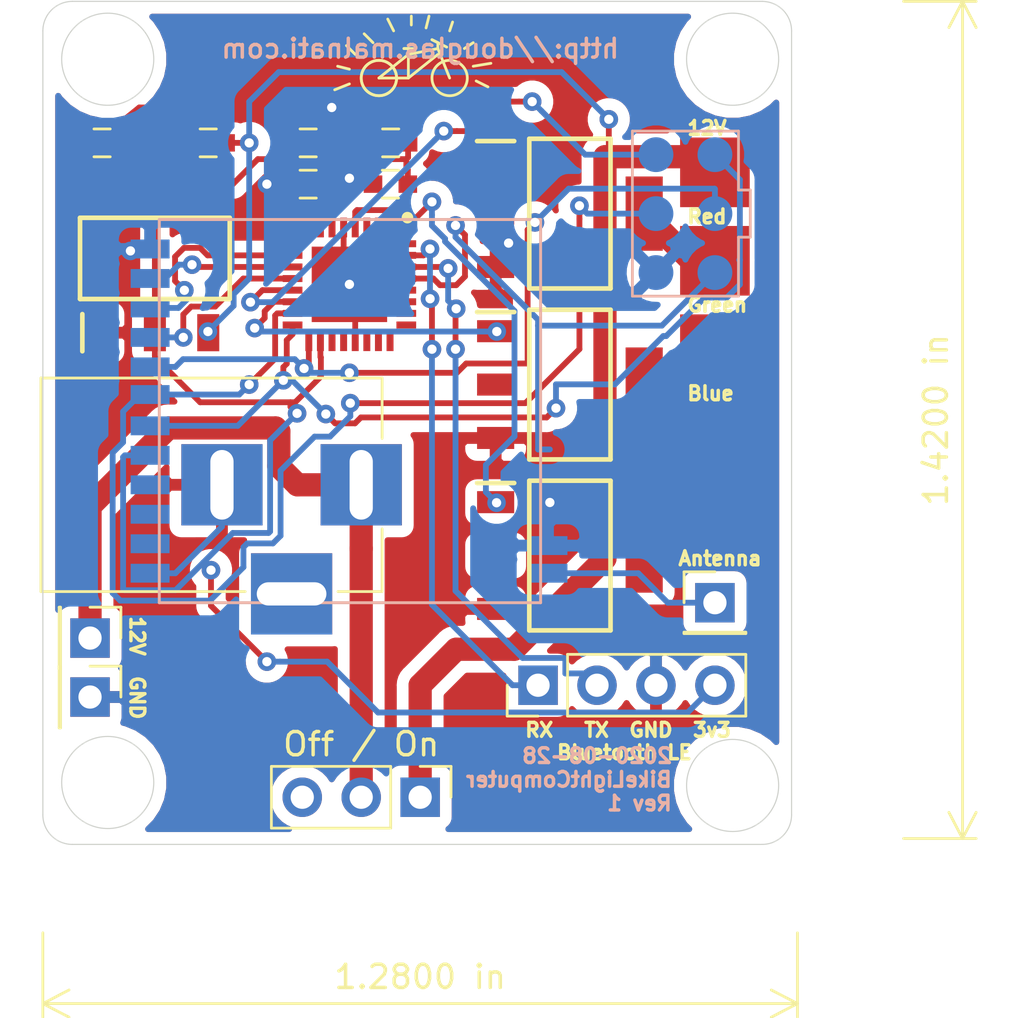
<source format=kicad_pcb>
(kicad_pcb (version 20171130) (host pcbnew "(5.1.5)-3")

  (general
    (thickness 1.6)
    (drawings 58)
    (tracks 342)
    (zones 0)
    (modules 28)
    (nets 42)
  )

  (page A4)
  (layers
    (0 F.Cu signal)
    (31 B.Cu signal)
    (32 B.Adhes user)
    (33 F.Adhes user)
    (34 B.Paste user)
    (35 F.Paste user)
    (36 B.SilkS user)
    (37 F.SilkS user)
    (38 B.Mask user)
    (39 F.Mask user)
    (40 Dwgs.User user)
    (41 Cmts.User user)
    (42 Eco1.User user)
    (43 Eco2.User user)
    (44 Edge.Cuts user)
    (45 Margin user)
    (46 B.CrtYd user)
    (47 F.CrtYd user)
    (48 B.Fab user)
    (49 F.Fab user)
  )

  (setup
    (last_trace_width 0.25)
    (user_trace_width 1)
    (trace_clearance 0.2)
    (zone_clearance 0.508)
    (zone_45_only no)
    (trace_min 0.2)
    (via_size 0.8)
    (via_drill 0.4)
    (via_min_size 0.4)
    (via_min_drill 0.3)
    (uvia_size 0.3)
    (uvia_drill 0.1)
    (uvias_allowed no)
    (uvia_min_size 0.2)
    (uvia_min_drill 0.1)
    (edge_width 0.05)
    (segment_width 0.2)
    (pcb_text_width 0.3)
    (pcb_text_size 1.5 1.5)
    (mod_edge_width 0.12)
    (mod_text_size 1 1)
    (mod_text_width 0.15)
    (pad_size 1.524 1.524)
    (pad_drill 0.762)
    (pad_to_mask_clearance 0.051)
    (solder_mask_min_width 0.25)
    (aux_axis_origin 0 0)
    (visible_elements 7FFFFFFF)
    (pcbplotparams
      (layerselection 0x010fc_ffffffff)
      (usegerberextensions false)
      (usegerberattributes false)
      (usegerberadvancedattributes false)
      (creategerberjobfile false)
      (excludeedgelayer true)
      (linewidth 0.100000)
      (plotframeref false)
      (viasonmask false)
      (mode 1)
      (useauxorigin false)
      (hpglpennumber 1)
      (hpglpenspeed 20)
      (hpglpendiameter 15.000000)
      (psnegative false)
      (psa4output false)
      (plotreference true)
      (plotvalue true)
      (plotinvisibletext false)
      (padsonsilk false)
      (subtractmaskfromsilk false)
      (outputformat 1)
      (mirror false)
      (drillshape 1)
      (scaleselection 1)
      (outputdirectory ""))
  )

  (net 0 "")
  (net 1 "Net-(U1-Pad32)")
  (net 2 "Net-(U1-Pad28)")
  (net 3 "Net-(U1-Pad27)")
  (net 4 "Net-(U1-Pad26)")
  (net 5 "Net-(U1-Pad25)")
  (net 6 "Net-(U1-Pad24)")
  (net 7 "Net-(U1-Pad23)")
  (net 8 "Net-(U1-Pad22)")
  (net 9 "Net-(U1-Pad20)")
  (net 10 "Net-(U1-Pad19)")
  (net 11 "Net-(U1-Pad9)")
  (net 12 "Net-(U1-Pad8)")
  (net 13 "Net-(U1-Pad7)")
  (net 14 "Net-(U1-Pad2)")
  (net 15 "Net-(U2-Pad2)")
  (net 16 "Net-(U2-Pad4)")
  (net 17 "Net-(U2-Pad3)")
  (net 18 "Net-(IC1-Pad4)")
  (net 19 "Net-(IC1-Pad2)")
  (net 20 "Net-(IC2-Pad2)")
  (net 21 "Net-(IC2-Pad4)")
  (net 22 "Net-(IC3-Pad4)")
  (net 23 "Net-(IC3-Pad2)")
  (net 24 "Net-(J1-Pad1)")
  (net 25 GND)
  (net 26 VCC)
  (net 27 VOLTAGE_INPUT)
  (net 28 AVR_PWM_RED)
  (net 29 AVR_PWM_GREEN)
  (net 30 AVR_PWM_BLUE)
  (net 31 "Net-(J2-Pad1)")
  (net 32 AVR_SER_RX)
  (net 33 AVR_SER_TX)
  (net 34 SPI_MISO)
  (net 35 SPI_SCK)
  (net 36 SPI_RESET)
  (net 37 SPI_MOSI)
  (net 38 "Net-(J16-Pad3)")
  (net 39 RADIO_NSEL)
  (net 40 RADIO_SDN)
  (net 41 RADIO_NIRQ)

  (net_class Default "This is the default net class."
    (clearance 0.2)
    (trace_width 0.25)
    (via_dia 0.8)
    (via_drill 0.4)
    (uvia_dia 0.3)
    (uvia_drill 0.1)
    (add_net AVR_PWM_BLUE)
    (add_net AVR_PWM_GREEN)
    (add_net AVR_PWM_RED)
    (add_net AVR_SER_RX)
    (add_net AVR_SER_TX)
    (add_net GND)
    (add_net "Net-(IC1-Pad2)")
    (add_net "Net-(IC1-Pad4)")
    (add_net "Net-(IC2-Pad2)")
    (add_net "Net-(IC2-Pad4)")
    (add_net "Net-(IC3-Pad2)")
    (add_net "Net-(IC3-Pad4)")
    (add_net "Net-(J1-Pad1)")
    (add_net "Net-(J16-Pad3)")
    (add_net "Net-(J2-Pad1)")
    (add_net "Net-(U1-Pad19)")
    (add_net "Net-(U1-Pad2)")
    (add_net "Net-(U1-Pad20)")
    (add_net "Net-(U1-Pad22)")
    (add_net "Net-(U1-Pad23)")
    (add_net "Net-(U1-Pad24)")
    (add_net "Net-(U1-Pad25)")
    (add_net "Net-(U1-Pad26)")
    (add_net "Net-(U1-Pad27)")
    (add_net "Net-(U1-Pad28)")
    (add_net "Net-(U1-Pad32)")
    (add_net "Net-(U1-Pad7)")
    (add_net "Net-(U1-Pad8)")
    (add_net "Net-(U1-Pad9)")
    (add_net "Net-(U2-Pad2)")
    (add_net "Net-(U2-Pad3)")
    (add_net "Net-(U2-Pad4)")
    (add_net RADIO_NIRQ)
    (add_net RADIO_NSEL)
    (add_net RADIO_SDN)
    (add_net SPI_MISO)
    (add_net SPI_MOSI)
    (add_net SPI_RESET)
    (add_net SPI_SCK)
    (add_net VCC)
    (add_net VOLTAGE_INPUT)
  )

  (module CustomFootprintLibrary:ATMEGA328P-MU (layer F.Cu) (tedit 5E4A1618) (tstamp 5F6151FA)
    (at 156.972 72.136 270)
    (descr "MLF 32M1-A")
    (tags "Integrated Circuit")
    (path /5F448AF6)
    (attr smd)
    (fp_text reference U1 (at -3.302 -4.318 90) (layer F.SilkS) hide
      (effects (font (size 1.27 1.27) (thickness 0.254)))
    )
    (fp_text value ATMEGA328P-MU (at 0.254 4.572 90) (layer F.SilkS) hide
      (effects (font (size 1.27 1.27) (thickness 0.254)))
    )
    (fp_circle (center -2.875 -2.5) (end -2.875 -2.375) (layer F.SilkS) (width 0.25))
    (fp_line (start -2.5 -2) (end -2 -2.5) (layer F.Fab) (width 0.1))
    (fp_line (start -2.5 2.5) (end -2.5 -2.5) (layer F.Fab) (width 0.1))
    (fp_line (start 2.5 2.5) (end -2.5 2.5) (layer F.Fab) (width 0.1))
    (fp_line (start 2.5 -2.5) (end 2.5 2.5) (layer F.Fab) (width 0.1))
    (fp_line (start -2.5 -2.5) (end 2.5 -2.5) (layer F.Fab) (width 0.1))
    (fp_line (start -3.125 3.125) (end -3.125 -3.125) (layer F.CrtYd) (width 0.05))
    (fp_line (start 3.125 3.125) (end -3.125 3.125) (layer F.CrtYd) (width 0.05))
    (fp_line (start 3.125 -3.125) (end 3.125 3.125) (layer F.CrtYd) (width 0.05))
    (fp_line (start -3.125 -3.125) (end 3.125 -3.125) (layer F.CrtYd) (width 0.05))
    (fp_text user %R (at 3.048 -4.318 90) (layer F.Fab)
      (effects (font (size 1.27 1.27) (thickness 0.254)))
    )
    (pad 33 smd rect (at 0 0 270) (size 3.25 3.25) (layers F.Cu F.Paste F.Mask)
      (net 25 GND))
    (pad 32 smd rect (at -1.75 -2.45 270) (size 0.3 0.85) (layers F.Cu F.Paste F.Mask)
      (net 1 "Net-(U1-Pad32)"))
    (pad 31 smd rect (at -1.25 -2.45 270) (size 0.3 0.85) (layers F.Cu F.Paste F.Mask)
      (net 33 AVR_SER_TX))
    (pad 30 smd rect (at -0.75 -2.45 270) (size 0.3 0.85) (layers F.Cu F.Paste F.Mask)
      (net 32 AVR_SER_RX))
    (pad 29 smd rect (at -0.25 -2.45 270) (size 0.3 0.85) (layers F.Cu F.Paste F.Mask)
      (net 36 SPI_RESET))
    (pad 28 smd rect (at 0.25 -2.45 270) (size 0.3 0.85) (layers F.Cu F.Paste F.Mask)
      (net 2 "Net-(U1-Pad28)"))
    (pad 27 smd rect (at 0.75 -2.45 270) (size 0.3 0.85) (layers F.Cu F.Paste F.Mask)
      (net 3 "Net-(U1-Pad27)"))
    (pad 26 smd rect (at 1.25 -2.45 270) (size 0.3 0.85) (layers F.Cu F.Paste F.Mask)
      (net 4 "Net-(U1-Pad26)"))
    (pad 25 smd rect (at 1.75 -2.45 270) (size 0.3 0.85) (layers F.Cu F.Paste F.Mask)
      (net 5 "Net-(U1-Pad25)"))
    (pad 24 smd rect (at 2.45 -1.75) (size 0.3 0.85) (layers F.Cu F.Paste F.Mask)
      (net 6 "Net-(U1-Pad24)"))
    (pad 23 smd rect (at 2.45 -1.25) (size 0.3 0.85) (layers F.Cu F.Paste F.Mask)
      (net 7 "Net-(U1-Pad23)"))
    (pad 22 smd rect (at 2.45 -0.75) (size 0.3 0.85) (layers F.Cu F.Paste F.Mask)
      (net 8 "Net-(U1-Pad22)"))
    (pad 21 smd rect (at 2.45 -0.25) (size 0.3 0.85) (layers F.Cu F.Paste F.Mask)
      (net 25 GND))
    (pad 20 smd rect (at 2.45 0.25) (size 0.3 0.85) (layers F.Cu F.Paste F.Mask)
      (net 9 "Net-(U1-Pad20)"))
    (pad 19 smd rect (at 2.45 0.75) (size 0.3 0.85) (layers F.Cu F.Paste F.Mask)
      (net 10 "Net-(U1-Pad19)"))
    (pad 18 smd rect (at 2.45 1.25) (size 0.3 0.85) (layers F.Cu F.Paste F.Mask)
      (net 26 VCC))
    (pad 17 smd rect (at 2.45 1.75) (size 0.3 0.85) (layers F.Cu F.Paste F.Mask)
      (net 35 SPI_SCK))
    (pad 16 smd rect (at 1.75 2.45 270) (size 0.3 0.85) (layers F.Cu F.Paste F.Mask)
      (net 34 SPI_MISO))
    (pad 15 smd rect (at 1.25 2.45 270) (size 0.3 0.85) (layers F.Cu F.Paste F.Mask)
      (net 37 SPI_MOSI))
    (pad 14 smd rect (at 0.75 2.45 270) (size 0.3 0.85) (layers F.Cu F.Paste F.Mask)
      (net 29 AVR_PWM_GREEN))
    (pad 13 smd rect (at 0.25 2.45 270) (size 0.3 0.85) (layers F.Cu F.Paste F.Mask)
      (net 28 AVR_PWM_RED))
    (pad 12 smd rect (at -0.25 2.45 270) (size 0.3 0.85) (layers F.Cu F.Paste F.Mask)
      (net 39 RADIO_NSEL))
    (pad 11 smd rect (at -0.75 2.45 270) (size 0.3 0.85) (layers F.Cu F.Paste F.Mask)
      (net 40 RADIO_SDN))
    (pad 10 smd rect (at -1.25 2.45 270) (size 0.3 0.85) (layers F.Cu F.Paste F.Mask)
      (net 41 RADIO_NIRQ))
    (pad 9 smd rect (at -1.75 2.45 270) (size 0.3 0.85) (layers F.Cu F.Paste F.Mask)
      (net 11 "Net-(U1-Pad9)"))
    (pad 8 smd rect (at -2.45 1.75) (size 0.3 0.85) (layers F.Cu F.Paste F.Mask)
      (net 12 "Net-(U1-Pad8)"))
    (pad 7 smd rect (at -2.45 1.25) (size 0.3 0.85) (layers F.Cu F.Paste F.Mask)
      (net 13 "Net-(U1-Pad7)"))
    (pad 6 smd rect (at -2.45 0.75) (size 0.3 0.85) (layers F.Cu F.Paste F.Mask)
      (net 26 VCC))
    (pad 5 smd rect (at -2.45 0.25) (size 0.3 0.85) (layers F.Cu F.Paste F.Mask)
      (net 25 GND))
    (pad 4 smd rect (at -2.45 -0.25) (size 0.3 0.85) (layers F.Cu F.Paste F.Mask)
      (net 26 VCC))
    (pad 3 smd rect (at -2.45 -0.75) (size 0.3 0.85) (layers F.Cu F.Paste F.Mask)
      (net 25 GND))
    (pad 2 smd rect (at -2.45 -1.25) (size 0.3 0.85) (layers F.Cu F.Paste F.Mask)
      (net 14 "Net-(U1-Pad2)"))
    (pad 1 smd rect (at -2.45 -1.75) (size 0.3 0.85) (layers F.Cu F.Paste F.Mask)
      (net 30 AVR_PWM_BLUE))
    (model ATMEGA328P-MU.stp
      (at (xyz 0 0 0))
      (scale (xyz 1 1 1))
      (rotate (xyz 0 0 0))
    )
  )

  (module CustomFootprintLibrary:RF4463PRO_LiteralLayout (layer B.Cu) (tedit 5EF7AD4A) (tstamp 5F61519D)
    (at 156.972 77.978)
    (path /5F44AA07)
    (fp_text reference U2 (at -6.858 9.398) (layer B.SilkS) hide
      (effects (font (size 1 1) (thickness 0.15)) (justify mirror))
    )
    (fp_text value RF4463PRO_LiteralLayout (at -1.524 -10.16) (layer B.Fab)
      (effects (font (size 1 1) (thickness 0.15)) (justify mirror))
    )
    (fp_line (start -8.1915 -8.636) (end -8.1915 7.874) (layer B.SilkS) (width 0.127))
    (fp_line (start -8.1915 7.874) (end 8.23722 7.874) (layer B.SilkS) (width 0.127))
    (fp_line (start 8.23722 -8.636) (end -8.1915 -8.636) (layer B.SilkS) (width 0.127))
    (fp_line (start 8.23722 7.874) (end 8.23722 -8.636) (layer B.SilkS) (width 0.127))
    (fp_text user >VALUE (at -1.524 -6.731) (layer B.SilkS) hide
      (effects (font (size 1.27 1.27) (thickness 0.1016)) (justify mirror))
    )
    (fp_text user >NAME (at -2.159 5.969) (layer B.SilkS) hide
      (effects (font (size 1.27 1.27) (thickness 0.1016)) (justify mirror))
    )
    (pad 13 smd rect (at 8.55472 5.41274) (size 1.6764 0.8128) (layers B.Cu B.Paste B.Mask)
      (net 25 GND))
    (pad 12 smd rect (at -8.58774 -7.366) (size 1.6764 0.8128) (layers B.Cu B.Paste B.Mask)
      (net 25 GND))
    (pad 9 smd rect (at -8.58774 -3.556) (size 1.6764 0.8128) (layers B.Cu B.Paste B.Mask)
      (net 39 RADIO_NSEL))
    (pad 2 smd rect (at -8.58774 5.334) (size 1.6764 0.8128) (layers B.Cu B.Paste B.Mask)
      (net 15 "Net-(U2-Pad2)"))
    (pad 5 smd rect (at -8.58774 1.524) (size 1.6764 0.8128) (layers B.Cu B.Paste B.Mask)
      (net 26 VCC))
    (pad 6 smd rect (at -8.58774 0.254) (size 1.6764 0.8128) (layers B.Cu B.Paste B.Mask)
      (net 34 SPI_MISO))
    (pad 7 smd rect (at -8.58774 -1.09474) (size 1.6764 0.8128) (layers B.Cu B.Paste B.Mask)
      (net 37 SPI_MOSI))
    (pad 10 smd rect (at -8.58774 -4.826) (size 1.6764 0.8128) (layers B.Cu B.Paste B.Mask)
      (net 41 RADIO_NIRQ))
    (pad 1 smd rect (at -8.58774 6.604) (size 1.6764 0.8128) (layers B.Cu B.Paste B.Mask)
      (net 25 GND))
    (pad 14 smd rect (at 8.55472 6.604) (size 1.6764 0.8128) (layers B.Cu B.Paste B.Mask)
      (net 31 "Net-(J2-Pad1)"))
    (pad 11 smd rect (at -8.58774 -6.096) (size 1.6764 0.8128) (layers B.Cu B.Paste B.Mask)
      (net 40 RADIO_SDN))
    (pad 8 smd rect (at -8.58774 -2.286) (size 1.6764 0.8128) (layers B.Cu B.Paste B.Mask)
      (net 35 SPI_SCK))
    (pad 4 smd rect (at -8.58774 2.794) (size 1.6764 0.8128) (layers B.Cu B.Paste B.Mask)
      (net 16 "Net-(U2-Pad4)"))
    (pad 3 smd rect (at -8.58774 4.064) (size 1.6764 0.8128) (layers B.Cu B.Paste B.Mask)
      (net 17 "Net-(U2-Pad3)"))
  )

  (module CustomFootprintLibrary:SOT-223-4 (layer F.Cu) (tedit 5F45BBBE) (tstamp 5F612D3E)
    (at 166.472 69.088)
    (path /5F44E979)
    (attr smd)
    (fp_text reference IC1 (at 0 0) (layer F.SilkS) hide
      (effects (font (size 1.27 1.27) (thickness 0.254)))
    )
    (fp_text value MOSFET_SOT223_FQT13N06TF (at 0.254 5.334) (layer F.SilkS) hide
      (effects (font (size 1.27 1.27) (thickness 0.254)))
    )
    (fp_line (start -4 -3.125) (end -2.4 -3.125) (layer F.SilkS) (width 0.2))
    (fp_line (start -1.75 3.225) (end -1.75 -3.225) (layer F.SilkS) (width 0.2))
    (fp_line (start 1.75 3.225) (end -1.75 3.225) (layer F.SilkS) (width 0.2))
    (fp_line (start 1.75 -3.225) (end 1.75 3.225) (layer F.SilkS) (width 0.2))
    (fp_line (start -1.75 -3.225) (end 1.75 -3.225) (layer F.SilkS) (width 0.2))
    (fp_line (start -1.75 -0.925) (end 0.55 -3.225) (layer F.Fab) (width 0.1))
    (fp_line (start -1.75 3.225) (end -1.75 -3.225) (layer F.Fab) (width 0.1))
    (fp_line (start 1.75 3.225) (end -1.75 3.225) (layer F.Fab) (width 0.1))
    (fp_line (start 1.75 -3.225) (end 1.75 3.225) (layer F.Fab) (width 0.1))
    (fp_line (start -1.75 -3.225) (end 1.75 -3.225) (layer F.Fab) (width 0.1))
    (fp_line (start -4.25 3.6) (end -4.25 -3.6) (layer F.CrtYd) (width 0.05))
    (fp_line (start 4.25 3.6) (end -4.25 3.6) (layer F.CrtYd) (width 0.05))
    (fp_line (start 4.25 -3.6) (end 4.25 3.6) (layer F.CrtYd) (width 0.05))
    (fp_line (start -4.25 -3.6) (end 4.25 -3.6) (layer F.CrtYd) (width 0.05))
    (fp_text user %R (at 0 0) (layer F.Fab)
      (effects (font (size 1.27 1.27) (thickness 0.254)))
    )
    (pad 4 smd rect (at 3.2 0) (size 1.6 3.2) (layers F.Cu F.Paste F.Mask)
      (net 18 "Net-(IC1-Pad4)"))
    (pad 3 smd rect (at -3.2 2.3 90) (size 0.95 1.6) (layers F.Cu F.Paste F.Mask)
      (net 25 GND))
    (pad 2 smd rect (at -3.2 0 90) (size 0.95 1.6) (layers F.Cu F.Paste F.Mask)
      (net 19 "Net-(IC1-Pad2)"))
    (pad 1 smd rect (at -3.2 -2.3 90) (size 0.95 1.6) (layers F.Cu F.Paste F.Mask)
      (net 28 AVR_PWM_RED))
    (model FQT13N06TF.stp
      (at (xyz 0 0 0))
      (scale (xyz 1 1 1))
      (rotate (xyz 0 0 0))
    )
  )

  (module CustomFootprintLibrary:SOT-223-4 (layer F.Cu) (tedit 5F45BBBE) (tstamp 5F612CFC)
    (at 166.472 76.454)
    (path /5F44EF73)
    (attr smd)
    (fp_text reference IC2 (at 0 0) (layer F.SilkS) hide
      (effects (font (size 1.27 1.27) (thickness 0.254)))
    )
    (fp_text value MOSFET_SOT223_FQT13N06TF (at 0.254 5.334) (layer F.SilkS) hide
      (effects (font (size 1.27 1.27) (thickness 0.254)))
    )
    (fp_text user %R (at 0 0) (layer F.Fab)
      (effects (font (size 1.27 1.27) (thickness 0.254)))
    )
    (fp_line (start -4.25 -3.6) (end 4.25 -3.6) (layer F.CrtYd) (width 0.05))
    (fp_line (start 4.25 -3.6) (end 4.25 3.6) (layer F.CrtYd) (width 0.05))
    (fp_line (start 4.25 3.6) (end -4.25 3.6) (layer F.CrtYd) (width 0.05))
    (fp_line (start -4.25 3.6) (end -4.25 -3.6) (layer F.CrtYd) (width 0.05))
    (fp_line (start -1.75 -3.225) (end 1.75 -3.225) (layer F.Fab) (width 0.1))
    (fp_line (start 1.75 -3.225) (end 1.75 3.225) (layer F.Fab) (width 0.1))
    (fp_line (start 1.75 3.225) (end -1.75 3.225) (layer F.Fab) (width 0.1))
    (fp_line (start -1.75 3.225) (end -1.75 -3.225) (layer F.Fab) (width 0.1))
    (fp_line (start -1.75 -0.925) (end 0.55 -3.225) (layer F.Fab) (width 0.1))
    (fp_line (start -1.75 -3.225) (end 1.75 -3.225) (layer F.SilkS) (width 0.2))
    (fp_line (start 1.75 -3.225) (end 1.75 3.225) (layer F.SilkS) (width 0.2))
    (fp_line (start 1.75 3.225) (end -1.75 3.225) (layer F.SilkS) (width 0.2))
    (fp_line (start -1.75 3.225) (end -1.75 -3.225) (layer F.SilkS) (width 0.2))
    (fp_line (start -4 -3.125) (end -2.4 -3.125) (layer F.SilkS) (width 0.2))
    (pad 1 smd rect (at -3.2 -2.3 90) (size 0.95 1.6) (layers F.Cu F.Paste F.Mask)
      (net 29 AVR_PWM_GREEN))
    (pad 2 smd rect (at -3.2 0 90) (size 0.95 1.6) (layers F.Cu F.Paste F.Mask)
      (net 20 "Net-(IC2-Pad2)"))
    (pad 3 smd rect (at -3.2 2.3 90) (size 0.95 1.6) (layers F.Cu F.Paste F.Mask)
      (net 25 GND))
    (pad 4 smd rect (at 3.2 0) (size 1.6 3.2) (layers F.Cu F.Paste F.Mask)
      (net 21 "Net-(IC2-Pad4)"))
    (model FQT13N06TF.stp
      (at (xyz 0 0 0))
      (scale (xyz 1 1 1))
      (rotate (xyz 0 0 0))
    )
  )

  (module CustomFootprintLibrary:SOT-223-4 (layer F.Cu) (tedit 5F45BBBE) (tstamp 5F612CBA)
    (at 166.472 83.82)
    (path /5F44F467)
    (attr smd)
    (fp_text reference IC3 (at 0 0) (layer F.SilkS) hide
      (effects (font (size 1.27 1.27) (thickness 0.254)))
    )
    (fp_text value MOSFET_SOT223_FQT13N06TF (at 0.254 5.334) (layer F.SilkS) hide
      (effects (font (size 1.27 1.27) (thickness 0.254)))
    )
    (fp_line (start -4 -3.125) (end -2.4 -3.125) (layer F.SilkS) (width 0.2))
    (fp_line (start -1.75 3.225) (end -1.75 -3.225) (layer F.SilkS) (width 0.2))
    (fp_line (start 1.75 3.225) (end -1.75 3.225) (layer F.SilkS) (width 0.2))
    (fp_line (start 1.75 -3.225) (end 1.75 3.225) (layer F.SilkS) (width 0.2))
    (fp_line (start -1.75 -3.225) (end 1.75 -3.225) (layer F.SilkS) (width 0.2))
    (fp_line (start -1.75 -0.925) (end 0.55 -3.225) (layer F.Fab) (width 0.1))
    (fp_line (start -1.75 3.225) (end -1.75 -3.225) (layer F.Fab) (width 0.1))
    (fp_line (start 1.75 3.225) (end -1.75 3.225) (layer F.Fab) (width 0.1))
    (fp_line (start 1.75 -3.225) (end 1.75 3.225) (layer F.Fab) (width 0.1))
    (fp_line (start -1.75 -3.225) (end 1.75 -3.225) (layer F.Fab) (width 0.1))
    (fp_line (start -4.25 3.6) (end -4.25 -3.6) (layer F.CrtYd) (width 0.05))
    (fp_line (start 4.25 3.6) (end -4.25 3.6) (layer F.CrtYd) (width 0.05))
    (fp_line (start 4.25 -3.6) (end 4.25 3.6) (layer F.CrtYd) (width 0.05))
    (fp_line (start -4.25 -3.6) (end 4.25 -3.6) (layer F.CrtYd) (width 0.05))
    (fp_text user %R (at 0 0) (layer F.Fab)
      (effects (font (size 1.27 1.27) (thickness 0.254)))
    )
    (pad 4 smd rect (at 3.2 0) (size 1.6 3.2) (layers F.Cu F.Paste F.Mask)
      (net 22 "Net-(IC3-Pad4)"))
    (pad 3 smd rect (at -3.2 2.3 90) (size 0.95 1.6) (layers F.Cu F.Paste F.Mask)
      (net 25 GND))
    (pad 2 smd rect (at -3.2 0 90) (size 0.95 1.6) (layers F.Cu F.Paste F.Mask)
      (net 23 "Net-(IC3-Pad2)"))
    (pad 1 smd rect (at -3.2 -2.3 90) (size 0.95 1.6) (layers F.Cu F.Paste F.Mask)
      (net 30 AVR_PWM_BLUE))
    (model FQT13N06TF.stp
      (at (xyz 0 0 0))
      (scale (xyz 1 1 1))
      (rotate (xyz 0 0 0))
    )
  )

  (module Capacitors_SMD:C_0603 (layer F.Cu) (tedit 59958EE7) (tstamp 5F615166)
    (at 155.194 67.818)
    (descr "Capacitor SMD 0603, reflow soldering, AVX (see smccp.pdf)")
    (tags "capacitor 0603")
    (path /5F46C3E8)
    (attr smd)
    (fp_text reference C1 (at 0 -1.5) (layer F.SilkS) hide
      (effects (font (size 1 1) (thickness 0.15)))
    )
    (fp_text value 1uF (at 0 1.5) (layer F.Fab)
      (effects (font (size 1 1) (thickness 0.15)))
    )
    (fp_text user %R (at 0 0) (layer F.Fab)
      (effects (font (size 0.3 0.3) (thickness 0.075)))
    )
    (fp_line (start -0.8 0.4) (end -0.8 -0.4) (layer F.Fab) (width 0.1))
    (fp_line (start 0.8 0.4) (end -0.8 0.4) (layer F.Fab) (width 0.1))
    (fp_line (start 0.8 -0.4) (end 0.8 0.4) (layer F.Fab) (width 0.1))
    (fp_line (start -0.8 -0.4) (end 0.8 -0.4) (layer F.Fab) (width 0.1))
    (fp_line (start -0.35 -0.6) (end 0.35 -0.6) (layer F.SilkS) (width 0.12))
    (fp_line (start 0.35 0.6) (end -0.35 0.6) (layer F.SilkS) (width 0.12))
    (fp_line (start -1.4 -0.65) (end 1.4 -0.65) (layer F.CrtYd) (width 0.05))
    (fp_line (start -1.4 -0.65) (end -1.4 0.65) (layer F.CrtYd) (width 0.05))
    (fp_line (start 1.4 0.65) (end 1.4 -0.65) (layer F.CrtYd) (width 0.05))
    (fp_line (start 1.4 0.65) (end -1.4 0.65) (layer F.CrtYd) (width 0.05))
    (pad 1 smd rect (at -0.75 0) (size 0.8 0.75) (layers F.Cu F.Paste F.Mask)
      (net 25 GND))
    (pad 2 smd rect (at 0.75 0) (size 0.8 0.75) (layers F.Cu F.Paste F.Mask)
      (net 26 VCC))
    (model Capacitors_SMD.3dshapes/C_0603.wrl
      (at (xyz 0 0 0))
      (scale (xyz 1 1 1))
      (rotate (xyz 0 0 0))
    )
  )

  (module Capacitors_SMD:C_0603 (layer F.Cu) (tedit 59958EE7) (tstamp 5F615136)
    (at 155.194 66.04)
    (descr "Capacitor SMD 0603, reflow soldering, AVX (see smccp.pdf)")
    (tags "capacitor 0603")
    (path /5F46BEDF)
    (attr smd)
    (fp_text reference C2 (at 0 -1.5) (layer F.SilkS) hide
      (effects (font (size 1 1) (thickness 0.15)))
    )
    (fp_text value 1uF (at 0 1.5) (layer F.Fab)
      (effects (font (size 1 1) (thickness 0.15)))
    )
    (fp_text user %R (at 0 0) (layer F.Fab)
      (effects (font (size 0.3 0.3) (thickness 0.075)))
    )
    (fp_line (start -0.8 0.4) (end -0.8 -0.4) (layer F.Fab) (width 0.1))
    (fp_line (start 0.8 0.4) (end -0.8 0.4) (layer F.Fab) (width 0.1))
    (fp_line (start 0.8 -0.4) (end 0.8 0.4) (layer F.Fab) (width 0.1))
    (fp_line (start -0.8 -0.4) (end 0.8 -0.4) (layer F.Fab) (width 0.1))
    (fp_line (start -0.35 -0.6) (end 0.35 -0.6) (layer F.SilkS) (width 0.12))
    (fp_line (start 0.35 0.6) (end -0.35 0.6) (layer F.SilkS) (width 0.12))
    (fp_line (start -1.4 -0.65) (end 1.4 -0.65) (layer F.CrtYd) (width 0.05))
    (fp_line (start -1.4 -0.65) (end -1.4 0.65) (layer F.CrtYd) (width 0.05))
    (fp_line (start 1.4 0.65) (end 1.4 -0.65) (layer F.CrtYd) (width 0.05))
    (fp_line (start 1.4 0.65) (end -1.4 0.65) (layer F.CrtYd) (width 0.05))
    (pad 1 smd rect (at -0.75 0) (size 0.8 0.75) (layers F.Cu F.Paste F.Mask)
      (net 25 GND))
    (pad 2 smd rect (at 0.75 0) (size 0.8 0.75) (layers F.Cu F.Paste F.Mask)
      (net 26 VCC))
    (model Capacitors_SMD.3dshapes/C_0603.wrl
      (at (xyz 0 0 0))
      (scale (xyz 1 1 1))
      (rotate (xyz 0 0 0))
    )
  )

  (module Capacitors_SMD:C_0603 (layer F.Cu) (tedit 59958EE7) (tstamp 5F615106)
    (at 158.75 66.04)
    (descr "Capacitor SMD 0603, reflow soldering, AVX (see smccp.pdf)")
    (tags "capacitor 0603")
    (path /5F47CA0E)
    (attr smd)
    (fp_text reference C3 (at 0 -1.5) (layer F.SilkS) hide
      (effects (font (size 1 1) (thickness 0.15)))
    )
    (fp_text value 1uF (at 0 1.5) (layer F.Fab)
      (effects (font (size 1 1) (thickness 0.15)))
    )
    (fp_text user %R (at 0 0) (layer F.Fab)
      (effects (font (size 0.3 0.3) (thickness 0.075)))
    )
    (fp_line (start -0.8 0.4) (end -0.8 -0.4) (layer F.Fab) (width 0.1))
    (fp_line (start 0.8 0.4) (end -0.8 0.4) (layer F.Fab) (width 0.1))
    (fp_line (start 0.8 -0.4) (end 0.8 0.4) (layer F.Fab) (width 0.1))
    (fp_line (start -0.8 -0.4) (end 0.8 -0.4) (layer F.Fab) (width 0.1))
    (fp_line (start -0.35 -0.6) (end 0.35 -0.6) (layer F.SilkS) (width 0.12))
    (fp_line (start 0.35 0.6) (end -0.35 0.6) (layer F.SilkS) (width 0.12))
    (fp_line (start -1.4 -0.65) (end 1.4 -0.65) (layer F.CrtYd) (width 0.05))
    (fp_line (start -1.4 -0.65) (end -1.4 0.65) (layer F.CrtYd) (width 0.05))
    (fp_line (start 1.4 0.65) (end 1.4 -0.65) (layer F.CrtYd) (width 0.05))
    (fp_line (start 1.4 0.65) (end -1.4 0.65) (layer F.CrtYd) (width 0.05))
    (pad 1 smd rect (at -0.75 0) (size 0.8 0.75) (layers F.Cu F.Paste F.Mask)
      (net 25 GND))
    (pad 2 smd rect (at 0.75 0) (size 0.8 0.75) (layers F.Cu F.Paste F.Mask)
      (net 26 VCC))
    (model Capacitors_SMD.3dshapes/C_0603.wrl
      (at (xyz 0 0 0))
      (scale (xyz 1 1 1))
      (rotate (xyz 0 0 0))
    )
  )

  (module Capacitors_SMD:C_0603 (layer F.Cu) (tedit 59958EE7) (tstamp 5F6150D6)
    (at 158.738 67.818)
    (descr "Capacitor SMD 0603, reflow soldering, AVX (see smccp.pdf)")
    (tags "capacitor 0603")
    (path /5F46C9CC)
    (attr smd)
    (fp_text reference C4 (at 0 -1.5) (layer F.SilkS) hide
      (effects (font (size 1 1) (thickness 0.15)))
    )
    (fp_text value 1uF (at 0 1.5) (layer F.Fab)
      (effects (font (size 1 1) (thickness 0.15)))
    )
    (fp_line (start 1.4 0.65) (end -1.4 0.65) (layer F.CrtYd) (width 0.05))
    (fp_line (start 1.4 0.65) (end 1.4 -0.65) (layer F.CrtYd) (width 0.05))
    (fp_line (start -1.4 -0.65) (end -1.4 0.65) (layer F.CrtYd) (width 0.05))
    (fp_line (start -1.4 -0.65) (end 1.4 -0.65) (layer F.CrtYd) (width 0.05))
    (fp_line (start 0.35 0.6) (end -0.35 0.6) (layer F.SilkS) (width 0.12))
    (fp_line (start -0.35 -0.6) (end 0.35 -0.6) (layer F.SilkS) (width 0.12))
    (fp_line (start -0.8 -0.4) (end 0.8 -0.4) (layer F.Fab) (width 0.1))
    (fp_line (start 0.8 -0.4) (end 0.8 0.4) (layer F.Fab) (width 0.1))
    (fp_line (start 0.8 0.4) (end -0.8 0.4) (layer F.Fab) (width 0.1))
    (fp_line (start -0.8 0.4) (end -0.8 -0.4) (layer F.Fab) (width 0.1))
    (fp_text user %R (at 0 0) (layer F.Fab)
      (effects (font (size 0.3 0.3) (thickness 0.075)))
    )
    (pad 2 smd rect (at 0.75 0) (size 0.8 0.75) (layers F.Cu F.Paste F.Mask)
      (net 26 VCC))
    (pad 1 smd rect (at -0.75 0) (size 0.8 0.75) (layers F.Cu F.Paste F.Mask)
      (net 25 GND))
    (model Capacitors_SMD.3dshapes/C_0603.wrl
      (at (xyz 0 0 0))
      (scale (xyz 1 1 1))
      (rotate (xyz 0 0 0))
    )
  )

  (module Capacitors_SMD:C_0603 (layer F.Cu) (tedit 59958EE7) (tstamp 5F6150A6)
    (at 150.888 66.04 180)
    (descr "Capacitor SMD 0603, reflow soldering, AVX (see smccp.pdf)")
    (tags "capacitor 0603")
    (path /5F4727E8)
    (attr smd)
    (fp_text reference C5 (at 0 -1.5) (layer F.SilkS) hide
      (effects (font (size 1 1) (thickness 0.15)))
    )
    (fp_text value 1uF (at 0 1.5) (layer F.Fab)
      (effects (font (size 1 1) (thickness 0.15)))
    )
    (fp_line (start 1.4 0.65) (end -1.4 0.65) (layer F.CrtYd) (width 0.05))
    (fp_line (start 1.4 0.65) (end 1.4 -0.65) (layer F.CrtYd) (width 0.05))
    (fp_line (start -1.4 -0.65) (end -1.4 0.65) (layer F.CrtYd) (width 0.05))
    (fp_line (start -1.4 -0.65) (end 1.4 -0.65) (layer F.CrtYd) (width 0.05))
    (fp_line (start 0.35 0.6) (end -0.35 0.6) (layer F.SilkS) (width 0.12))
    (fp_line (start -0.35 -0.6) (end 0.35 -0.6) (layer F.SilkS) (width 0.12))
    (fp_line (start -0.8 -0.4) (end 0.8 -0.4) (layer F.Fab) (width 0.1))
    (fp_line (start 0.8 -0.4) (end 0.8 0.4) (layer F.Fab) (width 0.1))
    (fp_line (start 0.8 0.4) (end -0.8 0.4) (layer F.Fab) (width 0.1))
    (fp_line (start -0.8 0.4) (end -0.8 -0.4) (layer F.Fab) (width 0.1))
    (fp_text user %R (at 0 0) (layer F.Fab)
      (effects (font (size 0.3 0.3) (thickness 0.075)))
    )
    (pad 2 smd rect (at 0.75 0 180) (size 0.8 0.75) (layers F.Cu F.Paste F.Mask)
      (net 25 GND))
    (pad 1 smd rect (at -0.75 0 180) (size 0.8 0.75) (layers F.Cu F.Paste F.Mask)
      (net 27 VOLTAGE_INPUT))
    (model Capacitors_SMD.3dshapes/C_0603.wrl
      (at (xyz 0 0 0))
      (scale (xyz 1 1 1))
      (rotate (xyz 0 0 0))
    )
  )

  (module Capacitors_SMD:C_0603 (layer F.Cu) (tedit 59958EE7) (tstamp 5F615076)
    (at 146.316 66.04)
    (descr "Capacitor SMD 0603, reflow soldering, AVX (see smccp.pdf)")
    (tags "capacitor 0603")
    (path /5F4718E0)
    (attr smd)
    (fp_text reference C6 (at 0 -1.5) (layer F.SilkS) hide
      (effects (font (size 1 1) (thickness 0.15)))
    )
    (fp_text value 1uF (at 0 1.5) (layer F.Fab)
      (effects (font (size 1 1) (thickness 0.15)))
    )
    (fp_text user %R (at 0 0) (layer F.Fab)
      (effects (font (size 0.3 0.3) (thickness 0.075)))
    )
    (fp_line (start -0.8 0.4) (end -0.8 -0.4) (layer F.Fab) (width 0.1))
    (fp_line (start 0.8 0.4) (end -0.8 0.4) (layer F.Fab) (width 0.1))
    (fp_line (start 0.8 -0.4) (end 0.8 0.4) (layer F.Fab) (width 0.1))
    (fp_line (start -0.8 -0.4) (end 0.8 -0.4) (layer F.Fab) (width 0.1))
    (fp_line (start -0.35 -0.6) (end 0.35 -0.6) (layer F.SilkS) (width 0.12))
    (fp_line (start 0.35 0.6) (end -0.35 0.6) (layer F.SilkS) (width 0.12))
    (fp_line (start -1.4 -0.65) (end 1.4 -0.65) (layer F.CrtYd) (width 0.05))
    (fp_line (start -1.4 -0.65) (end -1.4 0.65) (layer F.CrtYd) (width 0.05))
    (fp_line (start 1.4 0.65) (end 1.4 -0.65) (layer F.CrtYd) (width 0.05))
    (fp_line (start 1.4 0.65) (end -1.4 0.65) (layer F.CrtYd) (width 0.05))
    (pad 1 smd rect (at -0.75 0) (size 0.8 0.75) (layers F.Cu F.Paste F.Mask)
      (net 25 GND))
    (pad 2 smd rect (at 0.75 0) (size 0.8 0.75) (layers F.Cu F.Paste F.Mask)
      (net 26 VCC))
    (model Capacitors_SMD.3dshapes/C_0603.wrl
      (at (xyz 0 0 0))
      (scale (xyz 1 1 1))
      (rotate (xyz 0 0 0))
    )
  )

  (module CustomFootprintLibrary:SOT-223-4 (layer F.Cu) (tedit 5F45BBBE) (tstamp 5F61503A)
    (at 148.59 71.018 90)
    (path /5F463D5D)
    (attr smd)
    (fp_text reference IC4 (at 0 0 90) (layer F.SilkS) hide
      (effects (font (size 1.27 1.27) (thickness 0.254)))
    )
    (fp_text value REG_3V3_NCP1117ST33T3G (at 0.254 5.334 90) (layer F.SilkS) hide
      (effects (font (size 1.27 1.27) (thickness 0.254)))
    )
    (fp_line (start -4 -3.125) (end -2.4 -3.125) (layer F.SilkS) (width 0.2))
    (fp_line (start -1.75 3.225) (end -1.75 -3.225) (layer F.SilkS) (width 0.2))
    (fp_line (start 1.75 3.225) (end -1.75 3.225) (layer F.SilkS) (width 0.2))
    (fp_line (start 1.75 -3.225) (end 1.75 3.225) (layer F.SilkS) (width 0.2))
    (fp_line (start -1.75 -3.225) (end 1.75 -3.225) (layer F.SilkS) (width 0.2))
    (fp_line (start -1.75 -0.925) (end 0.55 -3.225) (layer F.Fab) (width 0.1))
    (fp_line (start -1.75 3.225) (end -1.75 -3.225) (layer F.Fab) (width 0.1))
    (fp_line (start 1.75 3.225) (end -1.75 3.225) (layer F.Fab) (width 0.1))
    (fp_line (start 1.75 -3.225) (end 1.75 3.225) (layer F.Fab) (width 0.1))
    (fp_line (start -1.75 -3.225) (end 1.75 -3.225) (layer F.Fab) (width 0.1))
    (fp_line (start -4.25 3.6) (end -4.25 -3.6) (layer F.CrtYd) (width 0.05))
    (fp_line (start 4.25 3.6) (end -4.25 3.6) (layer F.CrtYd) (width 0.05))
    (fp_line (start 4.25 -3.6) (end 4.25 3.6) (layer F.CrtYd) (width 0.05))
    (fp_line (start -4.25 -3.6) (end 4.25 -3.6) (layer F.CrtYd) (width 0.05))
    (fp_text user %R (at 0 0 90) (layer F.Fab)
      (effects (font (size 1.27 1.27) (thickness 0.254)))
    )
    (pad 4 smd rect (at 3.2 0 90) (size 1.6 3.2) (layers F.Cu F.Paste F.Mask)
      (net 26 VCC))
    (pad 3 smd rect (at -3.2 2.3 180) (size 0.95 1.6) (layers F.Cu F.Paste F.Mask)
      (net 27 VOLTAGE_INPUT))
    (pad 2 smd rect (at -3.2 0 180) (size 0.95 1.6) (layers F.Cu F.Paste F.Mask)
      (net 26 VCC))
    (pad 1 smd rect (at -3.2 -2.3 180) (size 0.95 1.6) (layers F.Cu F.Paste F.Mask)
      (net 25 GND))
    (model FQT13N06TF.stp
      (at (xyz 0 0 0))
      (scale (xyz 1 1 1))
      (rotate (xyz 0 0 0))
    )
  )

  (module Socket_Strips:Socket_Strip_Straight_1x01_Pitch2.54mm (layer F.Cu) (tedit 58CD5446) (tstamp 5F5FFA22)
    (at 172.72 85.852)
    (descr "Through hole straight socket strip, 1x01, 2.54mm pitch, single row")
    (tags "Through hole socket strip THT 1x01 2.54mm single row")
    (path /5F47DD2A)
    (fp_text reference J2 (at 0 -2.33) (layer F.SilkS) hide
      (effects (font (size 1 1) (thickness 0.15)))
    )
    (fp_text value Conn_01x01_Male (at 0 2.33) (layer F.Fab)
      (effects (font (size 1 1) (thickness 0.15)))
    )
    (fp_text user %R (at 0 -2.33) (layer F.Fab)
      (effects (font (size 1 1) (thickness 0.15)))
    )
    (fp_line (start 1.8 -1.8) (end -1.8 -1.8) (layer F.CrtYd) (width 0.05))
    (fp_line (start 1.8 1.8) (end 1.8 -1.8) (layer F.CrtYd) (width 0.05))
    (fp_line (start -1.8 1.8) (end 1.8 1.8) (layer F.CrtYd) (width 0.05))
    (fp_line (start -1.8 -1.8) (end -1.8 1.8) (layer F.CrtYd) (width 0.05))
    (fp_line (start -1.33 -1.33) (end 0 -1.33) (layer F.SilkS) (width 0.12))
    (fp_line (start -1.33 0) (end -1.33 -1.33) (layer F.SilkS) (width 0.12))
    (fp_line (start 1.33 1.27) (end -1.33 1.27) (layer F.SilkS) (width 0.12))
    (fp_line (start 1.33 1.33) (end 1.33 1.27) (layer F.SilkS) (width 0.12))
    (fp_line (start -1.33 1.33) (end 1.33 1.33) (layer F.SilkS) (width 0.12))
    (fp_line (start -1.33 1.27) (end -1.33 1.33) (layer F.SilkS) (width 0.12))
    (fp_line (start 1.27 -1.27) (end -1.27 -1.27) (layer F.Fab) (width 0.1))
    (fp_line (start 1.27 1.27) (end 1.27 -1.27) (layer F.Fab) (width 0.1))
    (fp_line (start -1.27 1.27) (end 1.27 1.27) (layer F.Fab) (width 0.1))
    (fp_line (start -1.27 -1.27) (end -1.27 1.27) (layer F.Fab) (width 0.1))
    (pad 1 thru_hole rect (at 0 0) (size 1.7 1.7) (drill 1) (layers *.Cu *.Mask)
      (net 31 "Net-(J2-Pad1)"))
    (model ${KISYS3DMOD}/Socket_Strips.3dshapes/Socket_Strip_Straight_1x01_Pitch2.54mm.wrl
      (at (xyz 0 0 0))
      (scale (xyz 1 1 1))
      (rotate (xyz 0 0 270))
    )
  )

  (module Socket_Strips:Socket_Strip_Straight_1x01_Pitch2.54mm (layer F.Cu) (tedit 58CD5446) (tstamp 5F614266)
    (at 145.796 87.376 270)
    (descr "Through hole straight socket strip, 1x01, 2.54mm pitch, single row")
    (tags "Through hole socket strip THT 1x01 2.54mm single row")
    (path /5F47A4E7)
    (fp_text reference J3 (at 0 -2.33 90) (layer F.SilkS) hide
      (effects (font (size 1 1) (thickness 0.15)))
    )
    (fp_text value Conn_01x01_Male (at 0 2.33 90) (layer F.Fab)
      (effects (font (size 1 1) (thickness 0.15)))
    )
    (fp_text user %R (at 0 -2.33 90) (layer F.Fab)
      (effects (font (size 1 1) (thickness 0.15)))
    )
    (fp_line (start 1.8 -1.8) (end -1.8 -1.8) (layer F.CrtYd) (width 0.05))
    (fp_line (start 1.8 1.8) (end 1.8 -1.8) (layer F.CrtYd) (width 0.05))
    (fp_line (start -1.8 1.8) (end 1.8 1.8) (layer F.CrtYd) (width 0.05))
    (fp_line (start -1.8 -1.8) (end -1.8 1.8) (layer F.CrtYd) (width 0.05))
    (fp_line (start -1.33 -1.33) (end 0 -1.33) (layer F.SilkS) (width 0.12))
    (fp_line (start -1.33 0) (end -1.33 -1.33) (layer F.SilkS) (width 0.12))
    (fp_line (start 1.33 1.27) (end -1.33 1.27) (layer F.SilkS) (width 0.12))
    (fp_line (start 1.33 1.33) (end 1.33 1.27) (layer F.SilkS) (width 0.12))
    (fp_line (start -1.33 1.33) (end 1.33 1.33) (layer F.SilkS) (width 0.12))
    (fp_line (start -1.33 1.27) (end -1.33 1.33) (layer F.SilkS) (width 0.12))
    (fp_line (start 1.27 -1.27) (end -1.27 -1.27) (layer F.Fab) (width 0.1))
    (fp_line (start 1.27 1.27) (end 1.27 -1.27) (layer F.Fab) (width 0.1))
    (fp_line (start -1.27 1.27) (end 1.27 1.27) (layer F.Fab) (width 0.1))
    (fp_line (start -1.27 -1.27) (end -1.27 1.27) (layer F.Fab) (width 0.1))
    (pad 1 thru_hole rect (at 0 0 270) (size 1.7 1.7) (drill 1) (layers *.Cu *.Mask)
      (net 24 "Net-(J1-Pad1)"))
    (model ${KISYS3DMOD}/Socket_Strips.3dshapes/Socket_Strip_Straight_1x01_Pitch2.54mm.wrl
      (at (xyz 0 0 0))
      (scale (xyz 1 1 1))
      (rotate (xyz 0 0 270))
    )
  )

  (module Socket_Strips:Socket_Strip_Straight_1x01_Pitch2.54mm (layer F.Cu) (tedit 58CD5446) (tstamp 5F6142E1)
    (at 145.796 89.916 270)
    (descr "Through hole straight socket strip, 1x01, 2.54mm pitch, single row")
    (tags "Through hole socket strip THT 1x01 2.54mm single row")
    (path /5F47A4ED)
    (fp_text reference J4 (at 0 -2.33 90) (layer F.SilkS) hide
      (effects (font (size 1 1) (thickness 0.15)))
    )
    (fp_text value Conn_01x01_Male (at 0 2.33 90) (layer F.Fab)
      (effects (font (size 1 1) (thickness 0.15)))
    )
    (fp_line (start -1.27 -1.27) (end -1.27 1.27) (layer F.Fab) (width 0.1))
    (fp_line (start -1.27 1.27) (end 1.27 1.27) (layer F.Fab) (width 0.1))
    (fp_line (start 1.27 1.27) (end 1.27 -1.27) (layer F.Fab) (width 0.1))
    (fp_line (start 1.27 -1.27) (end -1.27 -1.27) (layer F.Fab) (width 0.1))
    (fp_line (start -1.33 1.27) (end -1.33 1.33) (layer F.SilkS) (width 0.12))
    (fp_line (start -1.33 1.33) (end 1.33 1.33) (layer F.SilkS) (width 0.12))
    (fp_line (start 1.33 1.33) (end 1.33 1.27) (layer F.SilkS) (width 0.12))
    (fp_line (start 1.33 1.27) (end -1.33 1.27) (layer F.SilkS) (width 0.12))
    (fp_line (start -1.33 0) (end -1.33 -1.33) (layer F.SilkS) (width 0.12))
    (fp_line (start -1.33 -1.33) (end 0 -1.33) (layer F.SilkS) (width 0.12))
    (fp_line (start -1.8 -1.8) (end -1.8 1.8) (layer F.CrtYd) (width 0.05))
    (fp_line (start -1.8 1.8) (end 1.8 1.8) (layer F.CrtYd) (width 0.05))
    (fp_line (start 1.8 1.8) (end 1.8 -1.8) (layer F.CrtYd) (width 0.05))
    (fp_line (start 1.8 -1.8) (end -1.8 -1.8) (layer F.CrtYd) (width 0.05))
    (fp_text user %R (at 0 -2.33 90) (layer F.Fab)
      (effects (font (size 1 1) (thickness 0.15)))
    )
    (pad 1 thru_hole rect (at 0 0 270) (size 1.7 1.7) (drill 1) (layers *.Cu *.Mask)
      (net 25 GND))
    (model ${KISYS3DMOD}/Socket_Strips.3dshapes/Socket_Strip_Straight_1x01_Pitch2.54mm.wrl
      (at (xyz 0 0 0))
      (scale (xyz 1 1 1))
      (rotate (xyz 0 0 270))
    )
  )

  (module Socket_Strips:Socket_Strip_Straight_1x04_Pitch2.54mm (layer F.Cu) (tedit 58CD5446) (tstamp 5F6157FB)
    (at 165.1 89.408 90)
    (descr "Through hole straight socket strip, 1x04, 2.54mm pitch, single row")
    (tags "Through hole socket strip THT 1x04 2.54mm single row")
    (path /5F4AD4FB)
    (fp_text reference J5 (at 0 -2.33 90) (layer F.SilkS) hide
      (effects (font (size 1 1) (thickness 0.15)))
    )
    (fp_text value Conn_01x04_Female (at 0 9.95 90) (layer F.Fab)
      (effects (font (size 1 1) (thickness 0.15)))
    )
    (fp_text user %R (at 0 -2.33 90) (layer F.Fab)
      (effects (font (size 1 1) (thickness 0.15)))
    )
    (fp_line (start 1.8 -1.8) (end -1.8 -1.8) (layer F.CrtYd) (width 0.05))
    (fp_line (start 1.8 9.4) (end 1.8 -1.8) (layer F.CrtYd) (width 0.05))
    (fp_line (start -1.8 9.4) (end 1.8 9.4) (layer F.CrtYd) (width 0.05))
    (fp_line (start -1.8 -1.8) (end -1.8 9.4) (layer F.CrtYd) (width 0.05))
    (fp_line (start -1.33 -1.33) (end 0 -1.33) (layer F.SilkS) (width 0.12))
    (fp_line (start -1.33 0) (end -1.33 -1.33) (layer F.SilkS) (width 0.12))
    (fp_line (start 1.33 1.27) (end -1.33 1.27) (layer F.SilkS) (width 0.12))
    (fp_line (start 1.33 8.95) (end 1.33 1.27) (layer F.SilkS) (width 0.12))
    (fp_line (start -1.33 8.95) (end 1.33 8.95) (layer F.SilkS) (width 0.12))
    (fp_line (start -1.33 1.27) (end -1.33 8.95) (layer F.SilkS) (width 0.12))
    (fp_line (start 1.27 -1.27) (end -1.27 -1.27) (layer F.Fab) (width 0.1))
    (fp_line (start 1.27 8.89) (end 1.27 -1.27) (layer F.Fab) (width 0.1))
    (fp_line (start -1.27 8.89) (end 1.27 8.89) (layer F.Fab) (width 0.1))
    (fp_line (start -1.27 -1.27) (end -1.27 8.89) (layer F.Fab) (width 0.1))
    (pad 4 thru_hole oval (at 0 7.62 90) (size 1.7 1.7) (drill 1) (layers *.Cu *.Mask)
      (net 26 VCC))
    (pad 3 thru_hole oval (at 0 5.08 90) (size 1.7 1.7) (drill 1) (layers *.Cu *.Mask)
      (net 25 GND))
    (pad 2 thru_hole oval (at 0 2.54 90) (size 1.7 1.7) (drill 1) (layers *.Cu *.Mask)
      (net 32 AVR_SER_RX))
    (pad 1 thru_hole rect (at 0 0 90) (size 1.7 1.7) (drill 1) (layers *.Cu *.Mask)
      (net 33 AVR_SER_TX))
    (model ${KISYS3DMOD}/Socket_Strips.3dshapes/Socket_Strip_Straight_1x04_Pitch2.54mm.wrl
      (offset (xyz 0 -3.809999942779541 0))
      (scale (xyz 1 1 1))
      (rotate (xyz 0 0 270))
    )
  )

  (module Measurement_Points:Measurement_Point_Square-SMD-Pad_Big (layer F.Cu) (tedit 56C35FC6) (tstamp 5F612D72)
    (at 172.72 67.31)
    (descr "Mesurement Point, Square, SMD Pad,  3mm x 3mm,")
    (tags "Mesurement Point Square SMD Pad 3x3mm")
    (path /5F4AB45A)
    (attr virtual)
    (fp_text reference J6 (at 0 -3) (layer F.SilkS) hide
      (effects (font (size 1 1) (thickness 0.15)))
    )
    (fp_text value Conn_01x01_Male (at 0 3) (layer F.Fab)
      (effects (font (size 1 1) (thickness 0.15)))
    )
    (fp_line (start -1.75 1.75) (end -1.75 -1.75) (layer F.CrtYd) (width 0.05))
    (fp_line (start 1.75 1.75) (end -1.75 1.75) (layer F.CrtYd) (width 0.05))
    (fp_line (start 1.75 -1.75) (end 1.75 1.75) (layer F.CrtYd) (width 0.05))
    (fp_line (start -1.75 -1.75) (end 1.75 -1.75) (layer F.CrtYd) (width 0.05))
    (pad 1 smd rect (at 0 0) (size 3 3) (layers F.Cu F.Mask)
      (net 27 VOLTAGE_INPUT))
  )

  (module Measurement_Points:Measurement_Point_Square-SMD-Pad_Big (layer F.Cu) (tedit 56C35FC6) (tstamp 5F612DBA)
    (at 172.72 71.12)
    (descr "Mesurement Point, Square, SMD Pad,  3mm x 3mm,")
    (tags "Mesurement Point Square SMD Pad 3x3mm")
    (path /5F49AEBD)
    (attr virtual)
    (fp_text reference J7 (at 0 -3) (layer F.SilkS) hide
      (effects (font (size 1 1) (thickness 0.15)))
    )
    (fp_text value Conn_01x01_Male (at 0 3) (layer F.Fab)
      (effects (font (size 1 1) (thickness 0.15)))
    )
    (fp_line (start -1.75 -1.75) (end 1.75 -1.75) (layer F.CrtYd) (width 0.05))
    (fp_line (start 1.75 -1.75) (end 1.75 1.75) (layer F.CrtYd) (width 0.05))
    (fp_line (start 1.75 1.75) (end -1.75 1.75) (layer F.CrtYd) (width 0.05))
    (fp_line (start -1.75 1.75) (end -1.75 -1.75) (layer F.CrtYd) (width 0.05))
    (pad 1 smd rect (at 0 0) (size 3 3) (layers F.Cu F.Mask)
      (net 18 "Net-(IC1-Pad4)"))
  )

  (module Measurement_Points:Measurement_Point_Square-SMD-Pad_Big (layer F.Cu) (tedit 56C35FC6) (tstamp 5F612D8A)
    (at 172.72 74.93)
    (descr "Mesurement Point, Square, SMD Pad,  3mm x 3mm,")
    (tags "Mesurement Point Square SMD Pad 3x3mm")
    (path /5F49BECA)
    (attr virtual)
    (fp_text reference J8 (at 0 -3) (layer F.SilkS) hide
      (effects (font (size 1 1) (thickness 0.15)))
    )
    (fp_text value Conn_01x01_Male (at 0 3) (layer F.Fab)
      (effects (font (size 1 1) (thickness 0.15)))
    )
    (fp_line (start -1.75 1.75) (end -1.75 -1.75) (layer F.CrtYd) (width 0.05))
    (fp_line (start 1.75 1.75) (end -1.75 1.75) (layer F.CrtYd) (width 0.05))
    (fp_line (start 1.75 -1.75) (end 1.75 1.75) (layer F.CrtYd) (width 0.05))
    (fp_line (start -1.75 -1.75) (end 1.75 -1.75) (layer F.CrtYd) (width 0.05))
    (pad 1 smd rect (at 0 0) (size 3 3) (layers F.Cu F.Mask)
      (net 21 "Net-(IC2-Pad4)"))
  )

  (module Measurement_Points:Measurement_Point_Square-SMD-Pad_Big (layer F.Cu) (tedit 56C35FC6) (tstamp 5F612DA2)
    (at 172.72 78.74)
    (descr "Mesurement Point, Square, SMD Pad,  3mm x 3mm,")
    (tags "Mesurement Point Square SMD Pad 3x3mm")
    (path /5F49C3F0)
    (attr virtual)
    (fp_text reference J9 (at 0 -3) (layer F.SilkS) hide
      (effects (font (size 1 1) (thickness 0.15)))
    )
    (fp_text value Conn_01x01_Male (at 0 3) (layer F.Fab)
      (effects (font (size 1 1) (thickness 0.15)))
    )
    (fp_line (start -1.75 -1.75) (end 1.75 -1.75) (layer F.CrtYd) (width 0.05))
    (fp_line (start 1.75 -1.75) (end 1.75 1.75) (layer F.CrtYd) (width 0.05))
    (fp_line (start 1.75 1.75) (end -1.75 1.75) (layer F.CrtYd) (width 0.05))
    (fp_line (start -1.75 1.75) (end -1.75 -1.75) (layer F.CrtYd) (width 0.05))
    (pad 1 smd rect (at 0 0) (size 3 3) (layers F.Cu F.Mask)
      (net 22 "Net-(IC3-Pad4)"))
  )

  (module Measurement_Points:Measurement_Point_Round-SMD-Pad_Small (layer B.Cu) (tedit 56C35ED0) (tstamp 5F60004B)
    (at 172.72 66.548 180)
    (descr "Mesurement Point, Round, SMD Pad, DM 1.5mm,")
    (tags "Mesurement Point Round SMD Pad 1.5mm")
    (path /5F463420)
    (attr virtual)
    (fp_text reference J10 (at 0 2) (layer B.SilkS) hide
      (effects (font (size 1 1) (thickness 0.15)) (justify mirror))
    )
    (fp_text value Conn_01x01_Male (at 0 -2) (layer B.Fab)
      (effects (font (size 1 1) (thickness 0.15)) (justify mirror))
    )
    (fp_circle (center 0 0) (end 1 0) (layer B.CrtYd) (width 0.05))
    (pad 1 smd circle (at 0 0 180) (size 1.5 1.5) (layers B.Cu B.Mask)
      (net 34 SPI_MISO))
  )

  (module Measurement_Points:Measurement_Point_Round-SMD-Pad_Small (layer B.Cu) (tedit 56C35ED0) (tstamp 5F60002D)
    (at 172.72 69.088 180)
    (descr "Mesurement Point, Round, SMD Pad, DM 1.5mm,")
    (tags "Mesurement Point Round SMD Pad 1.5mm")
    (path /5F46329D)
    (attr virtual)
    (fp_text reference J11 (at 0 2) (layer B.SilkS) hide
      (effects (font (size 1 1) (thickness 0.15)) (justify mirror))
    )
    (fp_text value Conn_01x01_Male (at 0 -2) (layer B.Fab)
      (effects (font (size 1 1) (thickness 0.15)) (justify mirror))
    )
    (fp_circle (center 0 0) (end 1 0) (layer B.CrtYd) (width 0.05))
    (pad 1 smd circle (at 0 0 180) (size 1.5 1.5) (layers B.Cu B.Mask)
      (net 35 SPI_SCK))
  )

  (module Measurement_Points:Measurement_Point_Round-SMD-Pad_Small (layer B.Cu) (tedit 56C35ED0) (tstamp 5F60001E)
    (at 172.72 71.628 180)
    (descr "Mesurement Point, Round, SMD Pad, DM 1.5mm,")
    (tags "Mesurement Point Round SMD Pad 1.5mm")
    (path /5F463088)
    (attr virtual)
    (fp_text reference J12 (at 0 2) (layer B.SilkS) hide
      (effects (font (size 1 1) (thickness 0.15)) (justify mirror))
    )
    (fp_text value Conn_01x01_Male (at 0 -2) (layer B.Fab)
      (effects (font (size 1 1) (thickness 0.15)) (justify mirror))
    )
    (fp_circle (center 0 0) (end 1 0) (layer B.CrtYd) (width 0.05))
    (pad 1 smd circle (at 0 0 180) (size 1.5 1.5) (layers B.Cu B.Mask)
      (net 36 SPI_RESET))
  )

  (module Measurement_Points:Measurement_Point_Round-SMD-Pad_Small (layer B.Cu) (tedit 56C35ED0) (tstamp 5F600069)
    (at 170.18 66.548 180)
    (descr "Mesurement Point, Round, SMD Pad, DM 1.5mm,")
    (tags "Mesurement Point Round SMD Pad 1.5mm")
    (path /5F461D67)
    (attr virtual)
    (fp_text reference J13 (at 0 2) (layer B.SilkS) hide
      (effects (font (size 1 1) (thickness 0.15)) (justify mirror))
    )
    (fp_text value Conn_01x01_Male (at 0 -2) (layer B.Fab)
      (effects (font (size 1 1) (thickness 0.15)) (justify mirror))
    )
    (fp_circle (center 0 0) (end 1 0) (layer B.CrtYd) (width 0.05))
    (pad 1 smd circle (at 0 0 180) (size 1.5 1.5) (layers B.Cu B.Mask)
      (net 26 VCC))
  )

  (module Measurement_Points:Measurement_Point_Round-SMD-Pad_Small (layer B.Cu) (tedit 56C35ED0) (tstamp 5F60003C)
    (at 170.18 69.088 180)
    (descr "Mesurement Point, Round, SMD Pad, DM 1.5mm,")
    (tags "Mesurement Point Round SMD Pad 1.5mm")
    (path /5F462CD6)
    (attr virtual)
    (fp_text reference J14 (at 0 2) (layer B.SilkS) hide
      (effects (font (size 1 1) (thickness 0.15)) (justify mirror))
    )
    (fp_text value Conn_01x01_Male (at 0 -2) (layer B.Fab)
      (effects (font (size 1 1) (thickness 0.15)) (justify mirror))
    )
    (fp_circle (center 0 0) (end 1 0) (layer B.CrtYd) (width 0.05))
    (pad 1 smd circle (at 0 0 180) (size 1.5 1.5) (layers B.Cu B.Mask)
      (net 37 SPI_MOSI))
  )

  (module Measurement_Points:Measurement_Point_Round-SMD-Pad_Small (layer B.Cu) (tedit 56C35ED0) (tstamp 5F60005A)
    (at 170.18 71.628 180)
    (descr "Mesurement Point, Round, SMD Pad, DM 1.5mm,")
    (tags "Mesurement Point Round SMD Pad 1.5mm")
    (path /5F462EEB)
    (attr virtual)
    (fp_text reference J15 (at 0 2) (layer B.SilkS) hide
      (effects (font (size 1 1) (thickness 0.15)) (justify mirror))
    )
    (fp_text value Conn_01x01_Male (at 0 -2) (layer B.Fab)
      (effects (font (size 1 1) (thickness 0.15)) (justify mirror))
    )
    (fp_circle (center 0 0) (end 1 0) (layer B.CrtYd) (width 0.05))
    (pad 1 smd circle (at 0 0 180) (size 1.5 1.5) (layers B.Cu B.Mask)
      (net 25 GND))
  )

  (module Socket_Strips:Socket_Strip_Straight_1x03_Pitch2.54mm (layer F.Cu) (tedit 58CD5446) (tstamp 5F614229)
    (at 160.02 94.234 270)
    (descr "Through hole straight socket strip, 1x03, 2.54mm pitch, single row")
    (tags "Through hole socket strip THT 1x03 2.54mm single row")
    (path /5F4C4EDB)
    (fp_text reference J16 (at 0 -2.33 90) (layer F.SilkS) hide
      (effects (font (size 1 1) (thickness 0.15)))
    )
    (fp_text value Conn_01x03_Male (at 0 7.41 90) (layer F.Fab)
      (effects (font (size 1 1) (thickness 0.15)))
    )
    (fp_text user %R (at 0 -2.33 90) (layer F.Fab)
      (effects (font (size 1 1) (thickness 0.15)))
    )
    (fp_line (start 1.8 -1.8) (end -1.8 -1.8) (layer F.CrtYd) (width 0.05))
    (fp_line (start 1.8 6.85) (end 1.8 -1.8) (layer F.CrtYd) (width 0.05))
    (fp_line (start -1.8 6.85) (end 1.8 6.85) (layer F.CrtYd) (width 0.05))
    (fp_line (start -1.8 -1.8) (end -1.8 6.85) (layer F.CrtYd) (width 0.05))
    (fp_line (start -1.33 -1.33) (end 0 -1.33) (layer F.SilkS) (width 0.12))
    (fp_line (start -1.33 0) (end -1.33 -1.33) (layer F.SilkS) (width 0.12))
    (fp_line (start 1.33 1.27) (end -1.33 1.27) (layer F.SilkS) (width 0.12))
    (fp_line (start 1.33 6.41) (end 1.33 1.27) (layer F.SilkS) (width 0.12))
    (fp_line (start -1.33 6.41) (end 1.33 6.41) (layer F.SilkS) (width 0.12))
    (fp_line (start -1.33 1.27) (end -1.33 6.41) (layer F.SilkS) (width 0.12))
    (fp_line (start 1.27 -1.27) (end -1.27 -1.27) (layer F.Fab) (width 0.1))
    (fp_line (start 1.27 6.35) (end 1.27 -1.27) (layer F.Fab) (width 0.1))
    (fp_line (start -1.27 6.35) (end 1.27 6.35) (layer F.Fab) (width 0.1))
    (fp_line (start -1.27 -1.27) (end -1.27 6.35) (layer F.Fab) (width 0.1))
    (pad 3 thru_hole oval (at 0 5.08 270) (size 1.7 1.7) (drill 1) (layers *.Cu *.Mask)
      (net 38 "Net-(J16-Pad3)"))
    (pad 2 thru_hole oval (at 0 2.54 270) (size 1.7 1.7) (drill 1) (layers *.Cu *.Mask)
      (net 24 "Net-(J1-Pad1)"))
    (pad 1 thru_hole rect (at 0 0 270) (size 1.7 1.7) (drill 1) (layers *.Cu *.Mask)
      (net 27 VOLTAGE_INPUT))
    (model ${KISYS3DMOD}/Socket_Strips.3dshapes/Socket_Strip_Straight_1x03_Pitch2.54mm.wrl
      (offset (xyz 0 -2.539999961853027 0))
      (scale (xyz 1 1 1))
      (rotate (xyz 0 0 270))
    )
  )

  (module Connectors:BARREL_JACK (layer F.Cu) (tedit 5861378E) (tstamp 5F615276)
    (at 157.48 80.772)
    (descr "DC Barrel Jack")
    (tags "Power Jack")
    (path /5F4DB26F)
    (fp_text reference J1 (at -8.45 5.75 180) (layer F.SilkS) hide
      (effects (font (size 1 1) (thickness 0.15)))
    )
    (fp_text value Barrel_Jack_MountingPin (at -6.2 -5.5) (layer F.Fab)
      (effects (font (size 1 1) (thickness 0.15)))
    )
    (fp_line (start 0.8 -4.5) (end -13.7 -4.5) (layer F.Fab) (width 0.1))
    (fp_line (start 0.8 4.5) (end 0.8 -4.5) (layer F.Fab) (width 0.1))
    (fp_line (start -13.7 4.5) (end 0.8 4.5) (layer F.Fab) (width 0.1))
    (fp_line (start -13.7 -4.5) (end -13.7 4.5) (layer F.Fab) (width 0.1))
    (fp_line (start -10.2 -4.5) (end -10.2 4.5) (layer F.Fab) (width 0.1))
    (fp_line (start 0.9 -4.6) (end 0.9 -2) (layer F.SilkS) (width 0.12))
    (fp_line (start -13.8 -4.6) (end 0.9 -4.6) (layer F.SilkS) (width 0.12))
    (fp_line (start 0.9 4.6) (end -1 4.6) (layer F.SilkS) (width 0.12))
    (fp_line (start 0.9 1.9) (end 0.9 4.6) (layer F.SilkS) (width 0.12))
    (fp_line (start -13.8 4.6) (end -13.8 -4.6) (layer F.SilkS) (width 0.12))
    (fp_line (start -5 4.6) (end -13.8 4.6) (layer F.SilkS) (width 0.12))
    (fp_line (start -14 4.75) (end -14 -4.75) (layer F.CrtYd) (width 0.05))
    (fp_line (start -5 4.75) (end -14 4.75) (layer F.CrtYd) (width 0.05))
    (fp_line (start -5 6.75) (end -5 4.75) (layer F.CrtYd) (width 0.05))
    (fp_line (start -1 6.75) (end -5 6.75) (layer F.CrtYd) (width 0.05))
    (fp_line (start -1 4.75) (end -1 6.75) (layer F.CrtYd) (width 0.05))
    (fp_line (start 1 4.75) (end -1 4.75) (layer F.CrtYd) (width 0.05))
    (fp_line (start 1 2) (end 1 4.75) (layer F.CrtYd) (width 0.05))
    (fp_line (start 2 2) (end 1 2) (layer F.CrtYd) (width 0.05))
    (fp_line (start 2 -2) (end 2 2) (layer F.CrtYd) (width 0.05))
    (fp_line (start 1 -2) (end 2 -2) (layer F.CrtYd) (width 0.05))
    (fp_line (start 1 -4.5) (end 1 -2) (layer F.CrtYd) (width 0.05))
    (fp_line (start 1 -4.75) (end -14 -4.75) (layer F.CrtYd) (width 0.05))
    (fp_line (start 1 -4.5) (end 1 -4.75) (layer F.CrtYd) (width 0.05))
    (pad 3 thru_hole rect (at -3 4.7) (size 3.5 3.5) (drill oval 3 1) (layers *.Cu *.Mask))
    (pad 2 thru_hole rect (at -6 0) (size 3.5 3.5) (drill oval 1 3) (layers *.Cu *.Mask)
      (net 25 GND))
    (pad 1 thru_hole rect (at 0 0) (size 3.5 3.5) (drill oval 1 3) (layers *.Cu *.Mask)
      (net 24 "Net-(J1-Pad1)"))
  )

  (dimension 36.068 (width 0.12) (layer F.SilkS)
    (gr_text "1.4200 in" (at 184.658 77.978 90) (layer F.SilkS)
      (effects (font (size 1 1) (thickness 0.15)))
    )
    (feature1 (pts (xy 180.848 59.944) (xy 183.974421 59.944)))
    (feature2 (pts (xy 180.848 96.012) (xy 183.974421 96.012)))
    (crossbar (pts (xy 183.388 96.012) (xy 183.388 59.944)))
    (arrow1a (pts (xy 183.388 59.944) (xy 183.974421 61.070504)))
    (arrow1b (pts (xy 183.388 59.944) (xy 182.801579 61.070504)))
    (arrow2a (pts (xy 183.388 96.012) (xy 183.974421 94.885496)))
    (arrow2b (pts (xy 183.388 96.012) (xy 182.801579 94.885496)))
  )
  (dimension 32.512 (width 0.12) (layer F.SilkS)
    (gr_text "1.2800 in" (at 160.02 104.394) (layer F.SilkS)
      (effects (font (size 1 1) (thickness 0.15)))
    )
    (feature1 (pts (xy 176.276 100.076) (xy 176.276 103.710421)))
    (feature2 (pts (xy 143.764 100.076) (xy 143.764 103.710421)))
    (crossbar (pts (xy 143.764 103.124) (xy 176.276 103.124)))
    (arrow1a (pts (xy 176.276 103.124) (xy 175.149496 103.710421)))
    (arrow1b (pts (xy 176.276 103.124) (xy 175.149496 102.537579)))
    (arrow2a (pts (xy 143.764 103.124) (xy 144.890504 103.710421)))
    (arrow2b (pts (xy 143.764 103.124) (xy 144.890504 102.537579)))
  )
  (gr_line (start 156.972 63.5) (end 156.337 63.754) (layer F.SilkS) (width 0.12))
  (gr_line (start 156.972 62.865) (end 156.464 62.738) (layer F.SilkS) (width 0.12))
  (gr_line (start 157.226 62.23) (end 156.845 61.849) (layer F.SilkS) (width 0.12))
  (gr_line (start 157.988 61.722) (end 157.607 61.341) (layer F.SilkS) (width 0.12))
  (gr_line (start 158.877 61.214) (end 158.623 60.706) (layer F.SilkS) (width 0.12))
  (gr_line (start 159.639 60.96) (end 159.639 60.579) (layer F.SilkS) (width 0.12))
  (gr_line (start 160.274 61.087) (end 160.401 60.579) (layer F.SilkS) (width 0.12))
  (gr_line (start 161.29 61.214) (end 161.417 60.833) (layer F.SilkS) (width 0.12))
  (gr_line (start 161.925 61.976) (end 162.306 61.722) (layer F.SilkS) (width 0.12))
  (gr_line (start 162.306 62.738) (end 163.068 62.611) (layer F.SilkS) (width 0.12))
  (gr_line (start 162.433 63.373) (end 162.941 63.627) (layer F.SilkS) (width 0.12))
  (gr_line (start 160.528 61.595) (end 161.163 61.9125) (layer F.SilkS) (width 0.12) (tstamp 5F6175A3))
  (gr_line (start 160.782 61.722) (end 160.528 61.595) (layer F.SilkS) (width 0.12) (tstamp 5F6175A2))
  (gr_line (start 159.512 63.246) (end 159.512 62.23) (layer F.SilkS) (width 0.12) (tstamp 5F6175A1))
  (gr_circle (center 161.29 63.246) (end 162.052 63.246) (layer F.SilkS) (width 0.12) (tstamp 5F6175A0))
  (gr_circle (center 158.242 63.246) (end 159.004 63.246) (layer F.SilkS) (width 0.12) (tstamp 5F61759F))
  (gr_circle (center 158.242 63.246) (end 159.004 63.246) (layer F.SilkS) (width 0.12) (tstamp 5F61759E))
  (gr_line (start 158.242 63.246) (end 159.512 63.246) (layer F.SilkS) (width 0.12) (tstamp 5F61759D))
  (gr_line (start 161.29 63.246) (end 160.782 61.976) (layer F.SilkS) (width 0.12) (tstamp 5F61759C))
  (gr_line (start 160.782 61.976) (end 160.782 61.722) (layer F.SilkS) (width 0.12) (tstamp 5F61759B))
  (gr_line (start 159.512 62.23) (end 160.782 61.976) (layer F.SilkS) (width 0.12) (tstamp 5F61759A))
  (gr_line (start 159.3215 61.976) (end 159.7025 61.976) (layer F.SilkS) (width 0.12) (tstamp 5F617599))
  (gr_line (start 159.512 63.246) (end 160.782 62.23) (layer F.SilkS) (width 0.12) (tstamp 5F617598))
  (gr_line (start 159.512 61.976) (end 159.3215 61.976) (layer F.SilkS) (width 0.12) (tstamp 5F617597))
  (gr_line (start 159.512 62.23) (end 159.512 61.976) (layer F.SilkS) (width 0.12) (tstamp 5F617596))
  (gr_line (start 159.512 62.23) (end 158.242 63.246) (layer F.SilkS) (width 0.12) (tstamp 5F617595))
  (gr_text http://douglas.malnati.com (at 160.02 61.976) (layer B.SilkS)
    (effects (font (size 0.8128 0.8128) (thickness 0.15)) (justify mirror))
  )
  (gr_arc (start 174.752 94.996) (end 174.752 96.266) (angle -90) (layer Edge.Cuts) (width 0.05))
  (gr_arc (start 145.034 94.996) (end 143.764 94.996) (angle -90) (layer Edge.Cuts) (width 0.05))
  (gr_arc (start 145.034 61.214) (end 145.034 59.944) (angle -90) (layer Edge.Cuts) (width 0.05))
  (gr_arc (start 174.752 61.214) (end 176.022 61.214) (angle -90) (layer Edge.Cuts) (width 0.05))
  (gr_line (start 143.764 94.996) (end 143.764 61.214) (layer Edge.Cuts) (width 0.05))
  (gr_line (start 174.752 96.266) (end 145.034 96.266) (layer Edge.Cuts) (width 0.05))
  (gr_line (start 176.022 61.214) (end 176.022 94.996) (layer Edge.Cuts) (width 0.05))
  (gr_line (start 145.034 59.944) (end 174.752 59.944) (layer Edge.Cuts) (width 0.05))
  (gr_circle (center 173.482 93.726) (end 174.752 95.25) (layer Edge.Cuts) (width 0.05) (tstamp 5F616D54))
  (gr_circle (center 173.482 62.435803) (end 174.752 63.959803) (layer Edge.Cuts) (width 0.05) (tstamp 5F616D40))
  (gr_circle (center 146.558 62.435803) (end 147.828 63.959803) (layer Edge.Cuts) (width 0.05) (tstamp 5F616D28))
  (gr_circle (center 146.558 93.598123) (end 147.828 95.122123) (layer Edge.Cuts) (width 0.05) (tstamp 5F616D26))
  (gr_text Antenna (at 171.069 83.947) (layer F.SilkS) (tstamp 5F616CD4)
    (effects (font (size 0.6 0.6) (thickness 0.15)) (justify left))
  )
  (gr_text Blue (at 171.45 76.835) (layer F.SilkS) (tstamp 5F616C1F)
    (effects (font (size 0.6 0.6) (thickness 0.15)) (justify left))
  )
  (gr_text Green (at 171.45 73.025) (layer F.SilkS) (tstamp 5F616C1C)
    (effects (font (size 0.6 0.6) (thickness 0.15)) (justify left))
  )
  (gr_text Red (at 171.45 69.215) (layer F.SilkS) (tstamp 5F616C19)
    (effects (font (size 0.6 0.6) (thickness 0.15)) (justify left))
  )
  (gr_text 12V (at 171.45 65.405) (layer F.SilkS)
    (effects (font (size 0.6 0.6) (thickness 0.15)) (justify left))
  )
  (gr_text "RX   TX  GND  3v3\n   Bluetooth LE" (at 164.465 91.821) (layer F.SilkS)
    (effects (font (size 0.6 0.6) (thickness 0.15)) (justify left))
  )
  (gr_text "Off / On" (at 157.48 91.948) (layer F.SilkS)
    (effects (font (size 1 1) (thickness 0.15)))
  )
  (gr_text "12V  GND" (at 147.828 86.36 270) (layer F.SilkS)
    (effects (font (size 0.6 0.6) (thickness 0.15)) (justify left))
  )
  (gr_text "2020-08-28\nBikeLightComputer\nRev 1" (at 170.942 93.472) (layer B.SilkS)
    (effects (font (size 0.635 0.635) (thickness 0.15)) (justify left mirror))
  )
  (gr_line (start 169.164 72.644) (end 169.164 65.532) (layer B.SilkS) (width 0.12) (tstamp 5F616A87))
  (gr_line (start 173.736 72.644) (end 169.164 72.644) (layer B.SilkS) (width 0.12))
  (gr_line (start 173.736 70.104) (end 173.736 72.644) (layer B.SilkS) (width 0.12))
  (gr_line (start 174.244 70.104) (end 173.736 70.104) (layer B.SilkS) (width 0.12))
  (gr_line (start 174.244 68.072) (end 174.244 70.104) (layer B.SilkS) (width 0.12))
  (gr_line (start 173.736 68.072) (end 174.244 68.072) (layer B.SilkS) (width 0.12))
  (gr_line (start 173.736 65.532) (end 173.736 68.072) (layer B.SilkS) (width 0.12))
  (gr_line (start 169.164 65.532) (end 173.736 65.532) (layer B.SilkS) (width 0.12))

  (segment (start 171.704 71.12) (end 172.72 71.12) (width 1) (layer F.Cu) (net 18))
  (segment (start 169.672 69.088) (end 171.704 71.12) (width 1) (layer F.Cu) (net 18))
  (segment (start 171.196 76.454) (end 172.72 74.93) (width 1) (layer F.Cu) (net 21))
  (segment (start 169.672 76.454) (end 171.196 76.454) (width 1) (layer F.Cu) (net 21))
  (segment (start 169.672 81.788) (end 172.72 78.74) (width 1) (layer F.Cu) (net 22))
  (segment (start 169.672 83.82) (end 169.672 81.788) (width 1) (layer F.Cu) (net 22))
  (segment (start 157.48 83.522) (end 157.48 94.234) (width 1) (layer F.Cu) (net 24))
  (segment (start 157.48 80.772) (end 157.48 83.522) (width 1) (layer F.Cu) (net 24))
  (segment (start 145.796 85.526) (end 145.796 87.376) (width 1) (layer F.Cu) (net 24))
  (segment (start 153.790001 78.321999) (end 149.169999 78.321999) (width 1) (layer F.Cu) (net 24))
  (segment (start 153.930001 78.461999) (end 153.790001 78.321999) (width 1) (layer F.Cu) (net 24))
  (segment (start 154.73 80.772) (end 153.930001 79.972001) (width 1) (layer F.Cu) (net 24))
  (segment (start 157.48 80.772) (end 154.73 80.772) (width 1) (layer F.Cu) (net 24))
  (segment (start 153.930001 79.972001) (end 153.930001 78.461999) (width 1) (layer F.Cu) (net 24))
  (segment (start 149.169999 78.321999) (end 145.796 81.695998) (width 1) (layer F.Cu) (net 24))
  (segment (start 145.796 81.695998) (end 145.796 85.526) (width 1) (layer F.Cu) (net 24))
  (segment (start 149.47246 84.582) (end 148.38426 84.582) (width 0.25) (layer B.Cu) (net 25))
  (segment (start 151.48 82.57446) (end 149.47246 84.582) (width 0.25) (layer B.Cu) (net 25))
  (segment (start 151.48 80.772) (end 151.48 82.57446) (width 0.25) (layer B.Cu) (net 25))
  (via (at 156.972 72.136) (size 0.8) (drill 0.4) (layers F.Cu B.Cu) (net 25))
  (segment (start 157.722 71.386) (end 156.972 72.136) (width 0.25) (layer F.Cu) (net 25))
  (segment (start 157.722 69.686) (end 157.722 71.386) (width 0.25) (layer F.Cu) (net 25))
  (segment (start 156.722 71.886) (end 156.722 69.686) (width 0.25) (layer F.Cu) (net 25))
  (segment (start 156.972 72.136) (end 156.722 71.886) (width 0.25) (layer F.Cu) (net 25))
  (segment (start 157.222 72.386) (end 157.222 74.586) (width 0.25) (layer F.Cu) (net 25))
  (segment (start 156.972 72.136) (end 157.222 72.386) (width 0.25) (layer F.Cu) (net 25))
  (via (at 153.416 67.818) (size 0.8) (drill 0.4) (layers F.Cu B.Cu) (net 25))
  (segment (start 153.416 67.818) (end 154.444 67.818) (width 0.25) (layer F.Cu) (net 25))
  (via (at 156.21 64.516) (size 0.8) (drill 0.4) (layers F.Cu B.Cu) (net 25))
  (segment (start 156.609999 64.116001) (end 157.334001 64.116001) (width 0.25) (layer F.Cu) (net 25))
  (segment (start 156.21 64.516) (end 156.609999 64.116001) (width 0.25) (layer F.Cu) (net 25))
  (segment (start 158 64.782) (end 158 66.04) (width 0.25) (layer F.Cu) (net 25))
  (segment (start 157.334001 64.116001) (end 158 64.782) (width 0.25) (layer F.Cu) (net 25))
  (segment (start 156.21 64.516) (end 154.686 64.516) (width 0.25) (layer F.Cu) (net 25))
  (segment (start 154.444 64.758) (end 154.444 66.04) (width 0.25) (layer F.Cu) (net 25))
  (segment (start 154.686 64.516) (end 154.444 64.758) (width 0.25) (layer F.Cu) (net 25))
  (segment (start 146.29 74.218) (end 146.29 71.941664) (width 0.25) (layer F.Cu) (net 25))
  (via (at 147.53701 70.694654) (size 0.8) (drill 0.4) (layers F.Cu B.Cu) (net 25))
  (segment (start 148.102695 70.694654) (end 147.53701 70.694654) (width 0.25) (layer B.Cu) (net 25))
  (segment (start 146.29 71.941664) (end 147.53701 70.694654) (width 0.25) (layer F.Cu) (net 25))
  (segment (start 148.38426 70.612) (end 148.301606 70.694654) (width 0.25) (layer B.Cu) (net 25))
  (segment (start 148.301606 70.694654) (end 148.102695 70.694654) (width 0.25) (layer B.Cu) (net 25))
  (segment (start 163.287839 71.403839) (end 163.287839 71.916161) (width 0.25) (layer F.Cu) (net 25))
  (segment (start 163.272 71.388) (end 163.287839 71.403839) (width 0.25) (layer F.Cu) (net 25))
  (segment (start 163.576 71.084) (end 163.272 71.388) (width 0.25) (layer F.Cu) (net 25))
  (segment (start 151.037 64.516) (end 150.138 65.415) (width 0.25) (layer F.Cu) (net 25))
  (segment (start 150.138 65.415) (end 150.138 66.04) (width 0.25) (layer F.Cu) (net 25))
  (segment (start 156.21 64.516) (end 151.037 64.516) (width 0.25) (layer F.Cu) (net 25))
  (segment (start 146.405999 65.339999) (end 146.304 65.441998) (width 0.25) (layer F.Cu) (net 25))
  (segment (start 146.896255 65.339999) (end 146.405999 65.339999) (width 0.25) (layer F.Cu) (net 25))
  (segment (start 156.21 64.516) (end 147.915639 64.516) (width 0.25) (layer F.Cu) (net 25))
  (segment (start 147.915639 64.516) (end 146.896255 65.339999) (width 0.25) (layer F.Cu) (net 25))
  (segment (start 146.304 65.441998) (end 146.304 66.04) (width 0.25) (layer F.Cu) (net 25))
  (via (at 156.972 67.564) (size 0.8) (drill 0.4) (layers F.Cu B.Cu) (net 25))
  (segment (start 157.734 67.564) (end 157.988 67.818) (width 0.25) (layer F.Cu) (net 25))
  (segment (start 156.972 67.564) (end 157.734 67.564) (width 0.25) (layer F.Cu) (net 25))
  (segment (start 146.304 66.04) (end 145.566 66.04) (width 0.25) (layer F.Cu) (net 25))
  (via (at 163.83 70.358) (size 0.8) (drill 0.4) (layers F.Cu B.Cu) (net 25))
  (segment (start 163.83 70.83) (end 163.272 71.388) (width 0.25) (layer F.Cu) (net 25))
  (segment (start 163.83 70.358) (end 163.83 70.83) (width 0.25) (layer F.Cu) (net 25))
  (via (at 165.608 81.534) (size 0.8) (drill 0.4) (layers F.Cu B.Cu) (net 25))
  (segment (start 165.608 83.30946) (end 165.52672 83.39074) (width 0.25) (layer B.Cu) (net 25))
  (segment (start 165.608 81.534) (end 165.608 83.30946) (width 0.25) (layer B.Cu) (net 25))
  (segment (start 147.862 66.04) (end 147.716 66.04) (width 0.25) (layer F.Cu) (net 26))
  (segment (start 147.716 66.04) (end 147.066 66.04) (width 0.25) (layer F.Cu) (net 26))
  (segment (start 148.59 66.768) (end 147.862 66.04) (width 0.25) (layer F.Cu) (net 26))
  (segment (start 148.59 67.818) (end 148.59 66.768) (width 0.25) (layer F.Cu) (net 26))
  (segment (start 155.944 66.665) (end 155.944 66.04) (width 0.25) (layer F.Cu) (net 26))
  (segment (start 155.868999 66.740001) (end 155.944 66.665) (width 0.25) (layer F.Cu) (net 26))
  (segment (start 155.944 66.04) (end 155.944 67.818) (width 0.25) (layer F.Cu) (net 26))
  (segment (start 159.5 66.665) (end 159.5 66.04) (width 0.25) (layer F.Cu) (net 26))
  (segment (start 159.424999 66.740001) (end 159.5 66.665) (width 0.25) (layer F.Cu) (net 26))
  (segment (start 155.868999 66.740001) (end 159.424999 66.740001) (width 0.25) (layer F.Cu) (net 26))
  (segment (start 156.222 68.096) (end 156.222 69.686) (width 0.25) (layer F.Cu) (net 26))
  (segment (start 155.944 67.818) (end 156.222 68.096) (width 0.25) (layer F.Cu) (net 26))
  (segment (start 157.297001 68.935999) (end 157.222 69.011) (width 0.25) (layer F.Cu) (net 26))
  (segment (start 158.995001 68.935999) (end 157.297001 68.935999) (width 0.25) (layer F.Cu) (net 26))
  (segment (start 159.488 68.443) (end 158.995001 68.935999) (width 0.25) (layer F.Cu) (net 26))
  (segment (start 159.488 67.818) (end 159.488 68.443) (width 0.25) (layer F.Cu) (net 26))
  (segment (start 157.222 69.011) (end 157.222 69.686) (width 0.25) (layer F.Cu) (net 26))
  (segment (start 148.59 67.818) (end 148.59 74.218) (width 0.25) (layer F.Cu) (net 26))
  (segment (start 155.742377 76.108058) (end 155.742377 75.281377) (width 0.25) (layer F.Cu) (net 26))
  (segment (start 148.59 74.218) (end 148.59 75.268) (width 0.25) (layer F.Cu) (net 26))
  (segment (start 148.59 75.268) (end 150.538 77.216) (width 0.25) (layer F.Cu) (net 26))
  (segment (start 155.722 75.261) (end 155.722 74.586) (width 0.25) (layer F.Cu) (net 26))
  (segment (start 155.742377 75.281377) (end 155.722 75.261) (width 0.25) (layer F.Cu) (net 26))
  (segment (start 154.634435 77.216) (end 155.742377 76.108058) (width 0.25) (layer F.Cu) (net 26))
  (segment (start 148.59 67.818) (end 151.949002 67.818) (width 0.25) (layer F.Cu) (net 26))
  (segment (start 151.949002 67.818) (end 153.027001 66.740001) (width 0.25) (layer F.Cu) (net 26))
  (segment (start 153.027001 66.740001) (end 155.868999 66.740001) (width 0.25) (layer F.Cu) (net 26))
  (segment (start 148.38426 79.502) (end 147.29606 79.502) (width 0.25) (layer B.Cu) (net 26))
  (segment (start 147.286059 85.313401) (end 149.482461 85.313401) (width 0.25) (layer B.Cu) (net 26))
  (segment (start 147.29606 79.502) (end 147.221059 79.577001) (width 0.25) (layer B.Cu) (net 26))
  (segment (start 147.221059 79.577001) (end 147.221059 85.248401) (width 0.25) (layer B.Cu) (net 26))
  (segment (start 147.221059 85.248401) (end 147.286059 85.313401) (width 0.25) (layer B.Cu) (net 26))
  (segment (start 150.538 77.216) (end 154.432 77.216) (width 0.25) (layer F.Cu) (net 26))
  (segment (start 154.432 77.216) (end 154.634435 77.216) (width 0.25) (layer F.Cu) (net 26))
  (segment (start 159.424999 67.129999) (end 159.488 67.193) (width 0.25) (layer F.Cu) (net 26))
  (segment (start 159.424999 66.740001) (end 159.424999 67.129999) (width 0.25) (layer F.Cu) (net 26))
  (segment (start 159.488 67.193) (end 159.488 67.818) (width 0.25) (layer F.Cu) (net 26))
  (segment (start 149.482461 85.313401) (end 150.671931 84.123931) (width 0.25) (layer B.Cu) (net 26))
  (via (at 164.845992 64.262) (size 0.8) (drill 0.4) (layers F.Cu B.Cu) (net 26))
  (segment (start 164.280307 64.262) (end 164.845992 64.262) (width 0.25) (layer F.Cu) (net 26))
  (segment (start 159.5 66.04) (end 159.5 65.415) (width 0.25) (layer F.Cu) (net 26))
  (segment (start 167.131992 66.548) (end 165.245991 64.661999) (width 0.25) (layer B.Cu) (net 26))
  (segment (start 165.245991 64.661999) (end 164.845992 64.262) (width 0.25) (layer B.Cu) (net 26))
  (segment (start 160.653 64.262) (end 164.280307 64.262) (width 0.25) (layer F.Cu) (net 26))
  (segment (start 170.18 66.548) (end 167.131992 66.548) (width 0.25) (layer B.Cu) (net 26))
  (segment (start 159.5 65.415) (end 160.653 64.262) (width 0.25) (layer F.Cu) (net 26))
  (via (at 153.416004 88.392) (size 0.8) (drill 0.4) (layers F.Cu B.Cu) (net 26))
  (segment (start 156.013685 88.392) (end 153.981689 88.392) (width 0.25) (layer B.Cu) (net 26))
  (segment (start 158.204686 90.583001) (end 156.013685 88.392) (width 0.25) (layer B.Cu) (net 26))
  (segment (start 153.981689 88.392) (end 153.416004 88.392) (width 0.25) (layer B.Cu) (net 26))
  (segment (start 172.72 89.408) (end 171.544999 90.583001) (width 0.25) (layer B.Cu) (net 26))
  (segment (start 171.544999 90.583001) (end 158.204686 90.583001) (width 0.25) (layer B.Cu) (net 26))
  (segment (start 153.555001 78.855741) (end 154.317142 78.0936) (width 0.25) (layer B.Cu) (net 26))
  (segment (start 151.948861 82.847001) (end 153.490001 82.847001) (width 0.25) (layer B.Cu) (net 26))
  (via (at 154.717141 77.693601) (size 0.8) (drill 0.4) (layers F.Cu B.Cu) (net 26))
  (segment (start 154.432 77.40846) (end 154.717141 77.693601) (width 0.25) (layer F.Cu) (net 26))
  (segment (start 153.490001 82.847001) (end 153.555001 82.782001) (width 0.25) (layer B.Cu) (net 26))
  (segment (start 154.432 77.216) (end 154.432 77.40846) (width 0.25) (layer F.Cu) (net 26))
  (segment (start 150.671931 84.123931) (end 151.948861 82.847001) (width 0.25) (layer B.Cu) (net 26))
  (segment (start 154.317142 78.0936) (end 154.717141 77.693601) (width 0.25) (layer B.Cu) (net 26))
  (segment (start 153.555001 82.782001) (end 153.555001 78.855741) (width 0.25) (layer B.Cu) (net 26))
  (segment (start 153.416004 88.392) (end 151.00766 85.983656) (width 0.25) (layer F.Cu) (net 26))
  (segment (start 151.00766 85.983656) (end 151.00766 84.45034) (width 0.25) (layer F.Cu) (net 26))
  (segment (start 150.99834 84.45034) (end 151.00766 84.45034) (width 0.25) (layer B.Cu) (net 26))
  (segment (start 150.671931 84.123931) (end 150.99834 84.45034) (width 0.25) (layer B.Cu) (net 26))
  (via (at 151.00766 84.45034) (size 0.8) (drill 0.4) (layers F.Cu B.Cu) (net 26))
  (via (at 150.876 74.168) (size 0.8) (drill 0.4) (layers F.Cu B.Cu) (net 27))
  (segment (start 150.89 74.218) (end 150.89 74.182) (width 0.25) (layer F.Cu) (net 27))
  (segment (start 150.89 74.182) (end 150.876 74.168) (width 0.25) (layer F.Cu) (net 27))
  (segment (start 151.983438 72.555334) (end 152.654 71.884772) (width 0.25) (layer B.Cu) (net 27))
  (segment (start 151.983438 73.060562) (end 151.983438 72.555334) (width 0.25) (layer B.Cu) (net 27))
  (via (at 152.654 66.04) (size 0.8) (drill 0.4) (layers F.Cu B.Cu) (net 27))
  (segment (start 150.876 74.168) (end 151.983438 73.060562) (width 0.25) (layer B.Cu) (net 27))
  (segment (start 152.654 66.04) (end 151.638 66.04) (width 0.25) (layer F.Cu) (net 27))
  (segment (start 152.654 69.342) (end 152.654 66.04) (width 0.25) (layer B.Cu) (net 27))
  (segment (start 152.654 71.884772) (end 152.654 69.342) (width 0.25) (layer B.Cu) (net 27))
  (segment (start 167.982352 66.636352) (end 167.982352 83.94465) (width 1) (layer F.Cu) (net 27))
  (segment (start 164.069003 87.857999) (end 161.570001 87.857999) (width 1) (layer F.Cu) (net 27))
  (segment (start 172.046352 66.636352) (end 167.982352 66.636352) (width 1) (layer F.Cu) (net 27))
  (segment (start 172.72 67.31) (end 172.046352 66.636352) (width 1) (layer F.Cu) (net 27))
  (segment (start 167.982352 83.94465) (end 164.069003 87.857999) (width 1) (layer F.Cu) (net 27))
  (segment (start 161.570001 87.857999) (end 160.02 89.408) (width 1) (layer F.Cu) (net 27))
  (segment (start 160.02 89.408) (end 160.02 94.234) (width 1) (layer F.Cu) (net 27))
  (segment (start 152.654 66.04) (end 152.654 64.262) (width 0.25) (layer B.Cu) (net 27))
  (segment (start 152.654 64.262) (end 153.924 62.992) (width 0.25) (layer B.Cu) (net 27))
  (segment (start 153.924 62.992) (end 166.116 62.992) (width 0.25) (layer B.Cu) (net 27))
  (via (at 168.148 65.024) (size 0.8) (drill 0.4) (layers F.Cu B.Cu) (net 27))
  (segment (start 166.116 62.992) (end 168.148 65.024) (width 0.25) (layer B.Cu) (net 27))
  (segment (start 168.148 66.470704) (end 167.982352 66.636352) (width 0.25) (layer F.Cu) (net 27))
  (segment (start 168.148 65.024) (end 168.148 66.470704) (width 0.25) (layer F.Cu) (net 27))
  (segment (start 154.522 72.386) (end 153.225776 72.386) (width 0.25) (layer F.Cu) (net 28))
  (segment (start 153.225776 72.386) (end 152.70844 72.903336) (width 0.25) (layer F.Cu) (net 28))
  (via (at 152.70844 72.903336) (size 0.8) (drill 0.4) (layers F.Cu B.Cu) (net 28))
  (segment (start 162.741 65.532) (end 161.601685 65.532) (width 0.25) (layer F.Cu) (net 28))
  (segment (start 163.272 66.063) (end 162.741 65.532) (width 0.25) (layer F.Cu) (net 28))
  (segment (start 161.601685 65.532) (end 161.036 65.532) (width 0.25) (layer F.Cu) (net 28))
  (segment (start 160.636001 65.931999) (end 161.036 65.532) (width 0.25) (layer B.Cu) (net 28))
  (via (at 161.036 65.532) (size 0.8) (drill 0.4) (layers F.Cu B.Cu) (net 28))
  (segment (start 163.272 66.788) (end 163.272 66.063) (width 0.25) (layer F.Cu) (net 28))
  (segment (start 152.70844 72.903336) (end 153.664664 72.903336) (width 0.25) (layer B.Cu) (net 28))
  (segment (start 153.664664 72.903336) (end 160.636001 65.931999) (width 0.25) (layer B.Cu) (net 28))
  (via (at 163.322 74.168) (size 0.8) (drill 0.4) (layers F.Cu B.Cu) (net 29))
  (segment (start 163.272 74.154) (end 163.308 74.154) (width 0.25) (layer F.Cu) (net 29))
  (segment (start 163.308 74.154) (end 163.322 74.168) (width 0.25) (layer F.Cu) (net 29))
  (segment (start 153.725587 72.886) (end 153.321988 73.289599) (width 0.25) (layer F.Cu) (net 29))
  (segment (start 153.321988 73.289599) (end 153.321988 73.58719) (width 0.25) (layer F.Cu) (net 29))
  (segment (start 153.289698 73.61948) (end 152.889699 74.019479) (width 0.25) (layer F.Cu) (net 29))
  (segment (start 163.322 74.168) (end 153.03822 74.168) (width 0.25) (layer B.Cu) (net 29))
  (segment (start 153.03822 74.168) (end 152.889699 74.019479) (width 0.25) (layer B.Cu) (net 29))
  (segment (start 154.522 72.886) (end 153.725587 72.886) (width 0.25) (layer F.Cu) (net 29))
  (via (at 152.889699 74.019479) (size 0.8) (drill 0.4) (layers F.Cu B.Cu) (net 29))
  (segment (start 153.321988 73.58719) (end 153.289698 73.61948) (width 0.25) (layer F.Cu) (net 29))
  (segment (start 163.272 81.52) (end 163.28706 81.52) (width 0.25) (layer F.Cu) (net 30))
  (via (at 163.31153 81.54447) (size 0.8) (drill 0.4) (layers F.Cu B.Cu) (net 30))
  (segment (start 163.28706 81.52) (end 163.31153 81.54447) (width 0.25) (layer F.Cu) (net 30))
  (via (at 160.528 68.58) (size 0.8) (drill 0.4) (layers F.Cu B.Cu) (net 30))
  (segment (start 158.722 69.686) (end 159.422 69.686) (width 0.25) (layer F.Cu) (net 30))
  (segment (start 159.422 69.686) (end 160.528 68.58) (width 0.25) (layer F.Cu) (net 30))
  (segment (start 164.084 78.682996) (end 164.084 73.280411) (width 0.25) (layer B.Cu) (net 30))
  (segment (start 162.850998 79.915998) (end 164.084 78.682996) (width 0.25) (layer B.Cu) (net 30))
  (segment (start 160.528 69.60532) (end 160.528 69.145685) (width 0.25) (layer B.Cu) (net 30))
  (segment (start 160.528 69.145685) (end 160.528 68.58) (width 0.25) (layer B.Cu) (net 30))
  (segment (start 162.850998 81.083938) (end 162.850998 79.915998) (width 0.25) (layer B.Cu) (net 30))
  (segment (start 161.093982 70.290393) (end 161.093982 70.171302) (width 0.25) (layer B.Cu) (net 30))
  (segment (start 161.093982 70.171302) (end 160.528 69.60532) (width 0.25) (layer B.Cu) (net 30))
  (segment (start 163.31153 81.54447) (end 162.850998 81.083938) (width 0.25) (layer B.Cu) (net 30))
  (segment (start 164.084 73.280411) (end 161.093982 70.290393) (width 0.25) (layer B.Cu) (net 30))
  (segment (start 165.52672 84.582) (end 169.418 84.582) (width 0.25) (layer B.Cu) (net 31))
  (segment (start 170.688 85.852) (end 172.72 85.852) (width 0.25) (layer B.Cu) (net 31))
  (segment (start 169.418 84.582) (end 170.688 85.852) (width 0.25) (layer B.Cu) (net 31))
  (via (at 161.544 74.93) (size 0.8) (drill 0.4) (layers F.Cu B.Cu) (net 32))
  (segment (start 166.275001 88.9) (end 167.132 88.9) (width 0.25) (layer B.Cu) (net 32))
  (segment (start 167.132 88.9) (end 167.64 89.408) (width 0.25) (layer B.Cu) (net 32))
  (segment (start 161.544 85.344) (end 164.432999 88.232999) (width 0.25) (layer B.Cu) (net 32))
  (segment (start 161.544 74.93) (end 161.544 85.344) (width 0.25) (layer B.Cu) (net 32))
  (segment (start 166.275001 88.297999) (end 166.275001 88.9) (width 0.25) (layer B.Cu) (net 32))
  (segment (start 164.432999 88.232999) (end 166.210001 88.232999) (width 0.25) (layer B.Cu) (net 32))
  (segment (start 166.210001 88.232999) (end 166.275001 88.297999) (width 0.25) (layer B.Cu) (net 32))
  (segment (start 161.16427 71.386) (end 161.226017 71.447747) (width 0.25) (layer F.Cu) (net 32))
  (via (at 161.226017 71.447747) (size 0.8) (drill 0.4) (layers F.Cu B.Cu) (net 32))
  (segment (start 161.226017 71.447747) (end 161.226017 72.839278) (width 0.25) (layer B.Cu) (net 32))
  (segment (start 161.226017 72.839278) (end 161.571571 73.184832) (width 0.25) (layer B.Cu) (net 32))
  (segment (start 161.544 73.212403) (end 161.571571 73.184832) (width 0.25) (layer F.Cu) (net 32))
  (segment (start 161.544 74.93) (end 161.544 73.212403) (width 0.25) (layer F.Cu) (net 32))
  (via (at 161.571571 73.184832) (size 0.8) (drill 0.4) (layers F.Cu B.Cu) (net 32))
  (segment (start 159.422 71.386) (end 161.16427 71.386) (width 0.25) (layer F.Cu) (net 32))
  (via (at 160.528 74.93) (size 0.8) (drill 0.4) (layers F.Cu B.Cu) (net 33))
  (segment (start 164 89.408) (end 160.528 85.936) (width 0.25) (layer B.Cu) (net 33))
  (segment (start 165.1 89.408) (end 164 89.408) (width 0.25) (layer B.Cu) (net 33))
  (segment (start 160.528 85.936) (end 160.528 74.93) (width 0.25) (layer B.Cu) (net 33))
  (via (at 160.447002 72.755729) (size 0.8) (drill 0.4) (layers F.Cu B.Cu) (net 33))
  (segment (start 160.165277 70.886) (end 160.442581 70.608696) (width 0.25) (layer F.Cu) (net 33))
  (segment (start 160.528 74.93) (end 160.528 72.836727) (width 0.25) (layer F.Cu) (net 33))
  (segment (start 160.528 72.836727) (end 160.447002 72.755729) (width 0.25) (layer F.Cu) (net 33))
  (segment (start 160.442581 72.751308) (end 160.447002 72.755729) (width 0.25) (layer B.Cu) (net 33))
  (via (at 160.442581 70.608696) (size 0.8) (drill 0.4) (layers F.Cu B.Cu) (net 33))
  (segment (start 160.442581 70.608696) (end 160.442581 72.751308) (width 0.25) (layer B.Cu) (net 33))
  (segment (start 159.422 70.886) (end 160.165277 70.886) (width 0.25) (layer F.Cu) (net 33))
  (via (at 154.124551 76.269191) (size 0.8) (drill 0.4) (layers F.Cu B.Cu) (net 34))
  (segment (start 154.271988 74.536012) (end 154.271988 75.556069) (width 0.25) (layer F.Cu) (net 34))
  (segment (start 148.38426 78.232) (end 152.161742 78.232) (width 0.25) (layer B.Cu) (net 34))
  (segment (start 154.522 74.286) (end 154.271988 74.536012) (width 0.25) (layer F.Cu) (net 34))
  (segment (start 152.161742 78.232) (end 154.124551 76.269191) (width 0.25) (layer B.Cu) (net 34))
  (segment (start 154.271988 75.556069) (end 154.124551 75.703506) (width 0.25) (layer F.Cu) (net 34))
  (segment (start 154.124551 75.703506) (end 154.124551 76.269191) (width 0.25) (layer F.Cu) (net 34))
  (segment (start 154.522 73.886) (end 154.522 74.286) (width 0.25) (layer F.Cu) (net 34))
  (via (at 165.872011 77.47) (size 0.8) (drill 0.4) (layers F.Cu B.Cu) (net 34))
  (via (at 155.956 77.724) (size 0.8) (drill 0.4) (layers F.Cu B.Cu) (net 34))
  (segment (start 157.467005 77.869999) (end 157.213005 78.123999) (width 0.25) (layer F.Cu) (net 34))
  (segment (start 156.355999 78.123999) (end 155.956 77.724) (width 0.25) (layer F.Cu) (net 34))
  (segment (start 165.472012 77.869999) (end 157.467005 77.869999) (width 0.25) (layer F.Cu) (net 34))
  (segment (start 157.213005 78.123999) (end 156.355999 78.123999) (width 0.25) (layer F.Cu) (net 34))
  (segment (start 165.872011 77.47) (end 165.472012 77.869999) (width 0.25) (layer F.Cu) (net 34))
  (segment (start 155.956 77.724) (end 154.501191 76.269191) (width 0.25) (layer B.Cu) (net 34))
  (segment (start 154.501191 76.269191) (end 154.124551 76.269191) (width 0.25) (layer B.Cu) (net 34))
  (segment (start 165.872011 76.443989) (end 165.872011 77.47) (width 0.25) (layer B.Cu) (net 34))
  (segment (start 173.795001 71.111999) (end 173.795001 72.144001) (width 0.25) (layer B.Cu) (net 34))
  (segment (start 173.769501 71.086499) (end 173.795001 71.111999) (width 0.25) (layer B.Cu) (net 34))
  (segment (start 173.795001 67.623001) (end 173.795001 71.060999) (width 0.25) (layer B.Cu) (net 34))
  (segment (start 173.795001 72.144001) (end 173.236001 72.703001) (width 0.25) (layer B.Cu) (net 34))
  (segment (start 173.236001 72.703001) (end 172.281409 72.703001) (width 0.25) (layer B.Cu) (net 34))
  (segment (start 172.281409 72.703001) (end 170.620401 74.364009) (width 0.25) (layer B.Cu) (net 34))
  (segment (start 173.795001 71.060999) (end 173.769501 71.086499) (width 0.25) (layer B.Cu) (net 34))
  (segment (start 170.620401 74.364009) (end 170.491991 74.364009) (width 0.25) (layer B.Cu) (net 34))
  (segment (start 172.72 66.548) (end 173.795001 67.623001) (width 0.25) (layer B.Cu) (net 34))
  (segment (start 170.491991 74.364009) (end 168.412011 76.443989) (width 0.25) (layer B.Cu) (net 34))
  (segment (start 168.412011 76.443989) (end 165.872011 76.443989) (width 0.25) (layer B.Cu) (net 34))
  (segment (start 148.38426 75.692) (end 149.47246 75.692) (width 0.25) (layer B.Cu) (net 35))
  (via (at 155.017376 75.760057) (size 0.8) (drill 0.4) (layers F.Cu B.Cu) (net 35))
  (segment (start 154.617377 75.360058) (end 155.017376 75.760057) (width 0.25) (layer B.Cu) (net 35))
  (segment (start 155.222 74.586) (end 155.222 75.555433) (width 0.25) (layer F.Cu) (net 35))
  (segment (start 149.47246 75.692) (end 149.804402 75.360058) (width 0.25) (layer B.Cu) (net 35))
  (segment (start 149.804402 75.360058) (end 154.617377 75.360058) (width 0.25) (layer B.Cu) (net 35))
  (segment (start 155.222 75.555433) (end 155.017376 75.760057) (width 0.25) (layer F.Cu) (net 35))
  (via (at 156.972 75.946) (size 0.8) (drill 0.4) (layers F.Cu B.Cu) (net 35))
  (segment (start 155.203319 75.946) (end 155.017376 75.760057) (width 0.25) (layer B.Cu) (net 35))
  (segment (start 156.972 75.946) (end 155.203319 75.946) (width 0.25) (layer B.Cu) (net 35))
  (via (at 164.96569 69.466991) (size 0.8) (drill 0.4) (layers F.Cu B.Cu) (net 35))
  (segment (start 162.001003 75.546001) (end 164.649989 75.546001) (width 0.25) (layer F.Cu) (net 35))
  (segment (start 164.649989 75.546001) (end 164.649989 69.782692) (width 0.25) (layer F.Cu) (net 35))
  (segment (start 161.601004 75.946) (end 162.001003 75.546001) (width 0.25) (layer F.Cu) (net 35))
  (segment (start 164.649989 69.782692) (end 164.96569 69.466991) (width 0.25) (layer F.Cu) (net 35))
  (segment (start 156.972 75.946) (end 161.601004 75.946) (width 0.25) (layer F.Cu) (net 35))
  (segment (start 172.72 68.02734) (end 172.72 69.088) (width 0.25) (layer B.Cu) (net 35))
  (segment (start 172.705659 68.012999) (end 172.72 68.02734) (width 0.25) (layer B.Cu) (net 35))
  (segment (start 166.419682 68.012999) (end 172.705659 68.012999) (width 0.25) (layer B.Cu) (net 35))
  (segment (start 164.96569 69.466991) (end 166.419682 68.012999) (width 0.25) (layer B.Cu) (net 35))
  (via (at 161.543993 69.596007) (size 0.8) (drill 0.4) (layers F.Cu B.Cu) (net 36))
  (segment (start 161.543993 70.103993) (end 161.543993 69.596007) (width 0.25) (layer B.Cu) (net 36))
  (segment (start 165.1 73.66) (end 161.543993 70.103993) (width 0.25) (layer B.Cu) (net 36))
  (segment (start 165.608 79.248) (end 165.1 79.248) (width 0.25) (layer B.Cu) (net 36))
  (segment (start 161.951018 71.795748) (end 161.951018 70.003032) (width 0.25) (layer F.Cu) (net 36))
  (segment (start 161.943992 69.996006) (end 161.543993 69.596007) (width 0.25) (layer F.Cu) (net 36))
  (segment (start 159.422 71.886) (end 160.591268 71.886) (width 0.25) (layer F.Cu) (net 36))
  (segment (start 161.951018 70.003032) (end 161.943992 69.996006) (width 0.25) (layer F.Cu) (net 36))
  (segment (start 161.574018 72.172748) (end 161.951018 71.795748) (width 0.25) (layer F.Cu) (net 36))
  (segment (start 160.878016 72.172748) (end 161.574018 72.172748) (width 0.25) (layer F.Cu) (net 36))
  (segment (start 160.591268 71.886) (end 160.878016 72.172748) (width 0.25) (layer F.Cu) (net 36))
  (segment (start 170.434 73.914) (end 165.1 73.914) (width 0.25) (layer B.Cu) (net 36))
  (segment (start 172.72 71.628) (end 170.434 73.914) (width 0.25) (layer B.Cu) (net 36))
  (segment (start 165.1 79.248) (end 165.1 73.914) (width 0.25) (layer B.Cu) (net 36))
  (segment (start 165.1 73.914) (end 165.1 73.66) (width 0.25) (layer B.Cu) (net 36))
  (segment (start 148.38426 76.88326) (end 152.22474 76.88326) (width 0.25) (layer B.Cu) (net 37))
  (via (at 152.654 76.454) (size 0.8) (drill 0.4) (layers F.Cu B.Cu) (net 37))
  (segment (start 152.22474 76.88326) (end 152.654 76.454) (width 0.25) (layer B.Cu) (net 37))
  (via (at 157.010001 77.254001) (size 0.8) (drill 0.4) (layers F.Cu B.Cu) (net 37))
  (segment (start 153.771999 75.336001) (end 153.053999 76.054001) (width 0.25) (layer F.Cu) (net 37))
  (segment (start 153.861998 73.386) (end 153.771999 73.475999) (width 0.25) (layer F.Cu) (net 37))
  (segment (start 154.522 73.386) (end 153.861998 73.386) (width 0.25) (layer F.Cu) (net 37))
  (segment (start 153.771999 73.475999) (end 153.771999 75.336001) (width 0.25) (layer F.Cu) (net 37))
  (segment (start 153.053999 76.054001) (end 152.654 76.454) (width 0.25) (layer F.Cu) (net 37))
  (segment (start 164.553999 77.254001) (end 166.882351 74.925649) (width 0.25) (layer F.Cu) (net 37))
  (via (at 166.882351 68.749418) (size 0.8) (drill 0.4) (layers F.Cu B.Cu) (net 37))
  (segment (start 166.882351 74.925649) (end 166.882351 69.315103) (width 0.25) (layer F.Cu) (net 37))
  (segment (start 166.882351 69.315103) (end 166.882351 68.749418) (width 0.25) (layer F.Cu) (net 37))
  (segment (start 157.010001 77.254001) (end 164.553999 77.254001) (width 0.25) (layer F.Cu) (net 37))
  (segment (start 167.220933 69.088) (end 166.882351 68.749418) (width 0.25) (layer B.Cu) (net 37))
  (segment (start 170.18 69.088) (end 167.220933 69.088) (width 0.25) (layer B.Cu) (net 37))
  (segment (start 147.221059 78.940592) (end 146.771049 79.390601) (width 0.25) (layer B.Cu) (net 37))
  (segment (start 146.771049 79.390601) (end 146.77105 85.434802) (width 0.25) (layer B.Cu) (net 37))
  (segment (start 147.099659 85.763411) (end 150.964589 85.763411) (width 0.25) (layer B.Cu) (net 37))
  (segment (start 155.469999 78.696999) (end 156.132688 78.696999) (width 0.25) (layer B.Cu) (net 37))
  (segment (start 147.221059 77.614661) (end 147.221059 78.940592) (width 0.25) (layer B.Cu) (net 37))
  (segment (start 157.010001 77.819686) (end 157.010001 77.254001) (width 0.25) (layer B.Cu) (net 37))
  (segment (start 154.005012 82.968401) (end 154.005012 80.161986) (width 0.25) (layer B.Cu) (net 37))
  (segment (start 148.38426 76.88326) (end 147.95246 76.88326) (width 0.25) (layer B.Cu) (net 37))
  (segment (start 152.404999 84.323001) (end 152.404999 83.461999) (width 0.25) (layer B.Cu) (net 37))
  (segment (start 153.676401 83.297012) (end 154.005012 82.968401) (width 0.25) (layer B.Cu) (net 37))
  (segment (start 150.964589 85.763411) (end 152.404999 84.323001) (width 0.25) (layer B.Cu) (net 37))
  (segment (start 156.132688 78.696999) (end 157.010001 77.819686) (width 0.25) (layer B.Cu) (net 37))
  (segment (start 152.569986 83.297012) (end 153.676401 83.297012) (width 0.25) (layer B.Cu) (net 37))
  (segment (start 152.404999 83.461999) (end 152.569986 83.297012) (width 0.25) (layer B.Cu) (net 37))
  (segment (start 147.95246 76.88326) (end 147.221059 77.614661) (width 0.25) (layer B.Cu) (net 37))
  (segment (start 154.005012 80.161986) (end 155.469999 78.696999) (width 0.25) (layer B.Cu) (net 37))
  (segment (start 146.77105 85.434802) (end 147.099659 85.763411) (width 0.25) (layer B.Cu) (net 37))
  (via (at 149.814998 74.422) (size 0.8) (drill 0.4) (layers F.Cu B.Cu) (net 39))
  (segment (start 148.38426 74.422) (end 149.814998 74.422) (width 0.25) (layer B.Cu) (net 39))
  (segment (start 150.154999 73.092999) (end 151.189001 73.092999) (width 0.25) (layer F.Cu) (net 39))
  (segment (start 149.814998 74.422) (end 149.814998 73.433) (width 0.25) (layer F.Cu) (net 39))
  (segment (start 149.814998 73.433) (end 150.154999 73.092999) (width 0.25) (layer F.Cu) (net 39))
  (segment (start 152.396 71.886) (end 154.522 71.886) (width 0.25) (layer F.Cu) (net 39))
  (segment (start 151.189001 73.092999) (end 152.396 71.886) (width 0.25) (layer F.Cu) (net 39))
  (segment (start 149.030995 71.882) (end 149.624941 71.288054) (width 0.25) (layer B.Cu) (net 40))
  (segment (start 149.624941 71.288054) (end 150.190626 71.288054) (width 0.25) (layer B.Cu) (net 40))
  (segment (start 150.288572 71.386) (end 150.190626 71.288054) (width 0.25) (layer F.Cu) (net 40))
  (segment (start 154.522 71.386) (end 150.288572 71.386) (width 0.25) (layer F.Cu) (net 40))
  (via (at 150.190626 71.288054) (size 0.8) (drill 0.4) (layers F.Cu B.Cu) (net 40))
  (segment (start 148.38426 71.882) (end 149.030995 71.882) (width 0.25) (layer B.Cu) (net 40))
  (segment (start 149.606 73.152) (end 150.005999 72.752001) (width 0.25) (layer B.Cu) (net 41))
  (segment (start 150.005999 72.752001) (end 150.005999 72.535999) (width 0.25) (layer B.Cu) (net 41))
  (segment (start 150.538627 70.563053) (end 149.842625 70.563053) (width 0.25) (layer F.Cu) (net 41))
  (segment (start 149.842625 70.563053) (end 149.460001 70.945677) (width 0.25) (layer F.Cu) (net 41))
  (segment (start 148.38426 73.152) (end 149.606 73.152) (width 0.25) (layer B.Cu) (net 41))
  (via (at 149.86 72.39) (size 0.8) (drill 0.4) (layers F.Cu B.Cu) (net 41))
  (segment (start 150.861574 70.886) (end 150.538627 70.563053) (width 0.25) (layer F.Cu) (net 41))
  (segment (start 149.460001 70.945677) (end 149.460001 71.990001) (width 0.25) (layer F.Cu) (net 41))
  (segment (start 154.522 70.886) (end 150.861574 70.886) (width 0.25) (layer F.Cu) (net 41))
  (segment (start 150.005999 72.535999) (end 149.86 72.39) (width 0.25) (layer B.Cu) (net 41))
  (segment (start 149.460001 71.990001) (end 149.86 72.39) (width 0.25) (layer F.Cu) (net 41))

  (zone (net 25) (net_name GND) (layer F.Cu) (tstamp 0) (hatch edge 0.508)
    (connect_pads (clearance 0.508))
    (min_thickness 0.254)
    (fill yes (arc_segments 32) (thermal_gap 0.508) (thermal_bridge_width 0.508))
    (polygon
      (pts
        (xy 176.022 96.266) (xy 143.764 96.266) (xy 143.764 59.944) (xy 176.022 59.944)
      )
    )
    (filled_polygon
      (pts
        (xy 171.422852 60.745904) (xy 171.132735 61.180095) (xy 170.932899 61.662542) (xy 170.831024 62.174705) (xy 170.831024 62.696901)
        (xy 170.932899 63.209064) (xy 171.132735 63.691511) (xy 171.422852 64.125702) (xy 171.792101 64.494951) (xy 172.226292 64.785068)
        (xy 172.708739 64.984904) (xy 173.220902 65.086779) (xy 173.743098 65.086779) (xy 174.255261 64.984904) (xy 174.737708 64.785068)
        (xy 175.171899 64.494951) (xy 175.362 64.30485) (xy 175.362001 91.856954) (xy 175.171899 91.666852) (xy 174.737708 91.376735)
        (xy 174.255261 91.176899) (xy 173.743098 91.075024) (xy 173.220902 91.075024) (xy 172.708739 91.176899) (xy 172.226292 91.376735)
        (xy 171.792101 91.666852) (xy 171.422852 92.036101) (xy 171.132735 92.470292) (xy 170.932899 92.952739) (xy 170.831024 93.464902)
        (xy 170.831024 93.987098) (xy 170.932899 94.499261) (xy 171.132735 94.981708) (xy 171.422852 95.415899) (xy 171.612953 95.606)
        (xy 161.234896 95.606) (xy 161.321185 95.535185) (xy 161.400537 95.438494) (xy 161.459502 95.32818) (xy 161.495812 95.208482)
        (xy 161.508072 95.084) (xy 161.508072 93.384) (xy 161.495812 93.259518) (xy 161.459502 93.13982) (xy 161.400537 93.029506)
        (xy 161.321185 92.932815) (xy 161.224494 92.853463) (xy 161.155 92.816317) (xy 161.155 89.878131) (xy 162.040133 88.992999)
        (xy 163.611928 88.992999) (xy 163.611928 90.258) (xy 163.624188 90.382482) (xy 163.660498 90.50218) (xy 163.719463 90.612494)
        (xy 163.798815 90.709185) (xy 163.895506 90.788537) (xy 164.00582 90.847502) (xy 164.125518 90.883812) (xy 164.25 90.896072)
        (xy 165.95 90.896072) (xy 166.074482 90.883812) (xy 166.19418 90.847502) (xy 166.304494 90.788537) (xy 166.401185 90.709185)
        (xy 166.480537 90.612494) (xy 166.539502 90.50218) (xy 166.561513 90.42962) (xy 166.693368 90.561475) (xy 166.936589 90.72399)
        (xy 167.206842 90.835932) (xy 167.49374 90.893) (xy 167.78626 90.893) (xy 168.073158 90.835932) (xy 168.343411 90.72399)
        (xy 168.586632 90.561475) (xy 168.793475 90.354632) (xy 168.915195 90.172466) (xy 168.984822 90.289355) (xy 169.179731 90.505588)
        (xy 169.41308 90.679641) (xy 169.675901 90.804825) (xy 169.82311 90.849476) (xy 170.053 90.728155) (xy 170.053 89.535)
        (xy 170.033 89.535) (xy 170.033 89.281) (xy 170.053 89.281) (xy 170.053 88.087845) (xy 170.307 88.087845)
        (xy 170.307 89.281) (xy 170.327 89.281) (xy 170.327 89.535) (xy 170.307 89.535) (xy 170.307 90.728155)
        (xy 170.53689 90.849476) (xy 170.684099 90.804825) (xy 170.94692 90.679641) (xy 171.180269 90.505588) (xy 171.375178 90.289355)
        (xy 171.444805 90.172466) (xy 171.566525 90.354632) (xy 171.773368 90.561475) (xy 172.016589 90.72399) (xy 172.286842 90.835932)
        (xy 172.57374 90.893) (xy 172.86626 90.893) (xy 173.153158 90.835932) (xy 173.423411 90.72399) (xy 173.666632 90.561475)
        (xy 173.873475 90.354632) (xy 174.03599 90.111411) (xy 174.147932 89.841158) (xy 174.205 89.55426) (xy 174.205 89.26174)
        (xy 174.147932 88.974842) (xy 174.03599 88.704589) (xy 173.873475 88.461368) (xy 173.666632 88.254525) (xy 173.423411 88.09201)
        (xy 173.153158 87.980068) (xy 172.86626 87.923) (xy 172.57374 87.923) (xy 172.286842 87.980068) (xy 172.016589 88.09201)
        (xy 171.773368 88.254525) (xy 171.566525 88.461368) (xy 171.444805 88.643534) (xy 171.375178 88.526645) (xy 171.180269 88.310412)
        (xy 170.94692 88.136359) (xy 170.684099 88.011175) (xy 170.53689 87.966524) (xy 170.307 88.087845) (xy 170.053 88.087845)
        (xy 169.82311 87.966524) (xy 169.675901 88.011175) (xy 169.41308 88.136359) (xy 169.179731 88.310412) (xy 168.984822 88.526645)
        (xy 168.915195 88.643534) (xy 168.793475 88.461368) (xy 168.586632 88.254525) (xy 168.343411 88.09201) (xy 168.073158 87.980068)
        (xy 167.78626 87.923) (xy 167.49374 87.923) (xy 167.206842 87.980068) (xy 166.936589 88.09201) (xy 166.693368 88.254525)
        (xy 166.561513 88.38638) (xy 166.539502 88.31382) (xy 166.480537 88.203506) (xy 166.401185 88.106815) (xy 166.304494 88.027463)
        (xy 166.19418 87.968498) (xy 166.074482 87.932188) (xy 165.95 87.919928) (xy 165.612205 87.919928) (xy 168.233928 85.298206)
        (xy 168.233928 85.42) (xy 168.246188 85.544482) (xy 168.282498 85.66418) (xy 168.341463 85.774494) (xy 168.420815 85.871185)
        (xy 168.517506 85.950537) (xy 168.62782 86.009502) (xy 168.747518 86.045812) (xy 168.872 86.058072) (xy 170.472 86.058072)
        (xy 170.596482 86.045812) (xy 170.71618 86.009502) (xy 170.826494 85.950537) (xy 170.923185 85.871185) (xy 171.002537 85.774494)
        (xy 171.061502 85.66418) (xy 171.097812 85.544482) (xy 171.110072 85.42) (xy 171.110072 85.002) (xy 171.231928 85.002)
        (xy 171.231928 86.702) (xy 171.244188 86.826482) (xy 171.280498 86.94618) (xy 171.339463 87.056494) (xy 171.418815 87.153185)
        (xy 171.515506 87.232537) (xy 171.62582 87.291502) (xy 171.745518 87.327812) (xy 171.87 87.340072) (xy 173.57 87.340072)
        (xy 173.694482 87.327812) (xy 173.81418 87.291502) (xy 173.924494 87.232537) (xy 174.021185 87.153185) (xy 174.100537 87.056494)
        (xy 174.159502 86.94618) (xy 174.195812 86.826482) (xy 174.208072 86.702) (xy 174.208072 85.002) (xy 174.195812 84.877518)
        (xy 174.159502 84.75782) (xy 174.100537 84.647506) (xy 174.021185 84.550815) (xy 173.924494 84.471463) (xy 173.81418 84.412498)
        (xy 173.694482 84.376188) (xy 173.57 84.363928) (xy 171.87 84.363928) (xy 171.745518 84.376188) (xy 171.62582 84.412498)
        (xy 171.515506 84.471463) (xy 171.418815 84.550815) (xy 171.339463 84.647506) (xy 171.280498 84.75782) (xy 171.244188 84.877518)
        (xy 171.231928 85.002) (xy 171.110072 85.002) (xy 171.110072 82.22) (xy 171.097812 82.095518) (xy 171.067974 81.997157)
        (xy 172.18706 80.878072) (xy 174.22 80.878072) (xy 174.344482 80.865812) (xy 174.46418 80.829502) (xy 174.574494 80.770537)
        (xy 174.671185 80.691185) (xy 174.750537 80.594494) (xy 174.809502 80.48418) (xy 174.845812 80.364482) (xy 174.858072 80.24)
        (xy 174.858072 77.24) (xy 174.845812 77.115518) (xy 174.809502 76.99582) (xy 174.750537 76.885506) (xy 174.709088 76.835)
        (xy 174.750537 76.784494) (xy 174.809502 76.67418) (xy 174.845812 76.554482) (xy 174.858072 76.43) (xy 174.858072 73.43)
        (xy 174.845812 73.305518) (xy 174.809502 73.18582) (xy 174.750537 73.075506) (xy 174.709088 73.025) (xy 174.750537 72.974494)
        (xy 174.809502 72.86418) (xy 174.845812 72.744482) (xy 174.858072 72.62) (xy 174.858072 69.62) (xy 174.845812 69.495518)
        (xy 174.809502 69.37582) (xy 174.750537 69.265506) (xy 174.709088 69.215) (xy 174.750537 69.164494) (xy 174.809502 69.05418)
        (xy 174.845812 68.934482) (xy 174.858072 68.81) (xy 174.858072 65.81) (xy 174.845812 65.685518) (xy 174.809502 65.56582)
        (xy 174.750537 65.455506) (xy 174.671185 65.358815) (xy 174.574494 65.279463) (xy 174.46418 65.220498) (xy 174.344482 65.184188)
        (xy 174.22 65.171928) (xy 171.22 65.171928) (xy 171.095518 65.184188) (xy 170.97582 65.220498) (xy 170.865506 65.279463)
        (xy 170.768815 65.358815) (xy 170.689463 65.455506) (xy 170.664957 65.501352) (xy 169.07055 65.501352) (xy 169.143226 65.325898)
        (xy 169.183 65.125939) (xy 169.183 64.922061) (xy 169.143226 64.722102) (xy 169.065205 64.533744) (xy 168.951937 64.364226)
        (xy 168.807774 64.220063) (xy 168.638256 64.106795) (xy 168.449898 64.028774) (xy 168.249939 63.989) (xy 168.046061 63.989)
        (xy 167.846102 64.028774) (xy 167.657744 64.106795) (xy 167.488226 64.220063) (xy 167.344063 64.364226) (xy 167.230795 64.533744)
        (xy 167.152774 64.722102) (xy 167.113 64.922061) (xy 167.113 65.125939) (xy 167.152774 65.325898) (xy 167.230795 65.514256)
        (xy 167.344063 65.683774) (xy 167.348525 65.688236) (xy 167.175903 65.829903) (xy 167.034068 66.002729) (xy 166.928676 66.199905)
        (xy 166.863775 66.413853) (xy 166.841861 66.636352) (xy 166.847352 66.692104) (xy 166.847352 67.714418) (xy 166.780412 67.714418)
        (xy 166.580453 67.754192) (xy 166.392095 67.832213) (xy 166.222577 67.945481) (xy 166.078414 68.089644) (xy 165.965146 68.259162)
        (xy 165.887125 68.44752) (xy 165.847351 68.647479) (xy 165.847351 68.851357) (xy 165.867795 68.954136) (xy 165.769627 68.807217)
        (xy 165.625464 68.663054) (xy 165.455946 68.549786) (xy 165.267588 68.471765) (xy 165.067629 68.431991) (xy 164.863751 68.431991)
        (xy 164.691083 68.466336) (xy 164.661502 68.36882) (xy 164.602537 68.258506) (xy 164.523185 68.161815) (xy 164.426494 68.082463)
        (xy 164.31618 68.023498) (xy 164.196482 67.987188) (xy 164.072 67.974928) (xy 162.472 67.974928) (xy 162.347518 67.987188)
        (xy 162.22782 68.023498) (xy 162.117506 68.082463) (xy 162.020815 68.161815) (xy 161.941463 68.258506) (xy 161.882498 68.36882)
        (xy 161.846188 68.488518) (xy 161.835338 68.598682) (xy 161.645932 68.561007) (xy 161.563 68.561007) (xy 161.563 68.478061)
        (xy 161.523226 68.278102) (xy 161.445205 68.089744) (xy 161.331937 67.920226) (xy 161.187774 67.776063) (xy 161.018256 67.662795)
        (xy 160.829898 67.584774) (xy 160.629939 67.545) (xy 160.526072 67.545) (xy 160.526072 67.443) (xy 160.513812 67.318518)
        (xy 160.477502 67.19882) (xy 160.418537 67.088506) (xy 160.339185 66.991815) (xy 160.268644 66.933924) (xy 160.351185 66.866185)
        (xy 160.430537 66.769494) (xy 160.489502 66.65918) (xy 160.525812 66.539482) (xy 160.535385 66.442283) (xy 160.545744 66.449205)
        (xy 160.734102 66.527226) (xy 160.934061 66.567) (xy 161.137939 66.567) (xy 161.337898 66.527226) (xy 161.526256 66.449205)
        (xy 161.695774 66.335937) (xy 161.739711 66.292) (xy 161.835996 66.292) (xy 161.833928 66.313) (xy 161.833928 67.263)
        (xy 161.846188 67.387482) (xy 161.882498 67.50718) (xy 161.941463 67.617494) (xy 162.020815 67.714185) (xy 162.117506 67.793537)
        (xy 162.22782 67.852502) (xy 162.347518 67.888812) (xy 162.472 67.901072) (xy 164.072 67.901072) (xy 164.196482 67.888812)
        (xy 164.31618 67.852502) (xy 164.426494 67.793537) (xy 164.523185 67.714185) (xy 164.602537 67.617494) (xy 164.661502 67.50718)
        (xy 164.697812 67.387482) (xy 164.710072 67.263) (xy 164.710072 66.313) (xy 164.697812 66.188518) (xy 164.661502 66.06882)
        (xy 164.602537 65.958506) (xy 164.523185 65.861815) (xy 164.426494 65.782463) (xy 164.31618 65.723498) (xy 164.196482 65.687188)
        (xy 164.072 65.674928) (xy 163.926326 65.674928) (xy 163.906974 65.638724) (xy 163.860977 65.582676) (xy 163.835799 65.551996)
        (xy 163.835795 65.551992) (xy 163.812001 65.522999) (xy 163.783007 65.499205) (xy 163.305801 65.022) (xy 164.142281 65.022)
        (xy 164.186218 65.065937) (xy 164.355736 65.179205) (xy 164.544094 65.257226) (xy 164.744053 65.297) (xy 164.947931 65.297)
        (xy 165.14789 65.257226) (xy 165.336248 65.179205) (xy 165.505766 65.065937) (xy 165.649929 64.921774) (xy 165.763197 64.752256)
        (xy 165.841218 64.563898) (xy 165.880992 64.363939) (xy 165.880992 64.160061) (xy 165.841218 63.960102) (xy 165.763197 63.771744)
        (xy 165.649929 63.602226) (xy 165.505766 63.458063) (xy 165.336248 63.344795) (xy 165.14789 63.266774) (xy 164.947931 63.227)
        (xy 164.744053 63.227) (xy 164.544094 63.266774) (xy 164.355736 63.344795) (xy 164.186218 63.458063) (xy 164.142281 63.502)
        (xy 160.690322 63.502) (xy 160.652999 63.498324) (xy 160.615676 63.502) (xy 160.615667 63.502) (xy 160.504014 63.512997)
        (xy 160.360753 63.556454) (xy 160.228724 63.627026) (xy 160.112999 63.721999) (xy 160.089201 63.750997) (xy 158.988998 64.851201)
        (xy 158.96 64.874999) (xy 158.936202 64.903997) (xy 158.936201 64.903998) (xy 158.865026 64.990724) (xy 158.824824 65.065937)
        (xy 158.80527 65.102518) (xy 158.75 65.132061) (xy 158.64418 65.075498) (xy 158.524482 65.039188) (xy 158.4 65.026928)
        (xy 158.28575 65.03) (xy 158.127 65.18875) (xy 158.127 65.913) (xy 158.147 65.913) (xy 158.147 65.980001)
        (xy 157.853 65.980001) (xy 157.853 65.913) (xy 157.873 65.913) (xy 157.873 65.18875) (xy 157.71425 65.03)
        (xy 157.6 65.026928) (xy 157.475518 65.039188) (xy 157.35582 65.075498) (xy 157.245506 65.134463) (xy 157.148815 65.213815)
        (xy 157.069463 65.310506) (xy 157.010498 65.42082) (xy 156.974188 65.540518) (xy 156.972 65.562734) (xy 156.969812 65.540518)
        (xy 156.933502 65.42082) (xy 156.874537 65.310506) (xy 156.795185 65.213815) (xy 156.698494 65.134463) (xy 156.58818 65.075498)
        (xy 156.468482 65.039188) (xy 156.344 65.026928) (xy 155.544 65.026928) (xy 155.419518 65.039188) (xy 155.29982 65.075498)
        (xy 155.194 65.132061) (xy 155.08818 65.075498) (xy 154.968482 65.039188) (xy 154.844 65.026928) (xy 154.72975 65.03)
        (xy 154.571 65.18875) (xy 154.571 65.913) (xy 154.591 65.913) (xy 154.591 65.980001) (xy 154.297 65.980001)
        (xy 154.297 65.913) (xy 154.317 65.913) (xy 154.317 65.18875) (xy 154.15825 65.03) (xy 154.044 65.026928)
        (xy 153.919518 65.039188) (xy 153.79982 65.075498) (xy 153.689506 65.134463) (xy 153.592815 65.213815) (xy 153.513463 65.310506)
        (xy 153.468081 65.395408) (xy 153.457937 65.380226) (xy 153.313774 65.236063) (xy 153.144256 65.122795) (xy 152.955898 65.044774)
        (xy 152.755939 65.005) (xy 152.552061 65.005) (xy 152.352102 65.044774) (xy 152.279726 65.074753) (xy 152.162482 65.039188)
        (xy 152.038 65.026928) (xy 151.238 65.026928) (xy 151.113518 65.039188) (xy 150.99382 65.075498) (xy 150.888 65.132061)
        (xy 150.78218 65.075498) (xy 150.662482 65.039188) (xy 150.538 65.026928) (xy 150.42375 65.03) (xy 150.265 65.18875)
        (xy 150.265 65.913) (xy 150.285 65.913) (xy 150.285 66.167) (xy 150.265 66.167) (xy 150.265 66.187)
        (xy 150.011 66.187) (xy 150.011 66.167) (xy 149.26175 66.167) (xy 149.161892 66.266858) (xy 149.153799 66.256996)
        (xy 149.153795 66.256992) (xy 149.130001 66.227999) (xy 149.101008 66.204205) (xy 148.561802 65.665) (xy 149.099928 65.665)
        (xy 149.103 65.75425) (xy 149.26175 65.913) (xy 150.011 65.913) (xy 150.011 65.18875) (xy 149.85225 65.03)
        (xy 149.738 65.026928) (xy 149.613518 65.039188) (xy 149.49382 65.075498) (xy 149.383506 65.134463) (xy 149.286815 65.213815)
        (xy 149.207463 65.310506) (xy 149.148498 65.42082) (xy 149.112188 65.540518) (xy 149.099928 65.665) (xy 148.561802 65.665)
        (xy 148.425803 65.529002) (xy 148.402001 65.499999) (xy 148.286276 65.405026) (xy 148.154247 65.334454) (xy 148.010986 65.290997)
        (xy 147.977848 65.287733) (xy 147.917185 65.213815) (xy 147.820494 65.134463) (xy 147.71018 65.075498) (xy 147.590482 65.039188)
        (xy 147.466 65.026928) (xy 147.119991 65.026928) (xy 147.331261 64.984904) (xy 147.813708 64.785068) (xy 148.247899 64.494951)
        (xy 148.617148 64.125702) (xy 148.907265 63.691511) (xy 149.107101 63.209064) (xy 149.208976 62.696901) (xy 149.208976 62.174705)
        (xy 149.107101 61.662542) (xy 148.907265 61.180095) (xy 148.617148 60.745904) (xy 148.475244 60.604) (xy 171.564756 60.604)
      )
    )
    (filled_polygon
      (pts
        (xy 149.095 80.48625) (xy 149.25375 80.645) (xy 151.353 80.645) (xy 151.353 80.625) (xy 151.607 80.625)
        (xy 151.607 80.645) (xy 151.627 80.645) (xy 151.627 80.899) (xy 151.607 80.899) (xy 151.607 82.99825)
        (xy 151.76575 83.157) (xy 152.437345 83.158409) (xy 152.375506 83.191463) (xy 152.278815 83.270815) (xy 152.199463 83.367506)
        (xy 152.140498 83.47782) (xy 152.104188 83.597518) (xy 152.091928 83.722) (xy 152.091928 85.993123) (xy 151.76766 85.668855)
        (xy 151.76766 85.154051) (xy 151.811597 85.110114) (xy 151.924865 84.940596) (xy 152.002886 84.752238) (xy 152.04266 84.552279)
        (xy 152.04266 84.348401) (xy 152.002886 84.148442) (xy 151.924865 83.960084) (xy 151.811597 83.790566) (xy 151.667434 83.646403)
        (xy 151.497916 83.533135) (xy 151.309558 83.455114) (xy 151.109599 83.41534) (xy 150.905721 83.41534) (xy 150.705762 83.455114)
        (xy 150.517404 83.533135) (xy 150.347886 83.646403) (xy 150.203723 83.790566) (xy 150.090455 83.960084) (xy 150.012434 84.148442)
        (xy 149.97266 84.348401) (xy 149.97266 84.552279) (xy 150.012434 84.752238) (xy 150.090455 84.940596) (xy 150.203723 85.110114)
        (xy 150.247661 85.154052) (xy 150.24766 85.946333) (xy 150.243984 85.983656) (xy 150.24766 86.020978) (xy 150.24766 86.020988)
        (xy 150.258657 86.132641) (xy 150.293347 86.247) (xy 150.302114 86.275902) (xy 150.372686 86.407932) (xy 150.412531 86.456482)
        (xy 150.467659 86.523657) (xy 150.496663 86.54746) (xy 152.381004 88.431802) (xy 152.381004 88.493939) (xy 152.420778 88.693898)
        (xy 152.498799 88.882256) (xy 152.612067 89.051774) (xy 152.75623 89.195937) (xy 152.925748 89.309205) (xy 153.114106 89.387226)
        (xy 153.314065 89.427) (xy 153.517943 89.427) (xy 153.717902 89.387226) (xy 153.90626 89.309205) (xy 154.075778 89.195937)
        (xy 154.219941 89.051774) (xy 154.333209 88.882256) (xy 154.41123 88.693898) (xy 154.451004 88.493939) (xy 154.451004 88.290061)
        (xy 154.41123 88.090102) (xy 154.333209 87.901744) (xy 154.305365 87.860072) (xy 156.23 87.860072) (xy 156.345 87.848746)
        (xy 156.345001 93.268892) (xy 156.326525 93.287368) (xy 156.21 93.46176) (xy 156.093475 93.287368) (xy 155.886632 93.080525)
        (xy 155.643411 92.91801) (xy 155.373158 92.806068) (xy 155.08626 92.749) (xy 154.79374 92.749) (xy 154.506842 92.806068)
        (xy 154.236589 92.91801) (xy 153.993368 93.080525) (xy 153.786525 93.287368) (xy 153.62401 93.530589) (xy 153.512068 93.800842)
        (xy 153.455 94.08774) (xy 153.455 94.38026) (xy 153.512068 94.667158) (xy 153.62401 94.937411) (xy 153.786525 95.180632)
        (xy 153.993368 95.387475) (xy 154.236589 95.54999) (xy 154.37181 95.606) (xy 148.29917 95.606) (xy 148.617148 95.288022)
        (xy 148.907265 94.853831) (xy 149.107101 94.371384) (xy 149.208976 93.859221) (xy 149.208976 93.337025) (xy 149.107101 92.824862)
        (xy 148.907265 92.342415) (xy 148.617148 91.908224) (xy 148.247899 91.538975) (xy 147.813708 91.248858) (xy 147.331261 91.049022)
        (xy 147.225938 91.028072) (xy 147.235502 91.01018) (xy 147.271812 90.890482) (xy 147.284072 90.766) (xy 147.281 90.20175)
        (xy 147.12225 90.043) (xy 145.923 90.043) (xy 145.923 90.063) (xy 145.669 90.063) (xy 145.669 90.043)
        (xy 145.649 90.043) (xy 145.649 89.789) (xy 145.669 89.789) (xy 145.669 89.769) (xy 145.923 89.769)
        (xy 145.923 89.789) (xy 147.12225 89.789) (xy 147.281 89.63025) (xy 147.284072 89.066) (xy 147.271812 88.941518)
        (xy 147.235502 88.82182) (xy 147.176537 88.711506) (xy 147.122778 88.646) (xy 147.176537 88.580494) (xy 147.235502 88.47018)
        (xy 147.271812 88.350482) (xy 147.284072 88.226) (xy 147.284072 86.526) (xy 147.271812 86.401518) (xy 147.235502 86.28182)
        (xy 147.176537 86.171506) (xy 147.097185 86.074815) (xy 147.000494 85.995463) (xy 146.931 85.958317) (xy 146.931 82.522)
        (xy 149.091928 82.522) (xy 149.104188 82.646482) (xy 149.140498 82.76618) (xy 149.199463 82.876494) (xy 149.278815 82.973185)
        (xy 149.375506 83.052537) (xy 149.48582 83.111502) (xy 149.605518 83.147812) (xy 149.73 83.160072) (xy 151.19425 83.157)
        (xy 151.353 82.99825) (xy 151.353 80.899) (xy 149.25375 80.899) (xy 149.095 81.05775) (xy 149.091928 82.522)
        (xy 146.931 82.522) (xy 146.931 82.166129) (xy 149.093986 80.003143)
      )
    )
    (filled_polygon
      (pts
        (xy 166.847353 83.474517) (xy 164.707095 85.614775) (xy 164.697812 85.520518) (xy 164.661502 85.40082) (xy 164.602537 85.290506)
        (xy 164.523185 85.193815) (xy 164.426494 85.114463) (xy 164.31618 85.055498) (xy 164.196482 85.019188) (xy 164.072 85.006928)
        (xy 163.55775 85.01) (xy 163.399 85.16875) (xy 163.399 85.993) (xy 163.419 85.993) (xy 163.419 86.247)
        (xy 163.399 86.247) (xy 163.399 86.267) (xy 163.145 86.267) (xy 163.145 86.247) (xy 161.99575 86.247)
        (xy 161.837 86.40575) (xy 161.833928 86.595) (xy 161.846188 86.719482) (xy 161.847255 86.722999) (xy 161.625742 86.722999)
        (xy 161.57 86.717509) (xy 161.514258 86.722999) (xy 161.514249 86.722999) (xy 161.347502 86.739422) (xy 161.133554 86.804323)
        (xy 160.936378 86.909715) (xy 160.763552 87.05155) (xy 160.728012 87.094856) (xy 159.256865 88.566004) (xy 159.213551 88.601551)
        (xy 159.071716 88.774377) (xy 158.974745 88.955799) (xy 158.966324 88.971554) (xy 158.901423 89.185502) (xy 158.879509 89.408)
        (xy 158.885 89.463752) (xy 158.885001 92.816317) (xy 158.815506 92.853463) (xy 158.718815 92.932815) (xy 158.639463 93.029506)
        (xy 158.615 93.075272) (xy 158.615 85.645) (xy 161.833928 85.645) (xy 161.837 85.83425) (xy 161.99575 85.993)
        (xy 163.145 85.993) (xy 163.145 85.16875) (xy 162.98625 85.01) (xy 162.472 85.006928) (xy 162.347518 85.019188)
        (xy 162.22782 85.055498) (xy 162.117506 85.114463) (xy 162.020815 85.193815) (xy 161.941463 85.290506) (xy 161.882498 85.40082)
        (xy 161.846188 85.520518) (xy 161.833928 85.645) (xy 158.615 85.645) (xy 158.615 83.345) (xy 161.833928 83.345)
        (xy 161.833928 84.295) (xy 161.846188 84.419482) (xy 161.882498 84.53918) (xy 161.941463 84.649494) (xy 162.020815 84.746185)
        (xy 162.117506 84.825537) (xy 162.22782 84.884502) (xy 162.347518 84.920812) (xy 162.472 84.933072) (xy 164.072 84.933072)
        (xy 164.196482 84.920812) (xy 164.31618 84.884502) (xy 164.426494 84.825537) (xy 164.523185 84.746185) (xy 164.602537 84.649494)
        (xy 164.661502 84.53918) (xy 164.697812 84.419482) (xy 164.710072 84.295) (xy 164.710072 83.345) (xy 164.697812 83.220518)
        (xy 164.661502 83.10082) (xy 164.602537 82.990506) (xy 164.523185 82.893815) (xy 164.426494 82.814463) (xy 164.31618 82.755498)
        (xy 164.196482 82.719188) (xy 164.072 82.706928) (xy 162.472 82.706928) (xy 162.347518 82.719188) (xy 162.22782 82.755498)
        (xy 162.117506 82.814463) (xy 162.020815 82.893815) (xy 161.941463 82.990506) (xy 161.882498 83.10082) (xy 161.846188 83.220518)
        (xy 161.833928 83.345) (xy 158.615 83.345) (xy 158.615 83.160072) (xy 159.23 83.160072) (xy 159.354482 83.147812)
        (xy 159.47418 83.111502) (xy 159.584494 83.052537) (xy 159.681185 82.973185) (xy 159.760537 82.876494) (xy 159.819502 82.76618)
        (xy 159.855812 82.646482) (xy 159.868072 82.522) (xy 159.868072 81.045) (xy 161.833928 81.045) (xy 161.833928 81.995)
        (xy 161.846188 82.119482) (xy 161.882498 82.23918) (xy 161.941463 82.349494) (xy 162.020815 82.446185) (xy 162.117506 82.525537)
        (xy 162.22782 82.584502) (xy 162.347518 82.620812) (xy 162.472 82.633072) (xy 164.072 82.633072) (xy 164.196482 82.620812)
        (xy 164.31618 82.584502) (xy 164.426494 82.525537) (xy 164.523185 82.446185) (xy 164.602537 82.349494) (xy 164.661502 82.23918)
        (xy 164.697812 82.119482) (xy 164.710072 81.995) (xy 164.710072 81.045) (xy 164.697812 80.920518) (xy 164.661502 80.80082)
        (xy 164.602537 80.690506) (xy 164.523185 80.593815) (xy 164.426494 80.514463) (xy 164.31618 80.455498) (xy 164.196482 80.419188)
        (xy 164.072 80.406928) (xy 162.472 80.406928) (xy 162.347518 80.419188) (xy 162.22782 80.455498) (xy 162.117506 80.514463)
        (xy 162.020815 80.593815) (xy 161.941463 80.690506) (xy 161.882498 80.80082) (xy 161.846188 80.920518) (xy 161.833928 81.045)
        (xy 159.868072 81.045) (xy 159.868072 79.229) (xy 161.833928 79.229) (xy 161.846188 79.353482) (xy 161.882498 79.47318)
        (xy 161.941463 79.583494) (xy 162.020815 79.680185) (xy 162.117506 79.759537) (xy 162.22782 79.818502) (xy 162.347518 79.854812)
        (xy 162.472 79.867072) (xy 162.98625 79.864) (xy 163.145 79.70525) (xy 163.145 78.881) (xy 163.399 78.881)
        (xy 163.399 79.70525) (xy 163.55775 79.864) (xy 164.072 79.867072) (xy 164.196482 79.854812) (xy 164.31618 79.818502)
        (xy 164.426494 79.759537) (xy 164.523185 79.680185) (xy 164.602537 79.583494) (xy 164.661502 79.47318) (xy 164.697812 79.353482)
        (xy 164.710072 79.229) (xy 164.707 79.03975) (xy 164.54825 78.881) (xy 163.399 78.881) (xy 163.145 78.881)
        (xy 161.99575 78.881) (xy 161.837 79.03975) (xy 161.833928 79.229) (xy 159.868072 79.229) (xy 159.868072 79.022)
        (xy 159.855812 78.897518) (xy 159.819502 78.77782) (xy 159.760537 78.667506) (xy 159.729756 78.629999) (xy 165.43469 78.629999)
        (xy 165.472012 78.633675) (xy 165.509334 78.629999) (xy 165.509345 78.629999) (xy 165.620998 78.619002) (xy 165.764259 78.575545)
        (xy 165.896237 78.505) (xy 165.97395 78.505) (xy 166.173909 78.465226) (xy 166.362267 78.387205) (xy 166.531785 78.273937)
        (xy 166.675948 78.129774) (xy 166.789216 77.960256) (xy 166.847353 77.819903)
      )
    )
    (filled_polygon
      (pts
        (xy 144.498852 64.125702) (xy 144.868101 64.494951) (xy 145.302292 64.785068) (xy 145.784739 64.984904) (xy 146.02544 65.032782)
        (xy 145.966 65.026928) (xy 145.85175 65.03) (xy 145.693 65.18875) (xy 145.693 65.913) (xy 145.713 65.913)
        (xy 145.713 66.167) (xy 145.693 66.167) (xy 145.693 66.89125) (xy 145.85175 67.05) (xy 145.966 67.053072)
        (xy 146.090482 67.040812) (xy 146.21018 67.004502) (xy 146.316 66.947939) (xy 146.356686 66.969687) (xy 146.351928 67.018)
        (xy 146.351928 68.618) (xy 146.364188 68.742482) (xy 146.400498 68.86218) (xy 146.459463 68.972494) (xy 146.538815 69.069185)
        (xy 146.635506 69.148537) (xy 146.74582 69.207502) (xy 146.865518 69.243812) (xy 146.99 69.256072) (xy 147.83 69.256072)
        (xy 147.830001 72.850317) (xy 147.760506 72.887463) (xy 147.663815 72.966815) (xy 147.584463 73.063506) (xy 147.525498 73.17382)
        (xy 147.489188 73.293518) (xy 147.476928 73.418) (xy 147.476928 75.018) (xy 147.489188 75.142482) (xy 147.525498 75.26218)
        (xy 147.584463 75.372494) (xy 147.663815 75.469185) (xy 147.760506 75.548537) (xy 147.87082 75.607502) (xy 147.91724 75.621583)
        (xy 147.955026 75.692276) (xy 148.012047 75.761755) (xy 148.05 75.808001) (xy 148.078998 75.831799) (xy 149.434197 77.186999)
        (xy 149.22575 77.186999) (xy 149.169998 77.181508) (xy 148.947499 77.203422) (xy 148.906036 77.216) (xy 148.733552 77.268323)
        (xy 148.536376 77.373715) (xy 148.36355 77.51555) (xy 148.328008 77.558858) (xy 145.032865 80.854002) (xy 144.989551 80.889549)
        (xy 144.847716 81.062375) (xy 144.76964 81.208447) (xy 144.742324 81.259552) (xy 144.677423 81.4735) (xy 144.655509 81.695998)
        (xy 144.661 81.75175) (xy 144.661001 85.470239) (xy 144.661 85.470249) (xy 144.661 85.958317) (xy 144.591506 85.995463)
        (xy 144.494815 86.074815) (xy 144.424 86.161104) (xy 144.424 75.018) (xy 145.176928 75.018) (xy 145.189188 75.142482)
        (xy 145.225498 75.26218) (xy 145.284463 75.372494) (xy 145.363815 75.469185) (xy 145.460506 75.548537) (xy 145.57082 75.607502)
        (xy 145.690518 75.643812) (xy 145.815 75.656072) (xy 146.00425 75.653) (xy 146.163 75.49425) (xy 146.163 74.345)
        (xy 146.417 74.345) (xy 146.417 75.49425) (xy 146.57575 75.653) (xy 146.765 75.656072) (xy 146.889482 75.643812)
        (xy 147.00918 75.607502) (xy 147.119494 75.548537) (xy 147.216185 75.469185) (xy 147.295537 75.372494) (xy 147.354502 75.26218)
        (xy 147.390812 75.142482) (xy 147.403072 75.018) (xy 147.4 74.50375) (xy 147.24125 74.345) (xy 146.417 74.345)
        (xy 146.163 74.345) (xy 145.33875 74.345) (xy 145.18 74.50375) (xy 145.176928 75.018) (xy 144.424 75.018)
        (xy 144.424 73.418) (xy 145.176928 73.418) (xy 145.18 73.93225) (xy 145.33875 74.091) (xy 146.163 74.091)
        (xy 146.163 72.94175) (xy 146.417 72.94175) (xy 146.417 74.091) (xy 147.24125 74.091) (xy 147.4 73.93225)
        (xy 147.403072 73.418) (xy 147.390812 73.293518) (xy 147.354502 73.17382) (xy 147.295537 73.063506) (xy 147.216185 72.966815)
        (xy 147.119494 72.887463) (xy 147.00918 72.828498) (xy 146.889482 72.792188) (xy 146.765 72.779928) (xy 146.57575 72.783)
        (xy 146.417 72.94175) (xy 146.163 72.94175) (xy 146.00425 72.783) (xy 145.815 72.779928) (xy 145.690518 72.792188)
        (xy 145.57082 72.828498) (xy 145.460506 72.887463) (xy 145.363815 72.966815) (xy 145.284463 73.063506) (xy 145.225498 73.17382)
        (xy 145.189188 73.293518) (xy 145.176928 73.418) (xy 144.424 73.418) (xy 144.424 66.415) (xy 144.527928 66.415)
        (xy 144.540188 66.539482) (xy 144.576498 66.65918) (xy 144.635463 66.769494) (xy 144.714815 66.866185) (xy 144.811506 66.945537)
        (xy 144.92182 67.004502) (xy 145.041518 67.040812) (xy 145.166 67.053072) (xy 145.28025 67.05) (xy 145.439 66.89125)
        (xy 145.439 66.167) (xy 144.68975 66.167) (xy 144.531 66.32575) (xy 144.527928 66.415) (xy 144.424 66.415)
        (xy 144.424 65.665) (xy 144.527928 65.665) (xy 144.531 65.75425) (xy 144.68975 65.913) (xy 145.439 65.913)
        (xy 145.439 65.18875) (xy 145.28025 65.03) (xy 145.166 65.026928) (xy 145.041518 65.039188) (xy 144.92182 65.075498)
        (xy 144.811506 65.134463) (xy 144.714815 65.213815) (xy 144.635463 65.310506) (xy 144.576498 65.42082) (xy 144.540188 65.540518)
        (xy 144.527928 65.665) (xy 144.424 65.665) (xy 144.424 64.013678)
      )
    )
    (filled_polygon
      (pts
        (xy 163.88999 70.276015) (xy 163.55775 70.278) (xy 163.399 70.43675) (xy 163.399 71.261) (xy 163.419 71.261)
        (xy 163.419 71.515) (xy 163.399 71.515) (xy 163.399 72.33925) (xy 163.55775 72.498) (xy 163.88999 72.499985)
        (xy 163.889989 73.040928) (xy 162.598224 73.040928) (xy 162.566797 72.882934) (xy 162.488776 72.694576) (xy 162.375508 72.525058)
        (xy 162.336009 72.485559) (xy 162.336191 72.485376) (xy 162.347518 72.488812) (xy 162.472 72.501072) (xy 162.98625 72.498)
        (xy 163.145 72.33925) (xy 163.145 71.515) (xy 163.125 71.515) (xy 163.125 71.261) (xy 163.145 71.261)
        (xy 163.145 70.43675) (xy 162.98625 70.278) (xy 162.711018 70.276356) (xy 162.711018 70.201072) (xy 163.88999 70.201072)
      )
    )
    (filled_polygon
      (pts
        (xy 157.099 72.009) (xy 157.119 72.009) (xy 157.119 72.263) (xy 157.099 72.263) (xy 157.099 72.283)
        (xy 156.845 72.283) (xy 156.845 72.263) (xy 156.825 72.263) (xy 156.825 72.009) (xy 156.845 72.009)
        (xy 156.845 71.989) (xy 157.099 71.989)
      )
    )
    (filled_polygon
      (pts
        (xy 153.409 67.53225) (xy 153.56775 67.691) (xy 154.317 67.691) (xy 154.317 67.671) (xy 154.571 67.671)
        (xy 154.571 67.691) (xy 154.591 67.691) (xy 154.591 67.945) (xy 154.571 67.945) (xy 154.571 68.66925)
        (xy 154.670659 68.768909) (xy 154.620815 68.809815) (xy 154.541463 68.906506) (xy 154.482498 69.01682) (xy 154.446188 69.136518)
        (xy 154.433928 69.261) (xy 154.433928 69.597928) (xy 154.097 69.597928) (xy 153.972518 69.610188) (xy 153.85282 69.646498)
        (xy 153.742506 69.705463) (xy 153.645815 69.784815) (xy 153.566463 69.881506) (xy 153.507498 69.99182) (xy 153.471188 70.111518)
        (xy 153.469762 70.126) (xy 151.176375 70.126) (xy 151.102431 70.052056) (xy 151.078628 70.023052) (xy 150.962903 69.928079)
        (xy 150.830874 69.857507) (xy 150.687613 69.81405) (xy 150.57596 69.803053) (xy 150.575949 69.803053) (xy 150.538627 69.799377)
        (xy 150.501305 69.803053) (xy 149.879947 69.803053) (xy 149.842624 69.799377) (xy 149.805301 69.803053) (xy 149.805292 69.803053)
        (xy 149.693639 69.81405) (xy 149.550378 69.857507) (xy 149.418349 69.928079) (xy 149.35 69.984172) (xy 149.35 69.256072)
        (xy 150.19 69.256072) (xy 150.314482 69.243812) (xy 150.43418 69.207502) (xy 150.544494 69.148537) (xy 150.641185 69.069185)
        (xy 150.720537 68.972494) (xy 150.779502 68.86218) (xy 150.815812 68.742482) (xy 150.828072 68.618) (xy 150.828072 68.578)
        (xy 151.91168 68.578) (xy 151.949002 68.581676) (xy 151.986324 68.578) (xy 151.986335 68.578) (xy 152.097988 68.567003)
        (xy 152.241249 68.523546) (xy 152.373278 68.452974) (xy 152.489003 68.358001) (xy 152.512806 68.328998) (xy 152.648804 68.193)
        (xy 153.405928 68.193) (xy 153.418188 68.317482) (xy 153.454498 68.43718) (xy 153.513463 68.547494) (xy 153.592815 68.644185)
        (xy 153.689506 68.723537) (xy 153.79982 68.782502) (xy 153.919518 68.818812) (xy 154.044 68.831072) (xy 154.15825 68.828)
        (xy 154.317 68.66925) (xy 154.317 67.945) (xy 153.56775 67.945) (xy 153.409 68.10375) (xy 153.405928 68.193)
        (xy 152.648804 68.193) (xy 153.341803 67.500001) (xy 153.40789 67.500001)
      )
    )
    (filled_polygon
      (pts
        (xy 158.115 67.691) (xy 158.135 67.691) (xy 158.135 67.945) (xy 158.115 67.945) (xy 158.115 67.965)
        (xy 157.861 67.965) (xy 157.861 67.945) (xy 157.841 67.945) (xy 157.841 67.691) (xy 157.861 67.691)
        (xy 157.861 67.671) (xy 158.115 67.671)
      )
    )
    (filled_polygon
      (pts
        (xy 157.111748 67.690998) (xy 156.982072 67.690998) (xy 156.982072 67.561322)
      )
    )
  )
  (zone (net 25) (net_name GND) (layer B.Cu) (tstamp 0) (hatch edge 0.508)
    (connect_pads (clearance 0.508))
    (min_thickness 0.254)
    (fill yes (arc_segments 32) (thermal_gap 0.508) (thermal_bridge_width 0.508))
    (polygon
      (pts
        (xy 176.022 96.266) (xy 143.764 96.266) (xy 143.764 59.944) (xy 176.022 59.944)
      )
    )
    (filled_polygon
      (pts
        (xy 171.422852 60.745904) (xy 171.132735 61.180095) (xy 170.932899 61.662542) (xy 170.831024 62.174705) (xy 170.831024 62.696901)
        (xy 170.932899 63.209064) (xy 171.132735 63.691511) (xy 171.422852 64.125702) (xy 171.792101 64.494951) (xy 172.226292 64.785068)
        (xy 172.708739 64.984904) (xy 173.220902 65.086779) (xy 173.743098 65.086779) (xy 174.255261 64.984904) (xy 174.737708 64.785068)
        (xy 175.171899 64.494951) (xy 175.362 64.30485) (xy 175.362001 91.856954) (xy 175.171899 91.666852) (xy 174.737708 91.376735)
        (xy 174.255261 91.176899) (xy 173.743098 91.075024) (xy 173.220902 91.075024) (xy 172.708739 91.176899) (xy 172.226292 91.376735)
        (xy 171.792101 91.666852) (xy 171.422852 92.036101) (xy 171.132735 92.470292) (xy 170.932899 92.952739) (xy 170.831024 93.464902)
        (xy 170.831024 93.987098) (xy 170.932899 94.499261) (xy 171.132735 94.981708) (xy 171.422852 95.415899) (xy 171.612953 95.606)
        (xy 161.234896 95.606) (xy 161.321185 95.535185) (xy 161.400537 95.438494) (xy 161.459502 95.32818) (xy 161.495812 95.208482)
        (xy 161.508072 95.084) (xy 161.508072 93.384) (xy 161.495812 93.259518) (xy 161.459502 93.13982) (xy 161.400537 93.029506)
        (xy 161.321185 92.932815) (xy 161.224494 92.853463) (xy 161.11418 92.794498) (xy 160.994482 92.758188) (xy 160.87 92.745928)
        (xy 159.17 92.745928) (xy 159.045518 92.758188) (xy 158.92582 92.794498) (xy 158.815506 92.853463) (xy 158.718815 92.932815)
        (xy 158.639463 93.029506) (xy 158.580498 93.13982) (xy 158.558487 93.21238) (xy 158.426632 93.080525) (xy 158.183411 92.91801)
        (xy 157.913158 92.806068) (xy 157.62626 92.749) (xy 157.33374 92.749) (xy 157.046842 92.806068) (xy 156.776589 92.91801)
        (xy 156.533368 93.080525) (xy 156.326525 93.287368) (xy 156.21 93.46176) (xy 156.093475 93.287368) (xy 155.886632 93.080525)
        (xy 155.643411 92.91801) (xy 155.373158 92.806068) (xy 155.08626 92.749) (xy 154.79374 92.749) (xy 154.506842 92.806068)
        (xy 154.236589 92.91801) (xy 153.993368 93.080525) (xy 153.786525 93.287368) (xy 153.62401 93.530589) (xy 153.512068 93.800842)
        (xy 153.455 94.08774) (xy 153.455 94.38026) (xy 153.512068 94.667158) (xy 153.62401 94.937411) (xy 153.786525 95.180632)
        (xy 153.993368 95.387475) (xy 154.236589 95.54999) (xy 154.37181 95.606) (xy 148.29917 95.606) (xy 148.617148 95.288022)
        (xy 148.907265 94.853831) (xy 149.107101 94.371384) (xy 149.208976 93.859221) (xy 149.208976 93.337025) (xy 149.107101 92.824862)
        (xy 148.907265 92.342415) (xy 148.617148 91.908224) (xy 148.247899 91.538975) (xy 147.813708 91.248858) (xy 147.331261 91.049022)
        (xy 147.225938 91.028072) (xy 147.235502 91.01018) (xy 147.271812 90.890482) (xy 147.284072 90.766) (xy 147.281 90.20175)
        (xy 147.12225 90.043) (xy 145.923 90.043) (xy 145.923 90.063) (xy 145.669 90.063) (xy 145.669 90.043)
        (xy 145.649 90.043) (xy 145.649 89.789) (xy 145.669 89.789) (xy 145.669 89.769) (xy 145.923 89.769)
        (xy 145.923 89.789) (xy 147.12225 89.789) (xy 147.281 89.63025) (xy 147.284072 89.066) (xy 147.271812 88.941518)
        (xy 147.235502 88.82182) (xy 147.176537 88.711506) (xy 147.122778 88.646) (xy 147.176537 88.580494) (xy 147.235502 88.47018)
        (xy 147.271812 88.350482) (xy 147.284072 88.226) (xy 147.284072 86.526) (xy 147.283817 86.523411) (xy 150.927267 86.523411)
        (xy 150.964589 86.527087) (xy 151.001911 86.523411) (xy 151.001922 86.523411) (xy 151.113575 86.512414) (xy 151.256836 86.468957)
        (xy 151.388865 86.398385) (xy 151.50459 86.303412) (xy 151.528393 86.274408) (xy 152.091928 85.710873) (xy 152.091928 87.222)
        (xy 152.104188 87.346482) (xy 152.140498 87.46618) (xy 152.199463 87.576494) (xy 152.278815 87.673185) (xy 152.375506 87.752537)
        (xy 152.48582 87.811502) (xy 152.546747 87.829984) (xy 152.498799 87.901744) (xy 152.420778 88.090102) (xy 152.381004 88.290061)
        (xy 152.381004 88.493939) (xy 152.420778 88.693898) (xy 152.498799 88.882256) (xy 152.612067 89.051774) (xy 152.75623 89.195937)
        (xy 152.925748 89.309205) (xy 153.114106 89.387226) (xy 153.314065 89.427) (xy 153.517943 89.427) (xy 153.717902 89.387226)
        (xy 153.90626 89.309205) (xy 154.075778 89.195937) (xy 154.119715 89.152) (xy 155.698884 89.152) (xy 157.640887 91.094004)
        (xy 157.664685 91.123002) (xy 157.78041 91.217975) (xy 157.912439 91.288547) (xy 158.0557 91.332004) (xy 158.167353 91.343001)
        (xy 158.167362 91.343001) (xy 158.204685 91.346677) (xy 158.242008 91.343001) (xy 171.507677 91.343001) (xy 171.544999 91.346677)
        (xy 171.582321 91.343001) (xy 171.582332 91.343001) (xy 171.693985 91.332004) (xy 171.837246 91.288547) (xy 171.969275 91.217975)
        (xy 172.085 91.123002) (xy 172.108803 91.093998) (xy 172.353592 90.849209) (xy 172.57374 90.893) (xy 172.86626 90.893)
        (xy 173.153158 90.835932) (xy 173.423411 90.72399) (xy 173.666632 90.561475) (xy 173.873475 90.354632) (xy 174.03599 90.111411)
        (xy 174.147932 89.841158) (xy 174.205 89.55426) (xy 174.205 89.26174) (xy 174.147932 88.974842) (xy 174.03599 88.704589)
        (xy 173.873475 88.461368) (xy 173.666632 88.254525) (xy 173.423411 88.09201) (xy 173.153158 87.980068) (xy 172.86626 87.923)
        (xy 172.57374 87.923) (xy 172.286842 87.980068) (xy 172.016589 88.09201) (xy 171.773368 88.254525) (xy 171.566525 88.461368)
        (xy 171.444805 88.643534) (xy 171.375178 88.526645) (xy 171.180269 88.310412) (xy 170.94692 88.136359) (xy 170.684099 88.011175)
        (xy 170.53689 87.966524) (xy 170.307 88.087845) (xy 170.307 89.281) (xy 170.327 89.281) (xy 170.327 89.535)
        (xy 170.307 89.535) (xy 170.307 89.555) (xy 170.053 89.555) (xy 170.053 89.535) (xy 170.033 89.535)
        (xy 170.033 89.281) (xy 170.053 89.281) (xy 170.053 88.087845) (xy 169.82311 87.966524) (xy 169.675901 88.011175)
        (xy 169.41308 88.136359) (xy 169.179731 88.310412) (xy 168.984822 88.526645) (xy 168.915195 88.643534) (xy 168.793475 88.461368)
        (xy 168.586632 88.254525) (xy 168.343411 88.09201) (xy 168.073158 87.980068) (xy 167.78626 87.923) (xy 167.49374 87.923)
        (xy 167.206842 87.980068) (xy 166.998885 88.066206) (xy 166.980547 88.005752) (xy 166.909975 87.873723) (xy 166.815002 87.757998)
        (xy 166.785999 87.734196) (xy 166.773805 87.722002) (xy 166.750002 87.692998) (xy 166.634277 87.598025) (xy 166.502248 87.527453)
        (xy 166.358987 87.483996) (xy 166.247334 87.472999) (xy 166.247323 87.472999) (xy 166.210001 87.469323) (xy 166.172679 87.472999)
        (xy 164.747801 87.472999) (xy 162.304 85.029199) (xy 162.304 83.79714) (xy 164.050448 83.79714) (xy 164.062708 83.921622)
        (xy 164.082349 83.98637) (xy 164.062708 84.051118) (xy 164.050448 84.1756) (xy 164.050448 84.9884) (xy 164.062708 85.112882)
        (xy 164.099018 85.23258) (xy 164.157983 85.342894) (xy 164.237335 85.439585) (xy 164.334026 85.518937) (xy 164.44434 85.577902)
        (xy 164.564038 85.614212) (xy 164.68852 85.626472) (xy 166.36492 85.626472) (xy 166.489402 85.614212) (xy 166.6091 85.577902)
        (xy 166.719414 85.518937) (xy 166.816105 85.439585) (xy 166.895457 85.342894) (xy 166.895935 85.342) (xy 169.103199 85.342)
        (xy 170.124201 86.363003) (xy 170.147999 86.392001) (xy 170.263724 86.486974) (xy 170.395753 86.557546) (xy 170.539014 86.601003)
        (xy 170.650667 86.612) (xy 170.650676 86.612) (xy 170.687999 86.615676) (xy 170.725322 86.612) (xy 171.231928 86.612)
        (xy 171.231928 86.702) (xy 171.244188 86.826482) (xy 171.280498 86.94618) (xy 171.339463 87.056494) (xy 171.418815 87.153185)
        (xy 171.515506 87.232537) (xy 171.62582 87.291502) (xy 171.745518 87.327812) (xy 171.87 87.340072) (xy 173.57 87.340072)
        (xy 173.694482 87.327812) (xy 173.81418 87.291502) (xy 173.924494 87.232537) (xy 174.021185 87.153185) (xy 174.100537 87.056494)
        (xy 174.159502 86.94618) (xy 174.195812 86.826482) (xy 174.208072 86.702) (xy 174.208072 85.002) (xy 174.195812 84.877518)
        (xy 174.159502 84.75782) (xy 174.100537 84.647506) (xy 174.021185 84.550815) (xy 173.924494 84.471463) (xy 173.81418 84.412498)
        (xy 173.694482 84.376188) (xy 173.57 84.363928) (xy 171.87 84.363928) (xy 171.745518 84.376188) (xy 171.62582 84.412498)
        (xy 171.515506 84.471463) (xy 171.418815 84.550815) (xy 171.339463 84.647506) (xy 171.280498 84.75782) (xy 171.244188 84.877518)
        (xy 171.231928 85.002) (xy 171.231928 85.092) (xy 171.002802 85.092) (xy 169.981804 84.071003) (xy 169.958001 84.041999)
        (xy 169.842276 83.947026) (xy 169.710247 83.876454) (xy 169.566986 83.832997) (xy 169.455333 83.822) (xy 169.455322 83.822)
        (xy 169.418 83.818324) (xy 169.380678 83.822) (xy 167.000544 83.822) (xy 167.002992 83.79714) (xy 166.99992 83.67649)
        (xy 166.84117 83.51774) (xy 165.65372 83.51774) (xy 165.65372 83.537528) (xy 165.39972 83.537528) (xy 165.39972 83.51774)
        (xy 164.21227 83.51774) (xy 164.05352 83.67649) (xy 164.050448 83.79714) (xy 162.304 83.79714) (xy 162.304 82.98434)
        (xy 164.050448 82.98434) (xy 164.05352 83.10499) (xy 164.21227 83.26374) (xy 165.39972 83.26374) (xy 165.39972 82.50809)
        (xy 165.65372 82.50809) (xy 165.65372 83.26374) (xy 166.84117 83.26374) (xy 166.99992 83.10499) (xy 167.002992 82.98434)
        (xy 166.990732 82.859858) (xy 166.954422 82.74016) (xy 166.895457 82.629846) (xy 166.816105 82.533155) (xy 166.719414 82.453803)
        (xy 166.6091 82.394838) (xy 166.489402 82.358528) (xy 166.36492 82.346268) (xy 165.81247 82.34934) (xy 165.65372 82.50809)
        (xy 165.39972 82.50809) (xy 165.24097 82.34934) (xy 164.68852 82.346268) (xy 164.564038 82.358528) (xy 164.44434 82.394838)
        (xy 164.334026 82.453803) (xy 164.237335 82.533155) (xy 164.157983 82.629846) (xy 164.099018 82.74016) (xy 164.062708 82.859858)
        (xy 164.050448 82.98434) (xy 162.304 82.98434) (xy 162.304 81.784511) (xy 162.316304 81.846368) (xy 162.394325 82.034726)
        (xy 162.507593 82.204244) (xy 162.651756 82.348407) (xy 162.821274 82.461675) (xy 163.009632 82.539696) (xy 163.209591 82.57947)
        (xy 163.413469 82.57947) (xy 163.613428 82.539696) (xy 163.801786 82.461675) (xy 163.971304 82.348407) (xy 164.115467 82.204244)
        (xy 164.228735 82.034726) (xy 164.306756 81.846368) (xy 164.34653 81.646409) (xy 164.34653 81.442531) (xy 164.306756 81.242572)
        (xy 164.228735 81.054214) (xy 164.115467 80.884696) (xy 163.971304 80.740533) (xy 163.801786 80.627265) (xy 163.613428 80.549244)
        (xy 163.610998 80.548761) (xy 163.610998 80.230799) (xy 164.372832 79.468966) (xy 164.394454 79.540247) (xy 164.465026 79.672276)
        (xy 164.559999 79.788001) (xy 164.675724 79.882974) (xy 164.807753 79.953546) (xy 164.951014 79.997003) (xy 165.1 80.011677)
        (xy 165.137333 80.008) (xy 165.645333 80.008) (xy 165.756986 79.997003) (xy 165.900247 79.953546) (xy 166.032276 79.882974)
        (xy 166.148001 79.788001) (xy 166.242974 79.672276) (xy 166.313546 79.540247) (xy 166.357003 79.396986) (xy 166.371677 79.248)
        (xy 166.357003 79.099014) (xy 166.313546 78.955753) (xy 166.242974 78.823724) (xy 166.148001 78.707999) (xy 166.032276 78.613026)
        (xy 165.900247 78.542454) (xy 165.86 78.530245) (xy 165.86 78.505) (xy 165.97395 78.505) (xy 166.173909 78.465226)
        (xy 166.362267 78.387205) (xy 166.531785 78.273937) (xy 166.675948 78.129774) (xy 166.789216 77.960256) (xy 166.867237 77.771898)
        (xy 166.907011 77.571939) (xy 166.907011 77.368061) (xy 166.874375 77.203989) (xy 168.374689 77.203989) (xy 168.412011 77.207665)
        (xy 168.449333 77.203989) (xy 168.449344 77.203989) (xy 168.560997 77.192992) (xy 168.704258 77.149535) (xy 168.836287 77.078963)
        (xy 168.952012 76.98399) (xy 168.975815 76.954986) (xy 170.838866 75.091936) (xy 170.912648 75.069555) (xy 171.044677 74.998983)
        (xy 171.160402 74.90401) (xy 171.184205 74.875006) (xy 172.596211 73.463001) (xy 173.198679 73.463001) (xy 173.236001 73.466677)
        (xy 173.273323 73.463001) (xy 173.273334 73.463001) (xy 173.384987 73.452004) (xy 173.528248 73.408547) (xy 173.660277 73.337975)
        (xy 173.776002 73.243002) (xy 173.799804 73.213999) (xy 174.306008 72.707796) (xy 174.335002 72.684002) (xy 174.358796 72.655009)
        (xy 174.3588 72.655005) (xy 174.429974 72.568278) (xy 174.436893 72.555334) (xy 174.500547 72.436248) (xy 174.544004 72.292987)
        (xy 174.555001 72.181334) (xy 174.555001 72.181325) (xy 174.558677 72.144002) (xy 174.555001 72.106679) (xy 174.555001 71.149321)
        (xy 174.558677 71.111998) (xy 174.556166 71.086499) (xy 174.558677 71.061) (xy 174.555001 71.023677) (xy 174.555001 67.660323)
        (xy 174.558677 67.623001) (xy 174.555001 67.585678) (xy 174.555001 67.585668) (xy 174.544004 67.474015) (xy 174.500547 67.330754)
        (xy 174.495758 67.321794) (xy 174.429975 67.198724) (xy 174.3588 67.111998) (xy 174.335002 67.083) (xy 174.306005 67.059203)
        (xy 174.076167 66.829365) (xy 174.105 66.684411) (xy 174.105 66.411589) (xy 174.051775 66.144011) (xy 173.947371 65.891957)
        (xy 173.795799 65.665114) (xy 173.602886 65.472201) (xy 173.376043 65.320629) (xy 173.123989 65.216225) (xy 172.856411 65.163)
        (xy 172.583589 65.163) (xy 172.316011 65.216225) (xy 172.063957 65.320629) (xy 171.837114 65.472201) (xy 171.644201 65.665114)
        (xy 171.492629 65.891957) (xy 171.45 65.994873) (xy 171.407371 65.891957) (xy 171.255799 65.665114) (xy 171.062886 65.472201)
        (xy 170.836043 65.320629) (xy 170.583989 65.216225) (xy 170.316411 65.163) (xy 170.043589 65.163) (xy 169.776011 65.216225)
        (xy 169.523957 65.320629) (xy 169.297114 65.472201) (xy 169.104201 65.665114) (xy 169.022091 65.788) (xy 168.847711 65.788)
        (xy 168.951937 65.683774) (xy 169.065205 65.514256) (xy 169.143226 65.325898) (xy 169.183 65.125939) (xy 169.183 64.922061)
        (xy 169.143226 64.722102) (xy 169.065205 64.533744) (xy 168.951937 64.364226) (xy 168.807774 64.220063) (xy 168.638256 64.106795)
        (xy 168.449898 64.028774) (xy 168.249939 63.989) (xy 168.187802 63.989) (xy 166.679804 62.481003) (xy 166.656001 62.451999)
        (xy 166.540276 62.357026) (xy 166.408247 62.286454) (xy 166.264986 62.242997) (xy 166.153333 62.232) (xy 166.153322 62.232)
        (xy 166.116 62.228324) (xy 166.078678 62.232) (xy 153.961322 62.232) (xy 153.923999 62.228324) (xy 153.886676 62.232)
        (xy 153.886667 62.232) (xy 153.775014 62.242997) (xy 153.631753 62.286454) (xy 153.499724 62.357026) (xy 153.383999 62.451999)
        (xy 153.360201 62.480997) (xy 152.142998 63.698201) (xy 152.114 63.721999) (xy 152.090202 63.750997) (xy 152.090201 63.750998)
        (xy 152.019026 63.837724) (xy 151.948454 63.969754) (xy 151.931082 64.027025) (xy 151.904998 64.113014) (xy 151.894001 64.224667)
        (xy 151.890324 64.262) (xy 151.894001 64.299332) (xy 151.894 65.336289) (xy 151.850063 65.380226) (xy 151.736795 65.549744)
        (xy 151.658774 65.738102) (xy 151.619 65.938061) (xy 151.619 66.141939) (xy 151.658774 66.341898) (xy 151.736795 66.530256)
        (xy 151.850063 66.699774) (xy 151.894001 66.743712) (xy 151.894 69.379332) (xy 151.894001 69.379342) (xy 151.894 71.56997)
        (xy 151.472436 71.991535) (xy 151.443438 72.015333) (xy 151.348464 72.131058) (xy 151.277892 72.263087) (xy 151.234435 72.406348)
        (xy 151.223438 72.518001) (xy 151.223438 72.518012) (xy 151.219762 72.555334) (xy 151.223438 72.592656) (xy 151.223438 72.74576)
        (xy 150.836199 73.133) (xy 150.774061 73.133) (xy 150.651024 73.157473) (xy 150.711545 73.044248) (xy 150.748059 72.923877)
        (xy 150.777205 72.880256) (xy 150.855226 72.691898) (xy 150.895 72.491939) (xy 150.895 72.288061) (xy 150.855226 72.088102)
        (xy 150.854952 72.087439) (xy 150.994563 71.947828) (xy 151.107831 71.77831) (xy 151.185852 71.589952) (xy 151.225626 71.389993)
        (xy 151.225626 71.186115) (xy 151.185852 70.986156) (xy 151.107831 70.797798) (xy 150.994563 70.62828) (xy 150.8504 70.484117)
        (xy 150.680882 70.370849) (xy 150.492524 70.292828) (xy 150.292565 70.253054) (xy 150.088687 70.253054) (xy 149.888728 70.292828)
        (xy 149.857987 70.305562) (xy 149.860532 70.2056) (xy 149.848272 70.081118) (xy 149.811962 69.96142) (xy 149.752997 69.851106)
        (xy 149.673645 69.754415) (xy 149.576954 69.675063) (xy 149.46664 69.616098) (xy 149.346942 69.579788) (xy 149.22246 69.567528)
        (xy 148.67001 69.5706) (xy 148.51126 69.72935) (xy 148.51126 70.485) (xy 148.53126 70.485) (xy 148.53126 70.739)
        (xy 148.51126 70.739) (xy 148.51126 70.759) (xy 148.25726 70.759) (xy 148.25726 70.739) (xy 147.06981 70.739)
        (xy 146.91106 70.89775) (xy 146.907988 71.0184) (xy 146.920248 71.142882) (xy 146.951832 71.247) (xy 146.920248 71.351118)
        (xy 146.907988 71.4756) (xy 146.907988 72.2884) (xy 146.920248 72.412882) (xy 146.951832 72.517) (xy 146.920248 72.621118)
        (xy 146.907988 72.7456) (xy 146.907988 73.5584) (xy 146.920248 73.682882) (xy 146.951832 73.787) (xy 146.920248 73.891118)
        (xy 146.907988 74.0156) (xy 146.907988 74.8284) (xy 146.920248 74.952882) (xy 146.951832 75.057) (xy 146.920248 75.161118)
        (xy 146.907988 75.2856) (xy 146.907988 76.0984) (xy 146.920248 76.222882) (xy 146.939889 76.28763) (xy 146.920248 76.352378)
        (xy 146.907988 76.47686) (xy 146.907988 76.852931) (xy 146.710061 77.050858) (xy 146.681058 77.07466) (xy 146.648658 77.11414)
        (xy 146.586085 77.190385) (xy 146.538353 77.279685) (xy 146.515513 77.322415) (xy 146.472056 77.465676) (xy 146.461059 77.577329)
        (xy 146.461059 77.577339) (xy 146.457383 77.614661) (xy 146.461059 77.651984) (xy 146.46106 78.625789) (xy 146.260042 78.826806)
        (xy 146.231048 78.850601) (xy 146.207254 78.879594) (xy 146.20725 78.879598) (xy 146.156017 78.942027) (xy 146.136075 78.966326)
        (xy 146.065503 79.098355) (xy 146.022046 79.241616) (xy 146.011049 79.353269) (xy 146.011049 79.353278) (xy 146.007373 79.390601)
        (xy 146.011049 79.427926) (xy 146.011051 85.39747) (xy 146.007374 85.434802) (xy 146.011051 85.472134) (xy 146.011051 85.472135)
        (xy 146.022048 85.583788) (xy 146.031342 85.614426) (xy 146.065504 85.727048) (xy 146.136076 85.859078) (xy 146.159753 85.887928)
        (xy 144.946 85.887928) (xy 144.821518 85.900188) (xy 144.70182 85.936498) (xy 144.591506 85.995463) (xy 144.494815 86.074815)
        (xy 144.424 86.161104) (xy 144.424 70.2056) (xy 146.907988 70.2056) (xy 146.91106 70.32625) (xy 147.06981 70.485)
        (xy 148.25726 70.485) (xy 148.25726 69.72935) (xy 148.09851 69.5706) (xy 147.54606 69.567528) (xy 147.421578 69.579788)
        (xy 147.30188 69.616098) (xy 147.191566 69.675063) (xy 147.094875 69.754415) (xy 147.015523 69.851106) (xy 146.956558 69.96142)
        (xy 146.920248 70.081118) (xy 146.907988 70.2056) (xy 144.424 70.2056) (xy 144.424 64.013678) (xy 144.498852 64.125702)
        (xy 144.868101 64.494951) (xy 145.302292 64.785068) (xy 145.784739 64.984904) (xy 146.296902 65.086779) (xy 146.819098 65.086779)
        (xy 147.331261 64.984904) (xy 147.813708 64.785068) (xy 148.247899 64.494951) (xy 148.617148 64.125702) (xy 148.907265 63.691511)
        (xy 149.107101 63.209064) (xy 149.208976 62.696901) (xy 149.208976 62.174705) (xy 149.107101 61.662542) (xy 148.907265 61.180095)
        (xy 148.617148 60.745904) (xy 148.475244 60.604) (xy 171.564756 60.604)
      )
    )
    (filled_polygon
      (pts
        (xy 151.607 80.645) (xy 151.627 80.645) (xy 151.627 80.899) (xy 151.607 80.899) (xy 151.607 80.919)
        (xy 151.353 80.919) (xy 151.353 80.899) (xy 151.333 80.899) (xy 151.333 80.645) (xy 151.353 80.645)
        (xy 151.353 80.625) (xy 151.607 80.625)
      )
    )
    (filled_polygon
      (pts
        (xy 163.928787 63.771744) (xy 163.850766 63.960102) (xy 163.810992 64.160061) (xy 163.810992 64.363939) (xy 163.850766 64.563898)
        (xy 163.928787 64.752256) (xy 164.042055 64.921774) (xy 164.186218 65.065937) (xy 164.355736 65.179205) (xy 164.544094 65.257226)
        (xy 164.744053 65.297) (xy 164.806191 65.297) (xy 166.568192 67.059002) (xy 166.591991 67.088001) (xy 166.707716 67.182974)
        (xy 166.838722 67.252999) (xy 166.457004 67.252999) (xy 166.419681 67.249323) (xy 166.382358 67.252999) (xy 166.382349 67.252999)
        (xy 166.270696 67.263996) (xy 166.127435 67.307453) (xy 165.995406 67.378025) (xy 165.879681 67.472998) (xy 165.855883 67.501996)
        (xy 164.925889 68.431991) (xy 164.863751 68.431991) (xy 164.663792 68.471765) (xy 164.475434 68.549786) (xy 164.305916 68.663054)
        (xy 164.161753 68.807217) (xy 164.048485 68.976735) (xy 163.970464 69.165093) (xy 163.93069 69.365052) (xy 163.93069 69.56893)
        (xy 163.970464 69.768889) (xy 164.048485 69.957247) (xy 164.161753 70.126765) (xy 164.305916 70.270928) (xy 164.475434 70.384196)
        (xy 164.663792 70.462217) (xy 164.863751 70.501991) (xy 165.067629 70.501991) (xy 165.267588 70.462217) (xy 165.455946 70.384196)
        (xy 165.625464 70.270928) (xy 165.769627 70.126765) (xy 165.882895 69.957247) (xy 165.960916 69.768889) (xy 166.00069 69.56893)
        (xy 166.00069 69.506792) (xy 166.088352 69.41913) (xy 166.222577 69.553355) (xy 166.392095 69.666623) (xy 166.580453 69.744644)
        (xy 166.780412 69.784418) (xy 166.911609 69.784418) (xy 166.928686 69.793546) (xy 167.071947 69.837003) (xy 167.1836 69.848)
        (xy 167.183609 69.848) (xy 167.220932 69.851676) (xy 167.258255 69.848) (xy 169.022091 69.848) (xy 169.104201 69.970886)
        (xy 169.297114 70.163799) (xy 169.523957 70.315371) (xy 169.623279 70.356511) (xy 169.581168 70.371723) (xy 169.468137 70.43214)
        (xy 169.402612 70.671007) (xy 170.18 71.448395) (xy 170.957388 70.671007) (xy 170.891863 70.43214) (xy 170.733523 70.357836)
        (xy 170.836043 70.315371) (xy 171.062886 70.163799) (xy 171.255799 69.970886) (xy 171.407371 69.744043) (xy 171.45 69.641127)
        (xy 171.492629 69.744043) (xy 171.644201 69.970886) (xy 171.837114 70.163799) (xy 172.063957 70.315371) (xy 172.166873 70.358)
        (xy 172.063957 70.400629) (xy 171.837114 70.552201) (xy 171.644201 70.745114) (xy 171.492629 70.971957) (xy 171.451489 71.071279)
        (xy 171.436277 71.029168) (xy 171.37586 70.916137) (xy 171.136993 70.850612) (xy 170.359605 71.628) (xy 170.373748 71.642143)
        (xy 170.194143 71.821748) (xy 170.18 71.807605) (xy 169.402612 72.584993) (xy 169.468137 72.82386) (xy 169.715116 72.93976)
        (xy 169.97996 73.00525) (xy 170.252492 73.017812) (xy 170.255903 73.017295) (xy 170.119199 73.154) (xy 165.667905 73.154)
        (xy 165.640001 73.119999) (xy 165.611003 73.096201) (xy 164.215294 71.700492) (xy 168.790188 71.700492) (xy 168.831035 71.970238)
        (xy 168.923723 72.226832) (xy 168.98414 72.339863) (xy 169.223007 72.405388) (xy 170.000395 71.628) (xy 169.223007 70.850612)
        (xy 168.98414 70.916137) (xy 168.86824 71.163116) (xy 168.80275 71.42796) (xy 168.790188 71.700492) (xy 164.215294 71.700492)
        (xy 162.502164 69.987363) (xy 162.539219 69.897905) (xy 162.578993 69.697946) (xy 162.578993 69.494068) (xy 162.539219 69.294109)
        (xy 162.461198 69.105751) (xy 162.34793 68.936233) (xy 162.203767 68.79207) (xy 162.034249 68.678802) (xy 161.845891 68.600781)
        (xy 161.645932 68.561007) (xy 161.563 68.561007) (xy 161.563 68.478061) (xy 161.523226 68.278102) (xy 161.445205 68.089744)
        (xy 161.331937 67.920226) (xy 161.187774 67.776063) (xy 161.018256 67.662795) (xy 160.829898 67.584774) (xy 160.629939 67.545)
        (xy 160.426061 67.545) (xy 160.226102 67.584774) (xy 160.037744 67.662795) (xy 159.868226 67.776063) (xy 159.724063 67.920226)
        (xy 159.610795 68.089744) (xy 159.532774 68.278102) (xy 159.493 68.478061) (xy 159.493 68.681939) (xy 159.532774 68.881898)
        (xy 159.610795 69.070256) (xy 159.724063 69.239774) (xy 159.768 69.283711) (xy 159.768 69.567998) (xy 159.764324 69.60532)
        (xy 159.768 69.642642) (xy 159.768 69.642652) (xy 159.778997 69.754305) (xy 159.792365 69.798373) (xy 159.782807 69.804759)
        (xy 159.638644 69.948922) (xy 159.525376 70.11844) (xy 159.447355 70.306798) (xy 159.407581 70.506757) (xy 159.407581 70.710635)
        (xy 159.447355 70.910594) (xy 159.525376 71.098952) (xy 159.638644 71.26847) (xy 159.682581 71.312407) (xy 159.682582 72.056438)
        (xy 159.643065 72.095955) (xy 159.529797 72.265473) (xy 159.451776 72.453831) (xy 159.412002 72.65379) (xy 159.412002 72.857668)
        (xy 159.451776 73.057627) (xy 159.529797 73.245985) (xy 159.638052 73.408) (xy 154.234801 73.408) (xy 161.075802 66.567)
        (xy 161.137939 66.567) (xy 161.337898 66.527226) (xy 161.526256 66.449205) (xy 161.695774 66.335937) (xy 161.839937 66.191774)
        (xy 161.953205 66.022256) (xy 162.031226 65.833898) (xy 162.071 65.633939) (xy 162.071 65.430061) (xy 162.031226 65.230102)
        (xy 161.953205 65.041744) (xy 161.839937 64.872226) (xy 161.695774 64.728063) (xy 161.526256 64.614795) (xy 161.337898 64.536774)
        (xy 161.137939 64.497) (xy 160.934061 64.497) (xy 160.734102 64.536774) (xy 160.545744 64.614795) (xy 160.376226 64.728063)
        (xy 160.232063 64.872226) (xy 160.118795 65.041744) (xy 160.040774 65.230102) (xy 160.001 65.430061) (xy 160.001 65.492198)
        (xy 153.381007 72.112192) (xy 153.379629 72.110814) (xy 153.403003 72.033758) (xy 153.414 71.922105) (xy 153.414 71.922095)
        (xy 153.417676 71.884772) (xy 153.414 71.847449) (xy 153.414 66.743711) (xy 153.457937 66.699774) (xy 153.571205 66.530256)
        (xy 153.649226 66.341898) (xy 153.689 66.141939) (xy 153.689 65.938061) (xy 153.649226 65.738102) (xy 153.571205 65.549744)
        (xy 153.457937 65.380226) (xy 153.414 65.336289) (xy 153.414 64.576801) (xy 154.238802 63.752) (xy 163.941979 63.752)
      )
    )
  )
)

</source>
